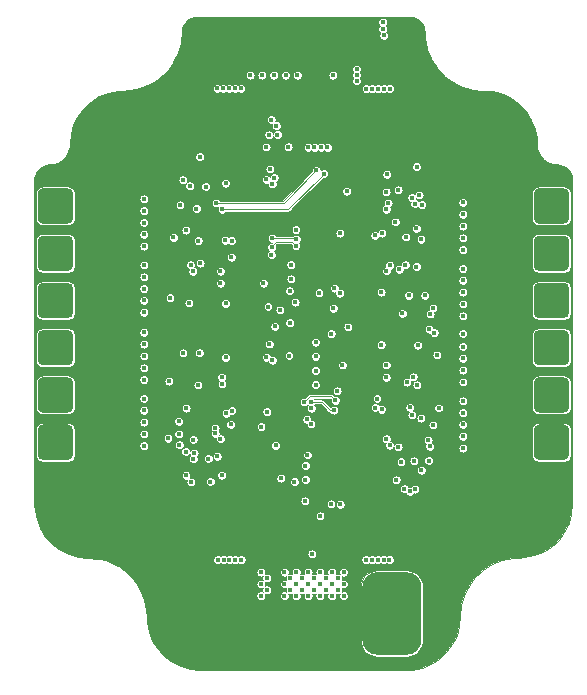
<source format=gbr>
%TF.GenerationSoftware,KiCad,Pcbnew,(5.1.6-0-10_14)*%
%TF.CreationDate,2021-04-11T14:49:42-04:00*%
%TF.ProjectId,F051_ESC-4in1-V2,46303531-5f45-4534-932d-34696e312d56,rev?*%
%TF.SameCoordinates,Original*%
%TF.FileFunction,Copper,L2,Inr*%
%TF.FilePolarity,Positive*%
%FSLAX46Y46*%
G04 Gerber Fmt 4.6, Leading zero omitted, Abs format (unit mm)*
G04 Created by KiCad (PCBNEW (5.1.6-0-10_14)) date 2021-04-11 14:49:42*
%MOMM*%
%LPD*%
G01*
G04 APERTURE LIST*
%TA.AperFunction,ViaPad*%
%ADD10C,4.000000*%
%TD*%
%TA.AperFunction,ViaPad*%
%ADD11C,0.457200*%
%TD*%
%TA.AperFunction,ViaPad*%
%ADD12C,0.450000*%
%TD*%
%TA.AperFunction,Conductor*%
%ADD13C,0.100000*%
%TD*%
G04 APERTURE END LIST*
%TO.N,/MCU_4/PhaseA*%
%TO.C,J10*%
%TA.AperFunction,ViaPad*%
G36*
G01*
X120050000Y-80000000D02*
X117950000Y-80000000D01*
G75*
G02*
X117500000Y-79550000I0J450000D01*
G01*
X117500000Y-77450000D01*
G75*
G02*
X117950000Y-77000000I450000J0D01*
G01*
X120050000Y-77000000D01*
G75*
G02*
X120500000Y-77450000I0J-450000D01*
G01*
X120500000Y-79550000D01*
G75*
G02*
X120050000Y-80000000I-450000J0D01*
G01*
G37*
%TD.AperFunction*%
%TO.N,/MCU_4/PhaseB*%
%TA.AperFunction,ViaPad*%
G36*
G01*
X120050000Y-84000000D02*
X117950000Y-84000000D01*
G75*
G02*
X117500000Y-83550000I0J450000D01*
G01*
X117500000Y-81450000D01*
G75*
G02*
X117950000Y-81000000I450000J0D01*
G01*
X120050000Y-81000000D01*
G75*
G02*
X120500000Y-81450000I0J-450000D01*
G01*
X120500000Y-83550000D01*
G75*
G02*
X120050000Y-84000000I-450000J0D01*
G01*
G37*
%TD.AperFunction*%
%TO.N,/MCU_4/PhaseC*%
%TA.AperFunction,ViaPad*%
G36*
G01*
X120050000Y-88000000D02*
X117950000Y-88000000D01*
G75*
G02*
X117500000Y-87550000I0J450000D01*
G01*
X117500000Y-85450000D01*
G75*
G02*
X117950000Y-85000000I450000J0D01*
G01*
X120050000Y-85000000D01*
G75*
G02*
X120500000Y-85450000I0J-450000D01*
G01*
X120500000Y-87550000D01*
G75*
G02*
X120050000Y-88000000I-450000J0D01*
G01*
G37*
%TD.AperFunction*%
%TD*%
%TO.N,/MCU_1/PhaseA*%
%TO.C,J6*%
%TA.AperFunction,ViaPad*%
G36*
G01*
X159950000Y-97000000D02*
X162050000Y-97000000D01*
G75*
G02*
X162500000Y-97450000I0J-450000D01*
G01*
X162500000Y-99550000D01*
G75*
G02*
X162050000Y-100000000I-450000J0D01*
G01*
X159950000Y-100000000D01*
G75*
G02*
X159500000Y-99550000I0J450000D01*
G01*
X159500000Y-97450000D01*
G75*
G02*
X159950000Y-97000000I450000J0D01*
G01*
G37*
%TD.AperFunction*%
%TO.N,/MCU_1/PhaseB*%
%TA.AperFunction,ViaPad*%
G36*
G01*
X159950000Y-93000000D02*
X162050000Y-93000000D01*
G75*
G02*
X162500000Y-93450000I0J-450000D01*
G01*
X162500000Y-95550000D01*
G75*
G02*
X162050000Y-96000000I-450000J0D01*
G01*
X159950000Y-96000000D01*
G75*
G02*
X159500000Y-95550000I0J450000D01*
G01*
X159500000Y-93450000D01*
G75*
G02*
X159950000Y-93000000I450000J0D01*
G01*
G37*
%TD.AperFunction*%
%TO.N,/MCU_1/PhaseC*%
%TA.AperFunction,ViaPad*%
G36*
G01*
X159950000Y-89000000D02*
X162050000Y-89000000D01*
G75*
G02*
X162500000Y-89450000I0J-450000D01*
G01*
X162500000Y-91550000D01*
G75*
G02*
X162050000Y-92000000I-450000J0D01*
G01*
X159950000Y-92000000D01*
G75*
G02*
X159500000Y-91550000I0J450000D01*
G01*
X159500000Y-89450000D01*
G75*
G02*
X159950000Y-89000000I450000J0D01*
G01*
G37*
%TD.AperFunction*%
%TD*%
%TO.N,/MCU_2/PhaseA*%
%TO.C,J8*%
%TA.AperFunction,ViaPad*%
G36*
G01*
X159950000Y-85000000D02*
X162050000Y-85000000D01*
G75*
G02*
X162500000Y-85450000I0J-450000D01*
G01*
X162500000Y-87550000D01*
G75*
G02*
X162050000Y-88000000I-450000J0D01*
G01*
X159950000Y-88000000D01*
G75*
G02*
X159500000Y-87550000I0J450000D01*
G01*
X159500000Y-85450000D01*
G75*
G02*
X159950000Y-85000000I450000J0D01*
G01*
G37*
%TD.AperFunction*%
%TO.N,/MCU_2/PhaseB*%
%TA.AperFunction,ViaPad*%
G36*
G01*
X159950000Y-81000000D02*
X162050000Y-81000000D01*
G75*
G02*
X162500000Y-81450000I0J-450000D01*
G01*
X162500000Y-83550000D01*
G75*
G02*
X162050000Y-84000000I-450000J0D01*
G01*
X159950000Y-84000000D01*
G75*
G02*
X159500000Y-83550000I0J450000D01*
G01*
X159500000Y-81450000D01*
G75*
G02*
X159950000Y-81000000I450000J0D01*
G01*
G37*
%TD.AperFunction*%
%TO.N,/MCU_2/PhaseC*%
%TA.AperFunction,ViaPad*%
G36*
G01*
X159950000Y-77000000D02*
X162050000Y-77000000D01*
G75*
G02*
X162500000Y-77450000I0J-450000D01*
G01*
X162500000Y-79550000D01*
G75*
G02*
X162050000Y-80000000I-450000J0D01*
G01*
X159950000Y-80000000D01*
G75*
G02*
X159500000Y-79550000I0J450000D01*
G01*
X159500000Y-77450000D01*
G75*
G02*
X159950000Y-77000000I450000J0D01*
G01*
G37*
%TD.AperFunction*%
%TD*%
D10*
%TO.N,GND*%
%TO.C,H4*%
X124750000Y-73250000D03*
%TD*%
%TO.N,VCC*%
%TO.C,J1*%
%TA.AperFunction,ViaPad*%
G36*
G01*
X150000000Y-110750000D02*
X150000000Y-115250000D01*
G75*
G02*
X148750000Y-116500000I-1250000J0D01*
G01*
X146250000Y-116500000D01*
G75*
G02*
X145000000Y-115250000I0J1250000D01*
G01*
X145000000Y-110750000D01*
G75*
G02*
X146250000Y-109500000I1250000J0D01*
G01*
X148750000Y-109500000D01*
G75*
G02*
X150000000Y-110750000I0J-1250000D01*
G01*
G37*
%TD.AperFunction*%
%TO.N,GND*%
%TA.AperFunction,ViaPad*%
G36*
G01*
X135000000Y-110750000D02*
X135000000Y-115250000D01*
G75*
G02*
X133750000Y-116500000I-1250000J0D01*
G01*
X131250000Y-116500000D01*
G75*
G02*
X130000000Y-115250000I0J1250000D01*
G01*
X130000000Y-110750000D01*
G75*
G02*
X131250000Y-109500000I1250000J0D01*
G01*
X133750000Y-109500000D01*
G75*
G02*
X135000000Y-110750000I0J-1250000D01*
G01*
G37*
%TD.AperFunction*%
%TD*%
%TO.N,GND*%
%TO.C,H3*%
X124750000Y-103750000D03*
%TD*%
%TO.N,GND*%
%TO.C,H2*%
X155250000Y-73250000D03*
%TD*%
%TO.N,GND*%
%TO.C,H1*%
X155250000Y-103750000D03*
%TD*%
%TO.N,/MCU 3/PhaseA*%
%TO.C,J11*%
%TA.AperFunction,ViaPad*%
G36*
G01*
X120050000Y-92000000D02*
X117950000Y-92000000D01*
G75*
G02*
X117500000Y-91550000I0J450000D01*
G01*
X117500000Y-89450000D01*
G75*
G02*
X117950000Y-89000000I450000J0D01*
G01*
X120050000Y-89000000D01*
G75*
G02*
X120500000Y-89450000I0J-450000D01*
G01*
X120500000Y-91550000D01*
G75*
G02*
X120050000Y-92000000I-450000J0D01*
G01*
G37*
%TD.AperFunction*%
%TO.N,/MCU 3/PhaseB*%
%TA.AperFunction,ViaPad*%
G36*
G01*
X120050000Y-96000000D02*
X117950000Y-96000000D01*
G75*
G02*
X117500000Y-95550000I0J450000D01*
G01*
X117500000Y-93450000D01*
G75*
G02*
X117950000Y-93000000I450000J0D01*
G01*
X120050000Y-93000000D01*
G75*
G02*
X120500000Y-93450000I0J-450000D01*
G01*
X120500000Y-95550000D01*
G75*
G02*
X120050000Y-96000000I-450000J0D01*
G01*
G37*
%TD.AperFunction*%
%TO.N,/MCU 3/PhaseC*%
%TA.AperFunction,ViaPad*%
G36*
G01*
X120050000Y-100000000D02*
X117950000Y-100000000D01*
G75*
G02*
X117500000Y-99550000I0J450000D01*
G01*
X117500000Y-97450000D01*
G75*
G02*
X117950000Y-97000000I450000J0D01*
G01*
X120050000Y-97000000D01*
G75*
G02*
X120500000Y-97450000I0J-450000D01*
G01*
X120500000Y-99550000D01*
G75*
G02*
X120050000Y-100000000I-450000J0D01*
G01*
G37*
%TD.AperFunction*%
%TD*%
D11*
%TO.N,VCC*%
X147490000Y-114500000D03*
X147490000Y-116000000D03*
X148240000Y-115250000D03*
X148990000Y-116000000D03*
X148990000Y-114500000D03*
X149740000Y-115250000D03*
X149740000Y-110750000D03*
X149740000Y-112250000D03*
X149740000Y-113750000D03*
X148240000Y-113750000D03*
X148990000Y-113000000D03*
X148240000Y-112250000D03*
X148990000Y-111500000D03*
X148240000Y-110750000D03*
X148990000Y-110000000D03*
X147490000Y-111500000D03*
X147490000Y-110000000D03*
X146740000Y-112250000D03*
X146740000Y-110750000D03*
X145990000Y-110000000D03*
X145990000Y-111500000D03*
X145990000Y-113000000D03*
X145240000Y-112250000D03*
X145240000Y-110750000D03*
X145240000Y-113750000D03*
X145240000Y-115250000D03*
X145990000Y-116000000D03*
X145990000Y-114500000D03*
X146740000Y-113750000D03*
X146740000Y-115250000D03*
X147500000Y-113000000D03*
D12*
%TO.N,GND*%
X135900000Y-71490000D03*
X142940000Y-107020000D03*
X138140000Y-105780000D03*
X137690000Y-104550000D03*
X138560000Y-104540000D03*
X134200000Y-84100000D03*
X133600000Y-84100000D03*
X130220000Y-81880000D03*
X128910000Y-81870000D03*
X151040000Y-95110000D03*
X149830000Y-95110000D03*
X135000000Y-94200000D03*
X134400000Y-94200000D03*
X134400000Y-93600000D03*
X135900000Y-92900000D03*
X135300000Y-92300000D03*
X135900000Y-92300000D03*
X136500000Y-92300000D03*
X134700000Y-79800000D03*
X134100000Y-80400000D03*
X134700000Y-80400000D03*
X135300000Y-80400000D03*
X135900000Y-80400000D03*
X136500000Y-80400000D03*
X136500000Y-79800000D03*
X135900000Y-79800000D03*
X135300000Y-79800000D03*
X135300000Y-79200000D03*
X135900000Y-79200000D03*
X136500000Y-79200000D03*
X135960000Y-75480000D03*
X133170000Y-74550000D03*
X129990000Y-75110000D03*
X132490000Y-82150000D03*
X132590000Y-82610000D03*
X132100000Y-81910000D03*
X129410000Y-91790000D03*
X137950000Y-96930000D03*
X137450000Y-96660000D03*
X142090000Y-94990000D03*
X143400000Y-84700000D03*
X144000000Y-84700000D03*
X144000000Y-84100000D03*
X145000000Y-83100000D03*
X145600000Y-83100000D03*
X145600000Y-82500000D03*
X146200000Y-82500000D03*
X146200000Y-81900000D03*
X143850000Y-73960000D03*
X143850000Y-71280000D03*
X151070000Y-82410000D03*
X144300000Y-92500000D03*
X145000000Y-92500000D03*
X145700000Y-92500000D03*
X146400000Y-92500000D03*
X146400000Y-93200000D03*
X145700000Y-93200000D03*
X145000000Y-93200000D03*
X144300000Y-93200000D03*
X145910000Y-96470000D03*
X146330000Y-96870000D03*
X145400000Y-97760000D03*
X144930000Y-97530000D03*
X145500000Y-98280000D03*
X144930000Y-98170000D03*
X145130000Y-98910000D03*
X144580000Y-98700000D03*
X144750000Y-99360000D03*
X146120000Y-102360000D03*
X145700000Y-102720000D03*
X144280000Y-102650000D03*
X141850000Y-100590000D03*
X142260000Y-100200000D03*
X150500000Y-84870000D03*
X150900000Y-85210000D03*
X139760000Y-79320000D03*
X142240000Y-91430000D03*
X150010000Y-101890000D03*
X146910000Y-102520000D03*
X147870000Y-102530000D03*
X140260000Y-102510000D03*
X139970000Y-94190000D03*
X133340000Y-89330000D03*
X134250000Y-89220000D03*
X134250000Y-90170000D03*
X139950000Y-89310000D03*
X140070000Y-87700000D03*
X143830000Y-86810000D03*
X145760000Y-86850000D03*
X145770000Y-87760000D03*
X146640000Y-87670000D03*
X147600000Y-86610000D03*
D11*
X134010000Y-110000000D03*
X133260000Y-110750000D03*
X134010000Y-111500000D03*
X133260000Y-112250000D03*
X134010000Y-113000000D03*
X133260000Y-113750000D03*
X134760000Y-113750000D03*
X134760000Y-112250000D03*
X134760000Y-110750000D03*
X134760000Y-115250000D03*
X134010000Y-114500000D03*
X134010000Y-116000000D03*
X133260000Y-115250000D03*
X132510000Y-116000000D03*
X132510000Y-114500000D03*
X131760000Y-115250000D03*
X131760000Y-113750000D03*
X131010000Y-114500000D03*
X131010000Y-116000000D03*
X130260000Y-115250000D03*
X130260000Y-113750000D03*
X130260000Y-110750000D03*
X130260000Y-112250000D03*
X131010000Y-113000000D03*
X131010000Y-111500000D03*
X131010000Y-110000000D03*
X131760000Y-110750000D03*
X131760000Y-112250000D03*
X132510000Y-110000000D03*
X132510000Y-111500000D03*
D12*
X148000000Y-85240000D03*
X148130000Y-85690000D03*
X149360000Y-81570000D03*
X149360000Y-82070000D03*
X141680000Y-78690000D03*
X137855906Y-81890906D03*
X141679998Y-80340000D03*
X148030000Y-91780000D03*
X151070000Y-81930000D03*
X145500000Y-78600000D03*
X144500000Y-78600000D03*
X146000000Y-78000000D03*
X145500000Y-77400000D03*
X144500000Y-77400000D03*
X144600000Y-84700000D03*
X137970000Y-96280000D03*
X129510000Y-92620000D03*
X129270000Y-92230000D03*
X130640000Y-94510000D03*
X130750000Y-94990000D03*
X132580000Y-74590000D03*
X136230000Y-75090000D03*
X128620000Y-80470000D03*
X128570000Y-78810000D03*
X128870000Y-94610000D03*
X151330000Y-91690000D03*
X151330000Y-92390000D03*
X139760000Y-82590000D03*
X150960000Y-95930000D03*
X151390000Y-96200000D03*
X150970000Y-96460000D03*
X130770000Y-84760000D03*
X130630000Y-85250000D03*
X131970000Y-85210000D03*
X128560000Y-85680000D03*
X128700000Y-85060000D03*
X128670000Y-84390000D03*
X128640000Y-96140000D03*
X128630000Y-95550000D03*
X128760000Y-95070000D03*
X151250000Y-84870000D03*
X151380000Y-81570000D03*
X134800000Y-84100000D03*
X134800000Y-84700000D03*
X134200000Y-84700000D03*
X133600000Y-84700000D03*
X134200000Y-85500000D03*
X133600000Y-85500000D03*
X145000000Y-78000000D03*
X135840000Y-72380000D03*
D11*
X132500000Y-113000000D03*
D12*
X136455315Y-90494339D03*
%TO.N,+3V3*%
X143090000Y-80802500D03*
X137294388Y-82620282D03*
X139371753Y-80505000D03*
X133410000Y-91325000D03*
X142342500Y-103712500D03*
X147860000Y-101680003D03*
X133410000Y-76562500D03*
X136910000Y-95920000D03*
X136851897Y-73510000D03*
X143770000Y-88740000D03*
X142860000Y-94150000D03*
X146590000Y-85790000D03*
X140720000Y-107950000D03*
X137010000Y-87010000D03*
%TO.N,Net-(Q1-Pad4)*%
X150694767Y-98854421D03*
%TO.N,Net-(Q3-Pad4)*%
X149610000Y-93640000D03*
%TO.N,Net-(Q5-Pad4)*%
X149674493Y-90283019D03*
%TO.N,VCC_Shunt*%
X130750000Y-99430000D03*
X151070000Y-89220000D03*
X150640000Y-88930000D03*
X126500000Y-89200000D03*
X126500000Y-92200000D03*
X126500000Y-91200000D03*
X126500000Y-90200000D03*
X126500000Y-86500000D03*
X131220000Y-74330000D03*
X137720000Y-71700000D03*
X137270000Y-71180000D03*
X148380000Y-87600000D03*
X150980000Y-87150000D03*
X150740000Y-87650000D03*
X129450000Y-97800000D03*
X132530000Y-97300000D03*
X150970000Y-97040000D03*
X146720000Y-63500000D03*
X146810000Y-64050000D03*
X146720000Y-62940000D03*
X141400000Y-110500000D03*
X140400000Y-110500000D03*
X138400000Y-110500000D03*
X139400000Y-110500000D03*
X138900000Y-110000000D03*
X138400000Y-109500000D03*
X139400000Y-109500000D03*
X140400000Y-109500000D03*
X141400000Y-109500000D03*
X140900000Y-110000000D03*
X139900000Y-110000000D03*
X140900000Y-111000000D03*
X139900000Y-111000000D03*
X138900000Y-111000000D03*
X139400000Y-111500000D03*
X138400000Y-111500000D03*
X141400000Y-111500000D03*
X140400000Y-111500000D03*
X143400000Y-110500000D03*
X142400000Y-110500000D03*
X142400000Y-109500000D03*
X143400000Y-109500000D03*
X142900000Y-110000000D03*
X141900000Y-110000000D03*
X143400000Y-111500000D03*
X142400000Y-111500000D03*
X141900000Y-111000000D03*
X142900000Y-111000000D03*
X136400000Y-110500000D03*
X136900000Y-110000000D03*
X136400000Y-109500000D03*
X136400000Y-111500000D03*
X136900000Y-111000000D03*
X144500000Y-67405000D03*
X144500000Y-66930000D03*
X144500000Y-67910000D03*
X148030000Y-77130000D03*
X149190000Y-77790000D03*
X147790000Y-79850000D03*
X150570000Y-98310000D03*
X140290000Y-96570000D03*
X140650000Y-96960000D03*
X134710000Y-68550000D03*
X148550000Y-102450000D03*
X132130000Y-101830000D03*
X132530000Y-97750000D03*
X129440000Y-96730000D03*
X130470000Y-101870000D03*
X149000000Y-102670000D03*
X149440000Y-102480000D03*
X149360000Y-100080000D03*
X148270000Y-100150000D03*
X134210000Y-68550000D03*
X133710000Y-68550000D03*
X133210000Y-68550000D03*
X132710000Y-68550000D03*
X137080000Y-72470000D03*
X137810000Y-72450000D03*
X131730000Y-76850000D03*
X126500000Y-85500000D03*
X126500000Y-84500000D03*
X126500000Y-83500000D03*
X126500000Y-79900000D03*
X126500000Y-80900000D03*
X126500000Y-78900000D03*
X126500000Y-77900000D03*
X126500000Y-95800000D03*
X126500000Y-96800000D03*
X126500000Y-97800000D03*
X126500000Y-94800000D03*
X153500000Y-97000000D03*
X153500000Y-98000000D03*
X153500000Y-99000000D03*
X153500000Y-96000000D03*
X153500000Y-90400000D03*
X153500000Y-92400000D03*
X153500000Y-93400000D03*
X153500000Y-91400000D03*
X153500000Y-84800000D03*
X153500000Y-87800000D03*
X153500000Y-86800000D03*
X153500000Y-85800000D03*
X153500000Y-80200000D03*
X153500000Y-82200000D03*
X153500000Y-81200000D03*
X153500000Y-79200000D03*
X153500000Y-78200000D03*
X153500000Y-83800000D03*
X153500000Y-89300000D03*
X153500000Y-95000000D03*
X126500000Y-98800000D03*
X126500000Y-93200000D03*
X126500000Y-87500000D03*
X126500000Y-81900000D03*
X146800000Y-68560000D03*
X145800000Y-68560000D03*
X146300000Y-68560000D03*
X145300000Y-68560000D03*
X147300000Y-68560000D03*
X130690000Y-99900000D03*
X131960000Y-99880000D03*
X149560000Y-80400000D03*
X134240000Y-108440000D03*
X133240000Y-108440000D03*
X133740000Y-108440000D03*
X132740000Y-108440000D03*
X134740000Y-108440000D03*
X145790000Y-108440000D03*
X147290000Y-108440000D03*
X146290000Y-108440000D03*
X146790000Y-108440000D03*
X145290000Y-108440000D03*
X148030000Y-98900000D03*
%TO.N,/Curent Sense/CURR*%
X141415000Y-104730000D03*
X139490000Y-67425000D03*
X142040000Y-73539984D03*
%TO.N,Net-(Q7-Pad4)*%
X149575811Y-83625817D03*
%TO.N,Net-(Q9-Pad4)*%
X150030000Y-78385014D03*
%TO.N,Net-(Q11-Pad4)*%
X149580000Y-75170000D03*
%TO.N,Net-(Q13-Pad4)*%
X128610012Y-93330000D03*
%TO.N,Net-(Q15-Pad4)*%
X129504900Y-98715586D03*
%TO.N,Net-(Q17-Pad4)*%
X130060000Y-101310000D03*
%TO.N,/PWM_2*%
X137490000Y-67425000D03*
X140939978Y-73539988D03*
X138010000Y-87300000D03*
%TO.N,/PWM_1*%
X138490000Y-67425000D03*
X140127324Y-103462676D03*
X141489989Y-73539984D03*
%TO.N,Net-(R42-Pad1)*%
X137580000Y-88700000D03*
X136875934Y-91308338D03*
%TO.N,/MCU 3/PhaseA*%
X119500000Y-91000000D03*
X119000000Y-90500000D03*
X119500000Y-90000000D03*
X120000000Y-89500000D03*
X120000000Y-90500000D03*
X118500000Y-90000000D03*
X118000000Y-89500000D03*
X118500000Y-91000000D03*
X119000000Y-89500000D03*
X118000000Y-91500000D03*
X120000000Y-91500000D03*
X118000000Y-90500000D03*
X119000000Y-91500000D03*
X132980000Y-98220000D03*
X137370000Y-91550000D03*
X131071930Y-93652698D03*
%TO.N,/MOSFET Driver 3/VB1*%
X131200000Y-90940000D03*
X133843582Y-96999150D03*
%TO.N,/MCU 3/PhaseB*%
X119500000Y-94000000D03*
X118000000Y-93500000D03*
X118500000Y-95000000D03*
X120000000Y-94500000D03*
X120000000Y-93500000D03*
X119500000Y-95000000D03*
X118500000Y-94000000D03*
X119000000Y-93500000D03*
X118000000Y-95500000D03*
X120000000Y-95500000D03*
X118000000Y-94500000D03*
X119000000Y-95500000D03*
X132697500Y-99700000D03*
X138780000Y-91160000D03*
X128536766Y-98164477D03*
X130675014Y-98274990D03*
X119000000Y-94500000D03*
%TO.N,/MCU 3/PhaseC*%
X119500000Y-98000000D03*
X118500000Y-99000000D03*
X118000000Y-97500000D03*
X120000000Y-98500000D03*
X120000000Y-97500000D03*
X119000000Y-98500000D03*
X119500000Y-99000000D03*
X118500000Y-98000000D03*
X119000000Y-97500000D03*
X118000000Y-99500000D03*
X120000000Y-99500000D03*
X118000000Y-98500000D03*
X119000000Y-99500000D03*
X133080000Y-101290000D03*
X137120000Y-90190012D03*
%TO.N,/PWM_4*%
X135490000Y-67425000D03*
%TO.N,/PWM_3*%
X138843406Y-88384980D03*
X136490000Y-67425000D03*
X140389965Y-73539988D03*
%TO.N,/MCU 3/SWDIO*%
X133960000Y-95820000D03*
X141030000Y-93630000D03*
%TO.N,/MCU 3/SWCLK*%
X133460000Y-96050000D03*
X141030000Y-92430000D03*
%TO.N,/MCU 3/USART1_TX*%
X133110000Y-93560000D03*
X141030000Y-91230000D03*
%TO.N,/MCU 3/USART1_RX*%
X133080000Y-93000000D03*
X141030000Y-90030000D03*
%TO.N,Net-(Q19-Pad4)*%
X129560010Y-78396799D03*
%TO.N,Net-(Q21-Pad4)*%
X130450000Y-83480000D03*
%TO.N,Net-(Q23-Pad4)*%
X130310000Y-86710000D03*
%TO.N,+5V*%
X142490000Y-67425020D03*
%TO.N,+12V_2*%
X150290000Y-86070000D03*
X149950000Y-96460000D03*
X149960000Y-81320000D03*
X149990000Y-100870000D03*
X143660000Y-77250000D03*
X149300000Y-92960000D03*
X149797889Y-77567889D03*
X143308398Y-91968398D03*
%TO.N,+12V_1*%
X129790000Y-76290000D03*
X129810000Y-90940000D03*
X130050000Y-80550000D03*
X130080000Y-95620000D03*
X136420000Y-97180000D03*
X136622500Y-85040000D03*
X130640000Y-84030000D03*
X130040000Y-99290000D03*
X137650000Y-98770000D03*
%TO.N,Net-(R25-Pad1)*%
X143080000Y-85880000D03*
X142350000Y-89315000D03*
%TO.N,/MCU_2/PhaseA*%
X161000000Y-86500000D03*
X160500000Y-87000000D03*
X161500000Y-86000000D03*
X160000000Y-85500000D03*
X162000000Y-86500000D03*
X162000000Y-85500000D03*
X161500000Y-87000000D03*
X160500000Y-86000000D03*
X161000000Y-85500000D03*
X160000000Y-87500000D03*
X162000000Y-87500000D03*
X160000000Y-86500000D03*
X161000000Y-87500000D03*
X147020000Y-78780000D03*
X148630000Y-83480000D03*
X142635021Y-85450002D03*
%TO.N,/MOSFET_Driver_2/VB1*%
X148110000Y-83860000D03*
X148910000Y-86060000D03*
%TO.N,/MCU_2/PhaseB*%
X160500000Y-83000000D03*
X162000000Y-82500000D03*
X162000000Y-81500000D03*
X161500000Y-82000000D03*
X161000000Y-82500000D03*
X161500000Y-83000000D03*
X160000000Y-81500000D03*
X160500000Y-82000000D03*
X161000000Y-81500000D03*
X160000000Y-83500000D03*
X162000000Y-83500000D03*
X160000000Y-82500000D03*
X161000000Y-83500000D03*
X147015026Y-77310000D03*
X141325010Y-85840000D03*
X149430000Y-78290000D03*
%TO.N,/MOSFET_Driver_2/VB2*%
X147174898Y-78250000D03*
X148670000Y-81130000D03*
%TO.N,/MCU_2/PhaseC*%
X162000000Y-79500000D03*
X160000000Y-79500000D03*
X160000000Y-78500000D03*
X161000000Y-79500000D03*
X162000000Y-77500000D03*
X160500000Y-79000000D03*
X160500000Y-78000000D03*
X161000000Y-78500000D03*
X160000000Y-77500000D03*
X161500000Y-78000000D03*
X161500000Y-79000000D03*
X162000000Y-78500000D03*
X161000000Y-77500000D03*
X147064999Y-75825001D03*
X142543404Y-87163393D03*
%TO.N,/MCU_2/USART1_TX*%
X138830000Y-85690000D03*
X147312014Y-83525010D03*
%TO.N,/MCU_2/USART1_RX*%
X147037672Y-84001717D03*
X139300000Y-86640000D03*
%TO.N,/MCU_2/SWDIO*%
X138940000Y-83470000D03*
X146051486Y-80998168D03*
%TO.N,/MCU_2/SWCLK*%
X146650000Y-80802500D03*
X138940000Y-84670000D03*
%TO.N,/MOSFET_Driver_1/VB1*%
X146240172Y-94800174D03*
X150610000Y-100050000D03*
%TO.N,/MOSFET_Driver_1/VB2*%
X147015040Y-93010000D03*
X149020000Y-95560000D03*
%TO.N,/MCU_1/PhaseA*%
X161000000Y-98500000D03*
X160500000Y-99000000D03*
X161500000Y-98000000D03*
X160000000Y-97500000D03*
X162000000Y-98500000D03*
X162000000Y-97500000D03*
X161500000Y-99000000D03*
X160500000Y-98000000D03*
X161000000Y-97500000D03*
X160000000Y-99500000D03*
X162000000Y-99500000D03*
X160000000Y-98500000D03*
X161000000Y-99500000D03*
X140350000Y-99580000D03*
X149184773Y-96197509D03*
%TO.N,/MCU_1/PhaseB*%
X160000000Y-94500000D03*
X160000000Y-93500000D03*
X162000000Y-95500000D03*
X160000000Y-95500000D03*
X162000000Y-94500000D03*
X161000000Y-93500000D03*
X160500000Y-94000000D03*
X162000000Y-93500000D03*
X161500000Y-95000000D03*
X161000000Y-94500000D03*
X161500000Y-94000000D03*
X160500000Y-95000000D03*
X161000000Y-95500000D03*
X147020000Y-91960000D03*
X148770000Y-93420000D03*
X140175021Y-100473493D03*
X151450000Y-95600000D03*
%TO.N,/MCU_1/PhaseC*%
X160500000Y-91000000D03*
X161500000Y-90000000D03*
X161000000Y-90500000D03*
X162000000Y-89500000D03*
X160500000Y-90000000D03*
X162000000Y-90500000D03*
X161000000Y-89500000D03*
X161500000Y-91000000D03*
X160000000Y-91500000D03*
X160000000Y-89500000D03*
X162000000Y-91500000D03*
X160000000Y-90500000D03*
X161000000Y-91500000D03*
X146590000Y-90247500D03*
X140672507Y-95619969D03*
X151300001Y-91110000D03*
%TO.N,/MCU_1/USART1_TX*%
X147020000Y-98210000D03*
X138100000Y-101550000D03*
%TO.N,/MCU_1/USART1_RX*%
X147300000Y-98750000D03*
X139250002Y-101835021D03*
%TO.N,/MCU_1/SWDIO*%
X146090000Y-95562500D03*
X142580000Y-95790000D03*
X140669750Y-95069964D03*
%TO.N,/MCU_1/SWCLK*%
X146619813Y-95710146D03*
X142714917Y-94950000D03*
X140080000Y-95100000D03*
%TO.N,/MCU_1/SenseCOM*%
X143110000Y-103760000D03*
X140180000Y-101660000D03*
%TO.N,/MOSFET_Driver_4/VB1*%
X133910000Y-82830000D03*
X130380000Y-76800000D03*
%TO.N,/MOSFET_Driver_4/VB2*%
X131100000Y-81430000D03*
X132984988Y-84020000D03*
%TO.N,/MCU_4/PhaseA*%
X119000000Y-78500000D03*
X119000000Y-77500000D03*
X118500000Y-79000000D03*
X118000000Y-79500000D03*
X120000000Y-79500000D03*
X118000000Y-78500000D03*
X119000000Y-79500000D03*
X118000000Y-77500000D03*
X120000000Y-78500000D03*
X118500000Y-78000000D03*
X120000000Y-77500000D03*
X119500000Y-78000000D03*
X119500000Y-79000000D03*
X130950000Y-78720000D03*
X137368846Y-76630724D03*
%TO.N,/MCU_4/PhaseB*%
X132980000Y-85040000D03*
X119000000Y-82500000D03*
X119000000Y-83500000D03*
X119500000Y-83000000D03*
X118000000Y-81500000D03*
X119000000Y-81500000D03*
X120000000Y-83500000D03*
X118000000Y-82500000D03*
X118000000Y-83500000D03*
X118500000Y-83000000D03*
X120000000Y-81500000D03*
X118500000Y-82000000D03*
X120000000Y-82500000D03*
X119500000Y-82000000D03*
X131260000Y-83337500D03*
X137526317Y-76103742D03*
X129000000Y-81160000D03*
%TO.N,/MCU_4/PhaseC*%
X119000000Y-86500000D03*
X119500000Y-86000000D03*
X120000000Y-85500000D03*
X120000000Y-86500000D03*
X118500000Y-86000000D03*
X119500000Y-87000000D03*
X118000000Y-85500000D03*
X118500000Y-87000000D03*
X119000000Y-85500000D03*
X118000000Y-87500000D03*
X120000000Y-87500000D03*
X118000000Y-86500000D03*
X119000000Y-87500000D03*
X133410000Y-86750000D03*
X137160009Y-75370010D03*
X128710000Y-86262989D03*
%TO.N,/MCU_4/USART1_TX*%
X133109998Y-78780000D03*
X141714990Y-75750000D03*
%TO.N,/MCU_4/USART1_RX*%
X132610000Y-78250000D03*
X141090000Y-75490000D03*
%TO.N,/MCU_4/SWDIO*%
X133922038Y-81438247D03*
X137365692Y-81236670D03*
X139400000Y-81310000D03*
%TO.N,/MCU_4/SWCLK*%
X133373083Y-81404178D03*
X139371763Y-81859285D03*
X137316948Y-82000621D03*
%TO.N,Net-(R65-Pad1)*%
X136870000Y-76252510D03*
X138720000Y-73490000D03*
%TD*%
D13*
%TO.N,/MCU 3/PhaseA*%
X119000000Y-90500000D02*
X118500000Y-90000000D01*
X118500000Y-90000000D02*
X118000000Y-89500000D01*
%TO.N,/MCU 3/PhaseB*%
X119000000Y-94500000D02*
X118500000Y-94000000D01*
X118500000Y-94000000D02*
X118000000Y-93500000D01*
%TO.N,/MCU 3/PhaseC*%
X119000000Y-98500000D02*
X118500000Y-98000000D01*
X118500000Y-98000000D02*
X118000000Y-97500000D01*
%TO.N,/MCU_2/PhaseA*%
X160500000Y-86000000D02*
X160000000Y-85500000D01*
%TO.N,/MCU_2/PhaseB*%
X160500000Y-82000000D02*
X160000000Y-81500000D01*
%TO.N,/MCU_2/PhaseC*%
X160500000Y-78000000D02*
X160000000Y-77500000D01*
%TO.N,/MCU_1/PhaseA*%
X160500000Y-98000000D02*
X160000000Y-97500000D01*
%TO.N,/MCU_1/PhaseB*%
X160500000Y-94000000D02*
X160000000Y-93500000D01*
%TO.N,/MCU_1/PhaseC*%
X160500000Y-90000000D02*
X160000000Y-89500000D01*
%TO.N,/MCU_1/SWDIO*%
X142260000Y-95790000D02*
X141539964Y-95069964D01*
X141539964Y-95069964D02*
X140669750Y-95069964D01*
X142580000Y-95790000D02*
X142260000Y-95790000D01*
%TO.N,/MCU_1/SWCLK*%
X142714917Y-94950000D02*
X142370968Y-94606051D01*
X140573949Y-94606051D02*
X140080000Y-95100000D01*
X142370968Y-94606051D02*
X140573949Y-94606051D01*
%TO.N,/MCU_4/PhaseA*%
X118500000Y-78000000D02*
X118000000Y-77500000D01*
X119000000Y-78500000D02*
X118500000Y-78000000D01*
%TO.N,/MCU_4/PhaseB*%
X118500000Y-82000000D02*
X118000000Y-81500000D01*
X119000000Y-82500000D02*
X118500000Y-82000000D01*
%TO.N,/MCU_4/PhaseC*%
X119000000Y-86500000D02*
X118500000Y-86000000D01*
X118500000Y-86000000D02*
X118000000Y-85500000D01*
%TO.N,/MCU_4/USART1_TX*%
X138684990Y-78780000D02*
X141714990Y-75750000D01*
X133109998Y-78780000D02*
X138684990Y-78780000D01*
%TO.N,/MCU_4/USART1_RX*%
X132610000Y-78250000D02*
X138330000Y-78250000D01*
X138330000Y-78250000D02*
X141090000Y-75490000D01*
%TO.N,/MCU_4/SWDIO*%
X137365692Y-81236670D02*
X139326670Y-81236670D01*
X139326670Y-81236670D02*
X139400000Y-81310000D01*
%TO.N,/MCU_4/SWCLK*%
X139028383Y-81515905D02*
X137685905Y-81515905D01*
X139371763Y-81859285D02*
X139028383Y-81515905D01*
X137685905Y-81515905D02*
X137316948Y-81884862D01*
X137316948Y-81884862D02*
X137316948Y-82000621D01*
%TD*%
%TO.N,GND*%
G36*
X149247438Y-62500340D02*
G01*
X149485455Y-62572202D01*
X149704976Y-62688923D01*
X149897649Y-62846065D01*
X150056126Y-63037629D01*
X150174381Y-63256337D01*
X150247902Y-63493846D01*
X150275218Y-63753741D01*
X150275077Y-63755890D01*
X150275308Y-63761776D01*
X150301329Y-64258285D01*
X150303232Y-64271408D01*
X150304271Y-64284613D01*
X150305344Y-64290405D01*
X150474929Y-65142969D01*
X150479947Y-65159910D01*
X150484513Y-65176949D01*
X150486624Y-65182448D01*
X150808737Y-65989830D01*
X150816746Y-66005548D01*
X150824352Y-66021496D01*
X150827430Y-66026518D01*
X151291283Y-66761681D01*
X151302035Y-66775692D01*
X151312408Y-66789970D01*
X151316349Y-66794347D01*
X151906407Y-67432668D01*
X151919532Y-67444486D01*
X151932334Y-67456634D01*
X151937007Y-67460220D01*
X152633509Y-67980323D01*
X152648567Y-67989550D01*
X152663369Y-67999163D01*
X152668617Y-68001837D01*
X153448237Y-68386303D01*
X153464700Y-68392622D01*
X153481030Y-68399387D01*
X153486678Y-68401059D01*
X154323306Y-68637013D01*
X154340675Y-68640232D01*
X154357935Y-68643901D01*
X154363793Y-68644517D01*
X155229405Y-68724055D01*
X155229412Y-68724056D01*
X156074445Y-68801703D01*
X156871276Y-69026434D01*
X157613810Y-69392610D01*
X158277180Y-69887973D01*
X158839172Y-70495932D01*
X159280962Y-71196128D01*
X159587750Y-71965097D01*
X159750136Y-72781471D01*
X159775020Y-73256287D01*
X159775038Y-73261267D01*
X159776032Y-73271044D01*
X159775963Y-73280864D01*
X159776270Y-73283990D01*
X159806870Y-73575136D01*
X159810975Y-73595138D01*
X159814792Y-73615144D01*
X159815699Y-73618151D01*
X159902267Y-73897807D01*
X159910192Y-73916661D01*
X159917810Y-73935515D01*
X159919284Y-73938289D01*
X160058523Y-74195805D01*
X160069935Y-74212724D01*
X160081093Y-74229775D01*
X160083078Y-74232209D01*
X160269684Y-74457776D01*
X160284154Y-74472146D01*
X160298422Y-74486716D01*
X160300836Y-74488713D01*
X160300842Y-74488719D01*
X160300849Y-74488723D01*
X160527706Y-74673745D01*
X160544720Y-74685048D01*
X160561519Y-74696551D01*
X160564282Y-74698045D01*
X160822763Y-74835482D01*
X160841605Y-74843248D01*
X160860361Y-74851287D01*
X160863362Y-74852216D01*
X161143616Y-74936830D01*
X161163611Y-74940789D01*
X161183568Y-74945031D01*
X161186692Y-74945359D01*
X161478044Y-74973926D01*
X161747438Y-75000340D01*
X161985455Y-75072202D01*
X162204976Y-75188923D01*
X162397649Y-75346065D01*
X162556126Y-75537629D01*
X162674381Y-75756337D01*
X162747902Y-75993846D01*
X162775000Y-76251668D01*
X162775001Y-103739675D01*
X162698297Y-104574440D01*
X162473567Y-105371275D01*
X162107390Y-106113810D01*
X161612025Y-106777183D01*
X161004068Y-107339172D01*
X160303877Y-107780960D01*
X159534903Y-108087750D01*
X158718531Y-108250136D01*
X158238224Y-108275308D01*
X157741714Y-108301329D01*
X157728595Y-108303231D01*
X157715387Y-108304271D01*
X157709595Y-108305344D01*
X156857032Y-108474929D01*
X156840106Y-108479943D01*
X156823050Y-108484513D01*
X156817551Y-108486624D01*
X156010170Y-108808737D01*
X155994465Y-108816739D01*
X155978504Y-108824352D01*
X155973482Y-108827430D01*
X155238320Y-109291283D01*
X155224318Y-109302027D01*
X155210030Y-109312408D01*
X155205653Y-109316350D01*
X154567332Y-109906407D01*
X154555514Y-109919532D01*
X154543366Y-109932334D01*
X154539780Y-109937007D01*
X154019677Y-110633509D01*
X154010456Y-110648557D01*
X154000837Y-110663368D01*
X153998163Y-110668617D01*
X153613697Y-111448237D01*
X153607378Y-111464700D01*
X153600613Y-111481030D01*
X153598940Y-111486678D01*
X153362987Y-112323307D01*
X153359769Y-112340671D01*
X153356099Y-112357935D01*
X153355483Y-112363793D01*
X153275944Y-113229412D01*
X153198297Y-114074440D01*
X152973567Y-114871275D01*
X152607390Y-115613810D01*
X152112025Y-116277183D01*
X151504068Y-116839172D01*
X150803877Y-117280960D01*
X150034903Y-117587750D01*
X149218531Y-117750136D01*
X148744101Y-117775000D01*
X131260314Y-117775000D01*
X130425560Y-117698297D01*
X129628725Y-117473567D01*
X128886190Y-117107390D01*
X128222817Y-116612025D01*
X127660828Y-116004068D01*
X127219040Y-115303877D01*
X126912250Y-114534903D01*
X126749864Y-113718531D01*
X126724692Y-113238224D01*
X126698671Y-112741714D01*
X126696769Y-112728595D01*
X126695729Y-112715387D01*
X126694656Y-112709595D01*
X126525071Y-111857032D01*
X126520057Y-111840106D01*
X126515487Y-111823050D01*
X126513376Y-111817551D01*
X126191263Y-111010170D01*
X126183261Y-110994465D01*
X126175648Y-110978504D01*
X126172570Y-110973482D01*
X125708717Y-110238320D01*
X125697973Y-110224318D01*
X125687592Y-110210030D01*
X125683650Y-110205653D01*
X125093593Y-109567332D01*
X125080468Y-109555514D01*
X125067666Y-109543366D01*
X125062993Y-109539780D01*
X124960261Y-109463066D01*
X136025000Y-109463066D01*
X136025000Y-109536934D01*
X136039411Y-109609383D01*
X136067680Y-109677629D01*
X136108719Y-109739048D01*
X136160952Y-109791281D01*
X136222371Y-109832320D01*
X136290617Y-109860589D01*
X136363066Y-109875000D01*
X136436934Y-109875000D01*
X136509383Y-109860589D01*
X136560645Y-109839355D01*
X136539411Y-109890617D01*
X136525000Y-109963066D01*
X136525000Y-110036934D01*
X136539411Y-110109383D01*
X136560645Y-110160645D01*
X136509383Y-110139411D01*
X136436934Y-110125000D01*
X136363066Y-110125000D01*
X136290617Y-110139411D01*
X136222371Y-110167680D01*
X136160952Y-110208719D01*
X136108719Y-110260952D01*
X136067680Y-110322371D01*
X136039411Y-110390617D01*
X136025000Y-110463066D01*
X136025000Y-110536934D01*
X136039411Y-110609383D01*
X136067680Y-110677629D01*
X136108719Y-110739048D01*
X136160952Y-110791281D01*
X136222371Y-110832320D01*
X136290617Y-110860589D01*
X136363066Y-110875000D01*
X136436934Y-110875000D01*
X136509383Y-110860589D01*
X136560645Y-110839355D01*
X136539411Y-110890617D01*
X136525000Y-110963066D01*
X136525000Y-111036934D01*
X136539411Y-111109383D01*
X136560645Y-111160645D01*
X136509383Y-111139411D01*
X136436934Y-111125000D01*
X136363066Y-111125000D01*
X136290617Y-111139411D01*
X136222371Y-111167680D01*
X136160952Y-111208719D01*
X136108719Y-111260952D01*
X136067680Y-111322371D01*
X136039411Y-111390617D01*
X136025000Y-111463066D01*
X136025000Y-111536934D01*
X136039411Y-111609383D01*
X136067680Y-111677629D01*
X136108719Y-111739048D01*
X136160952Y-111791281D01*
X136222371Y-111832320D01*
X136290617Y-111860589D01*
X136363066Y-111875000D01*
X136436934Y-111875000D01*
X136509383Y-111860589D01*
X136577629Y-111832320D01*
X136639048Y-111791281D01*
X136691281Y-111739048D01*
X136732320Y-111677629D01*
X136760589Y-111609383D01*
X136775000Y-111536934D01*
X136775000Y-111463066D01*
X136760589Y-111390617D01*
X136739355Y-111339355D01*
X136790617Y-111360589D01*
X136863066Y-111375000D01*
X136936934Y-111375000D01*
X137009383Y-111360589D01*
X137077629Y-111332320D01*
X137139048Y-111291281D01*
X137191281Y-111239048D01*
X137232320Y-111177629D01*
X137260589Y-111109383D01*
X137275000Y-111036934D01*
X137275000Y-110963066D01*
X137260589Y-110890617D01*
X137232320Y-110822371D01*
X137191281Y-110760952D01*
X137139048Y-110708719D01*
X137077629Y-110667680D01*
X137009383Y-110639411D01*
X136936934Y-110625000D01*
X136863066Y-110625000D01*
X136790617Y-110639411D01*
X136739355Y-110660645D01*
X136760589Y-110609383D01*
X136775000Y-110536934D01*
X136775000Y-110463066D01*
X136760589Y-110390617D01*
X136739355Y-110339355D01*
X136790617Y-110360589D01*
X136863066Y-110375000D01*
X136936934Y-110375000D01*
X137009383Y-110360589D01*
X137077629Y-110332320D01*
X137139048Y-110291281D01*
X137191281Y-110239048D01*
X137232320Y-110177629D01*
X137260589Y-110109383D01*
X137275000Y-110036934D01*
X137275000Y-109963066D01*
X137260589Y-109890617D01*
X137232320Y-109822371D01*
X137191281Y-109760952D01*
X137139048Y-109708719D01*
X137077629Y-109667680D01*
X137009383Y-109639411D01*
X136936934Y-109625000D01*
X136863066Y-109625000D01*
X136790617Y-109639411D01*
X136739355Y-109660645D01*
X136760589Y-109609383D01*
X136775000Y-109536934D01*
X136775000Y-109463066D01*
X138025000Y-109463066D01*
X138025000Y-109536934D01*
X138039411Y-109609383D01*
X138067680Y-109677629D01*
X138108719Y-109739048D01*
X138160952Y-109791281D01*
X138222371Y-109832320D01*
X138290617Y-109860589D01*
X138363066Y-109875000D01*
X138436934Y-109875000D01*
X138509383Y-109860589D01*
X138560645Y-109839355D01*
X138539411Y-109890617D01*
X138525000Y-109963066D01*
X138525000Y-110036934D01*
X138539411Y-110109383D01*
X138560645Y-110160645D01*
X138509383Y-110139411D01*
X138436934Y-110125000D01*
X138363066Y-110125000D01*
X138290617Y-110139411D01*
X138222371Y-110167680D01*
X138160952Y-110208719D01*
X138108719Y-110260952D01*
X138067680Y-110322371D01*
X138039411Y-110390617D01*
X138025000Y-110463066D01*
X138025000Y-110536934D01*
X138039411Y-110609383D01*
X138067680Y-110677629D01*
X138108719Y-110739048D01*
X138160952Y-110791281D01*
X138222371Y-110832320D01*
X138290617Y-110860589D01*
X138363066Y-110875000D01*
X138436934Y-110875000D01*
X138509383Y-110860589D01*
X138560645Y-110839355D01*
X138539411Y-110890617D01*
X138525000Y-110963066D01*
X138525000Y-111036934D01*
X138539411Y-111109383D01*
X138560645Y-111160645D01*
X138509383Y-111139411D01*
X138436934Y-111125000D01*
X138363066Y-111125000D01*
X138290617Y-111139411D01*
X138222371Y-111167680D01*
X138160952Y-111208719D01*
X138108719Y-111260952D01*
X138067680Y-111322371D01*
X138039411Y-111390617D01*
X138025000Y-111463066D01*
X138025000Y-111536934D01*
X138039411Y-111609383D01*
X138067680Y-111677629D01*
X138108719Y-111739048D01*
X138160952Y-111791281D01*
X138222371Y-111832320D01*
X138290617Y-111860589D01*
X138363066Y-111875000D01*
X138436934Y-111875000D01*
X138509383Y-111860589D01*
X138577629Y-111832320D01*
X138639048Y-111791281D01*
X138691281Y-111739048D01*
X138732320Y-111677629D01*
X138760589Y-111609383D01*
X138775000Y-111536934D01*
X138775000Y-111463066D01*
X138760589Y-111390617D01*
X138739355Y-111339355D01*
X138790617Y-111360589D01*
X138863066Y-111375000D01*
X138936934Y-111375000D01*
X139009383Y-111360589D01*
X139060645Y-111339355D01*
X139039411Y-111390617D01*
X139025000Y-111463066D01*
X139025000Y-111536934D01*
X139039411Y-111609383D01*
X139067680Y-111677629D01*
X139108719Y-111739048D01*
X139160952Y-111791281D01*
X139222371Y-111832320D01*
X139290617Y-111860589D01*
X139363066Y-111875000D01*
X139436934Y-111875000D01*
X139509383Y-111860589D01*
X139577629Y-111832320D01*
X139639048Y-111791281D01*
X139691281Y-111739048D01*
X139732320Y-111677629D01*
X139760589Y-111609383D01*
X139775000Y-111536934D01*
X139775000Y-111463066D01*
X139760589Y-111390617D01*
X139739355Y-111339355D01*
X139790617Y-111360589D01*
X139863066Y-111375000D01*
X139936934Y-111375000D01*
X140009383Y-111360589D01*
X140060645Y-111339355D01*
X140039411Y-111390617D01*
X140025000Y-111463066D01*
X140025000Y-111536934D01*
X140039411Y-111609383D01*
X140067680Y-111677629D01*
X140108719Y-111739048D01*
X140160952Y-111791281D01*
X140222371Y-111832320D01*
X140290617Y-111860589D01*
X140363066Y-111875000D01*
X140436934Y-111875000D01*
X140509383Y-111860589D01*
X140577629Y-111832320D01*
X140639048Y-111791281D01*
X140691281Y-111739048D01*
X140732320Y-111677629D01*
X140760589Y-111609383D01*
X140775000Y-111536934D01*
X140775000Y-111463066D01*
X140760589Y-111390617D01*
X140739355Y-111339355D01*
X140790617Y-111360589D01*
X140863066Y-111375000D01*
X140936934Y-111375000D01*
X141009383Y-111360589D01*
X141060645Y-111339355D01*
X141039411Y-111390617D01*
X141025000Y-111463066D01*
X141025000Y-111536934D01*
X141039411Y-111609383D01*
X141067680Y-111677629D01*
X141108719Y-111739048D01*
X141160952Y-111791281D01*
X141222371Y-111832320D01*
X141290617Y-111860589D01*
X141363066Y-111875000D01*
X141436934Y-111875000D01*
X141509383Y-111860589D01*
X141577629Y-111832320D01*
X141639048Y-111791281D01*
X141691281Y-111739048D01*
X141732320Y-111677629D01*
X141760589Y-111609383D01*
X141775000Y-111536934D01*
X141775000Y-111463066D01*
X141760589Y-111390617D01*
X141739355Y-111339355D01*
X141790617Y-111360589D01*
X141863066Y-111375000D01*
X141936934Y-111375000D01*
X142009383Y-111360589D01*
X142060645Y-111339355D01*
X142039411Y-111390617D01*
X142025000Y-111463066D01*
X142025000Y-111536934D01*
X142039411Y-111609383D01*
X142067680Y-111677629D01*
X142108719Y-111739048D01*
X142160952Y-111791281D01*
X142222371Y-111832320D01*
X142290617Y-111860589D01*
X142363066Y-111875000D01*
X142436934Y-111875000D01*
X142509383Y-111860589D01*
X142577629Y-111832320D01*
X142639048Y-111791281D01*
X142691281Y-111739048D01*
X142732320Y-111677629D01*
X142760589Y-111609383D01*
X142775000Y-111536934D01*
X142775000Y-111463066D01*
X142760589Y-111390617D01*
X142739355Y-111339355D01*
X142790617Y-111360589D01*
X142863066Y-111375000D01*
X142936934Y-111375000D01*
X143009383Y-111360589D01*
X143060645Y-111339355D01*
X143039411Y-111390617D01*
X143025000Y-111463066D01*
X143025000Y-111536934D01*
X143039411Y-111609383D01*
X143067680Y-111677629D01*
X143108719Y-111739048D01*
X143160952Y-111791281D01*
X143222371Y-111832320D01*
X143290617Y-111860589D01*
X143363066Y-111875000D01*
X143436934Y-111875000D01*
X143509383Y-111860589D01*
X143577629Y-111832320D01*
X143639048Y-111791281D01*
X143691281Y-111739048D01*
X143732320Y-111677629D01*
X143760589Y-111609383D01*
X143775000Y-111536934D01*
X143775000Y-111463066D01*
X143760589Y-111390617D01*
X143732320Y-111322371D01*
X143691281Y-111260952D01*
X143639048Y-111208719D01*
X143577629Y-111167680D01*
X143509383Y-111139411D01*
X143436934Y-111125000D01*
X143363066Y-111125000D01*
X143290617Y-111139411D01*
X143239355Y-111160645D01*
X143260589Y-111109383D01*
X143275000Y-111036934D01*
X143275000Y-110963066D01*
X143260589Y-110890617D01*
X143239355Y-110839355D01*
X143290617Y-110860589D01*
X143363066Y-110875000D01*
X143436934Y-110875000D01*
X143509383Y-110860589D01*
X143577629Y-110832320D01*
X143639048Y-110791281D01*
X143680329Y-110750000D01*
X144849275Y-110750000D01*
X144849275Y-115250000D01*
X144876190Y-115523268D01*
X144955899Y-115786034D01*
X145085340Y-116028201D01*
X145259538Y-116240462D01*
X145471799Y-116414660D01*
X145713966Y-116544101D01*
X145976732Y-116623810D01*
X146250000Y-116650725D01*
X148750000Y-116650725D01*
X149023268Y-116623810D01*
X149286034Y-116544101D01*
X149528201Y-116414660D01*
X149740462Y-116240462D01*
X149914660Y-116028201D01*
X150044101Y-115786034D01*
X150123810Y-115523268D01*
X150150725Y-115250000D01*
X150150725Y-110750000D01*
X150123810Y-110476732D01*
X150044101Y-110213966D01*
X149914660Y-109971799D01*
X149740462Y-109759538D01*
X149528201Y-109585340D01*
X149286034Y-109455899D01*
X149023268Y-109376190D01*
X148750000Y-109349275D01*
X146250000Y-109349275D01*
X145976732Y-109376190D01*
X145713966Y-109455899D01*
X145471799Y-109585340D01*
X145259538Y-109759538D01*
X145085340Y-109971799D01*
X144955899Y-110213966D01*
X144876190Y-110476732D01*
X144849275Y-110750000D01*
X143680329Y-110750000D01*
X143691281Y-110739048D01*
X143732320Y-110677629D01*
X143760589Y-110609383D01*
X143775000Y-110536934D01*
X143775000Y-110463066D01*
X143760589Y-110390617D01*
X143732320Y-110322371D01*
X143691281Y-110260952D01*
X143639048Y-110208719D01*
X143577629Y-110167680D01*
X143509383Y-110139411D01*
X143436934Y-110125000D01*
X143363066Y-110125000D01*
X143290617Y-110139411D01*
X143239355Y-110160645D01*
X143260589Y-110109383D01*
X143275000Y-110036934D01*
X143275000Y-109963066D01*
X143260589Y-109890617D01*
X143239355Y-109839355D01*
X143290617Y-109860589D01*
X143363066Y-109875000D01*
X143436934Y-109875000D01*
X143509383Y-109860589D01*
X143577629Y-109832320D01*
X143639048Y-109791281D01*
X143691281Y-109739048D01*
X143732320Y-109677629D01*
X143760589Y-109609383D01*
X143775000Y-109536934D01*
X143775000Y-109463066D01*
X143760589Y-109390617D01*
X143732320Y-109322371D01*
X143691281Y-109260952D01*
X143639048Y-109208719D01*
X143577629Y-109167680D01*
X143509383Y-109139411D01*
X143436934Y-109125000D01*
X143363066Y-109125000D01*
X143290617Y-109139411D01*
X143222371Y-109167680D01*
X143160952Y-109208719D01*
X143108719Y-109260952D01*
X143067680Y-109322371D01*
X143039411Y-109390617D01*
X143025000Y-109463066D01*
X143025000Y-109536934D01*
X143039411Y-109609383D01*
X143060645Y-109660645D01*
X143009383Y-109639411D01*
X142936934Y-109625000D01*
X142863066Y-109625000D01*
X142790617Y-109639411D01*
X142739355Y-109660645D01*
X142760589Y-109609383D01*
X142775000Y-109536934D01*
X142775000Y-109463066D01*
X142760589Y-109390617D01*
X142732320Y-109322371D01*
X142691281Y-109260952D01*
X142639048Y-109208719D01*
X142577629Y-109167680D01*
X142509383Y-109139411D01*
X142436934Y-109125000D01*
X142363066Y-109125000D01*
X142290617Y-109139411D01*
X142222371Y-109167680D01*
X142160952Y-109208719D01*
X142108719Y-109260952D01*
X142067680Y-109322371D01*
X142039411Y-109390617D01*
X142025000Y-109463066D01*
X142025000Y-109536934D01*
X142039411Y-109609383D01*
X142060645Y-109660645D01*
X142009383Y-109639411D01*
X141936934Y-109625000D01*
X141863066Y-109625000D01*
X141790617Y-109639411D01*
X141739355Y-109660645D01*
X141760589Y-109609383D01*
X141775000Y-109536934D01*
X141775000Y-109463066D01*
X141760589Y-109390617D01*
X141732320Y-109322371D01*
X141691281Y-109260952D01*
X141639048Y-109208719D01*
X141577629Y-109167680D01*
X141509383Y-109139411D01*
X141436934Y-109125000D01*
X141363066Y-109125000D01*
X141290617Y-109139411D01*
X141222371Y-109167680D01*
X141160952Y-109208719D01*
X141108719Y-109260952D01*
X141067680Y-109322371D01*
X141039411Y-109390617D01*
X141025000Y-109463066D01*
X141025000Y-109536934D01*
X141039411Y-109609383D01*
X141060645Y-109660645D01*
X141009383Y-109639411D01*
X140936934Y-109625000D01*
X140863066Y-109625000D01*
X140790617Y-109639411D01*
X140739355Y-109660645D01*
X140760589Y-109609383D01*
X140775000Y-109536934D01*
X140775000Y-109463066D01*
X140760589Y-109390617D01*
X140732320Y-109322371D01*
X140691281Y-109260952D01*
X140639048Y-109208719D01*
X140577629Y-109167680D01*
X140509383Y-109139411D01*
X140436934Y-109125000D01*
X140363066Y-109125000D01*
X140290617Y-109139411D01*
X140222371Y-109167680D01*
X140160952Y-109208719D01*
X140108719Y-109260952D01*
X140067680Y-109322371D01*
X140039411Y-109390617D01*
X140025000Y-109463066D01*
X140025000Y-109536934D01*
X140039411Y-109609383D01*
X140060645Y-109660645D01*
X140009383Y-109639411D01*
X139936934Y-109625000D01*
X139863066Y-109625000D01*
X139790617Y-109639411D01*
X139739355Y-109660645D01*
X139760589Y-109609383D01*
X139775000Y-109536934D01*
X139775000Y-109463066D01*
X139760589Y-109390617D01*
X139732320Y-109322371D01*
X139691281Y-109260952D01*
X139639048Y-109208719D01*
X139577629Y-109167680D01*
X139509383Y-109139411D01*
X139436934Y-109125000D01*
X139363066Y-109125000D01*
X139290617Y-109139411D01*
X139222371Y-109167680D01*
X139160952Y-109208719D01*
X139108719Y-109260952D01*
X139067680Y-109322371D01*
X139039411Y-109390617D01*
X139025000Y-109463066D01*
X139025000Y-109536934D01*
X139039411Y-109609383D01*
X139060645Y-109660645D01*
X139009383Y-109639411D01*
X138936934Y-109625000D01*
X138863066Y-109625000D01*
X138790617Y-109639411D01*
X138739355Y-109660645D01*
X138760589Y-109609383D01*
X138775000Y-109536934D01*
X138775000Y-109463066D01*
X138760589Y-109390617D01*
X138732320Y-109322371D01*
X138691281Y-109260952D01*
X138639048Y-109208719D01*
X138577629Y-109167680D01*
X138509383Y-109139411D01*
X138436934Y-109125000D01*
X138363066Y-109125000D01*
X138290617Y-109139411D01*
X138222371Y-109167680D01*
X138160952Y-109208719D01*
X138108719Y-109260952D01*
X138067680Y-109322371D01*
X138039411Y-109390617D01*
X138025000Y-109463066D01*
X136775000Y-109463066D01*
X136760589Y-109390617D01*
X136732320Y-109322371D01*
X136691281Y-109260952D01*
X136639048Y-109208719D01*
X136577629Y-109167680D01*
X136509383Y-109139411D01*
X136436934Y-109125000D01*
X136363066Y-109125000D01*
X136290617Y-109139411D01*
X136222371Y-109167680D01*
X136160952Y-109208719D01*
X136108719Y-109260952D01*
X136067680Y-109322371D01*
X136039411Y-109390617D01*
X136025000Y-109463066D01*
X124960261Y-109463066D01*
X124366491Y-109019677D01*
X124351443Y-109010456D01*
X124336632Y-109000837D01*
X124331383Y-108998163D01*
X123551763Y-108613697D01*
X123535300Y-108607378D01*
X123518970Y-108600613D01*
X123513322Y-108598940D01*
X122818803Y-108403066D01*
X132365000Y-108403066D01*
X132365000Y-108476934D01*
X132379411Y-108549383D01*
X132407680Y-108617629D01*
X132448719Y-108679048D01*
X132500952Y-108731281D01*
X132562371Y-108772320D01*
X132630617Y-108800589D01*
X132703066Y-108815000D01*
X132776934Y-108815000D01*
X132849383Y-108800589D01*
X132917629Y-108772320D01*
X132979048Y-108731281D01*
X132990000Y-108720329D01*
X133000952Y-108731281D01*
X133062371Y-108772320D01*
X133130617Y-108800589D01*
X133203066Y-108815000D01*
X133276934Y-108815000D01*
X133349383Y-108800589D01*
X133417629Y-108772320D01*
X133479048Y-108731281D01*
X133490000Y-108720329D01*
X133500952Y-108731281D01*
X133562371Y-108772320D01*
X133630617Y-108800589D01*
X133703066Y-108815000D01*
X133776934Y-108815000D01*
X133849383Y-108800589D01*
X133917629Y-108772320D01*
X133979048Y-108731281D01*
X133990000Y-108720329D01*
X134000952Y-108731281D01*
X134062371Y-108772320D01*
X134130617Y-108800589D01*
X134203066Y-108815000D01*
X134276934Y-108815000D01*
X134349383Y-108800589D01*
X134417629Y-108772320D01*
X134479048Y-108731281D01*
X134490000Y-108720329D01*
X134500952Y-108731281D01*
X134562371Y-108772320D01*
X134630617Y-108800589D01*
X134703066Y-108815000D01*
X134776934Y-108815000D01*
X134849383Y-108800589D01*
X134917629Y-108772320D01*
X134979048Y-108731281D01*
X135031281Y-108679048D01*
X135072320Y-108617629D01*
X135100589Y-108549383D01*
X135115000Y-108476934D01*
X135115000Y-108403066D01*
X144915000Y-108403066D01*
X144915000Y-108476934D01*
X144929411Y-108549383D01*
X144957680Y-108617629D01*
X144998719Y-108679048D01*
X145050952Y-108731281D01*
X145112371Y-108772320D01*
X145180617Y-108800589D01*
X145253066Y-108815000D01*
X145326934Y-108815000D01*
X145399383Y-108800589D01*
X145467629Y-108772320D01*
X145529048Y-108731281D01*
X145540000Y-108720329D01*
X145550952Y-108731281D01*
X145612371Y-108772320D01*
X145680617Y-108800589D01*
X145753066Y-108815000D01*
X145826934Y-108815000D01*
X145899383Y-108800589D01*
X145967629Y-108772320D01*
X146029048Y-108731281D01*
X146040000Y-108720329D01*
X146050952Y-108731281D01*
X146112371Y-108772320D01*
X146180617Y-108800589D01*
X146253066Y-108815000D01*
X146326934Y-108815000D01*
X146399383Y-108800589D01*
X146467629Y-108772320D01*
X146529048Y-108731281D01*
X146540000Y-108720329D01*
X146550952Y-108731281D01*
X146612371Y-108772320D01*
X146680617Y-108800589D01*
X146753066Y-108815000D01*
X146826934Y-108815000D01*
X146899383Y-108800589D01*
X146967629Y-108772320D01*
X147029048Y-108731281D01*
X147040000Y-108720329D01*
X147050952Y-108731281D01*
X147112371Y-108772320D01*
X147180617Y-108800589D01*
X147253066Y-108815000D01*
X147326934Y-108815000D01*
X147399383Y-108800589D01*
X147467629Y-108772320D01*
X147529048Y-108731281D01*
X147581281Y-108679048D01*
X147622320Y-108617629D01*
X147650589Y-108549383D01*
X147665000Y-108476934D01*
X147665000Y-108403066D01*
X147650589Y-108330617D01*
X147622320Y-108262371D01*
X147581281Y-108200952D01*
X147529048Y-108148719D01*
X147467629Y-108107680D01*
X147399383Y-108079411D01*
X147326934Y-108065000D01*
X147253066Y-108065000D01*
X147180617Y-108079411D01*
X147112371Y-108107680D01*
X147050952Y-108148719D01*
X147040000Y-108159671D01*
X147029048Y-108148719D01*
X146967629Y-108107680D01*
X146899383Y-108079411D01*
X146826934Y-108065000D01*
X146753066Y-108065000D01*
X146680617Y-108079411D01*
X146612371Y-108107680D01*
X146550952Y-108148719D01*
X146540000Y-108159671D01*
X146529048Y-108148719D01*
X146467629Y-108107680D01*
X146399383Y-108079411D01*
X146326934Y-108065000D01*
X146253066Y-108065000D01*
X146180617Y-108079411D01*
X146112371Y-108107680D01*
X146050952Y-108148719D01*
X146040000Y-108159671D01*
X146029048Y-108148719D01*
X145967629Y-108107680D01*
X145899383Y-108079411D01*
X145826934Y-108065000D01*
X145753066Y-108065000D01*
X145680617Y-108079411D01*
X145612371Y-108107680D01*
X145550952Y-108148719D01*
X145540000Y-108159671D01*
X145529048Y-108148719D01*
X145467629Y-108107680D01*
X145399383Y-108079411D01*
X145326934Y-108065000D01*
X145253066Y-108065000D01*
X145180617Y-108079411D01*
X145112371Y-108107680D01*
X145050952Y-108148719D01*
X144998719Y-108200952D01*
X144957680Y-108262371D01*
X144929411Y-108330617D01*
X144915000Y-108403066D01*
X135115000Y-108403066D01*
X135100589Y-108330617D01*
X135072320Y-108262371D01*
X135031281Y-108200952D01*
X134979048Y-108148719D01*
X134917629Y-108107680D01*
X134849383Y-108079411D01*
X134776934Y-108065000D01*
X134703066Y-108065000D01*
X134630617Y-108079411D01*
X134562371Y-108107680D01*
X134500952Y-108148719D01*
X134490000Y-108159671D01*
X134479048Y-108148719D01*
X134417629Y-108107680D01*
X134349383Y-108079411D01*
X134276934Y-108065000D01*
X134203066Y-108065000D01*
X134130617Y-108079411D01*
X134062371Y-108107680D01*
X134000952Y-108148719D01*
X133990000Y-108159671D01*
X133979048Y-108148719D01*
X133917629Y-108107680D01*
X133849383Y-108079411D01*
X133776934Y-108065000D01*
X133703066Y-108065000D01*
X133630617Y-108079411D01*
X133562371Y-108107680D01*
X133500952Y-108148719D01*
X133490000Y-108159671D01*
X133479048Y-108148719D01*
X133417629Y-108107680D01*
X133349383Y-108079411D01*
X133276934Y-108065000D01*
X133203066Y-108065000D01*
X133130617Y-108079411D01*
X133062371Y-108107680D01*
X133000952Y-108148719D01*
X132990000Y-108159671D01*
X132979048Y-108148719D01*
X132917629Y-108107680D01*
X132849383Y-108079411D01*
X132776934Y-108065000D01*
X132703066Y-108065000D01*
X132630617Y-108079411D01*
X132562371Y-108107680D01*
X132500952Y-108148719D01*
X132448719Y-108200952D01*
X132407680Y-108262371D01*
X132379411Y-108330617D01*
X132365000Y-108403066D01*
X122818803Y-108403066D01*
X122676693Y-108362987D01*
X122659329Y-108359769D01*
X122642065Y-108356099D01*
X122636207Y-108355483D01*
X121770588Y-108275944D01*
X120925560Y-108198297D01*
X120128725Y-107973567D01*
X120006041Y-107913066D01*
X140345000Y-107913066D01*
X140345000Y-107986934D01*
X140359411Y-108059383D01*
X140387680Y-108127629D01*
X140428719Y-108189048D01*
X140480952Y-108241281D01*
X140542371Y-108282320D01*
X140610617Y-108310589D01*
X140683066Y-108325000D01*
X140756934Y-108325000D01*
X140829383Y-108310589D01*
X140897629Y-108282320D01*
X140959048Y-108241281D01*
X141011281Y-108189048D01*
X141052320Y-108127629D01*
X141080589Y-108059383D01*
X141095000Y-107986934D01*
X141095000Y-107913066D01*
X141080589Y-107840617D01*
X141052320Y-107772371D01*
X141011281Y-107710952D01*
X140959048Y-107658719D01*
X140897629Y-107617680D01*
X140829383Y-107589411D01*
X140756934Y-107575000D01*
X140683066Y-107575000D01*
X140610617Y-107589411D01*
X140542371Y-107617680D01*
X140480952Y-107658719D01*
X140428719Y-107710952D01*
X140387680Y-107772371D01*
X140359411Y-107840617D01*
X140345000Y-107913066D01*
X120006041Y-107913066D01*
X119386190Y-107607390D01*
X118722817Y-107112025D01*
X118160828Y-106504068D01*
X117719040Y-105803877D01*
X117412250Y-105034903D01*
X117344255Y-104693066D01*
X141040000Y-104693066D01*
X141040000Y-104766934D01*
X141054411Y-104839383D01*
X141082680Y-104907629D01*
X141123719Y-104969048D01*
X141175952Y-105021281D01*
X141237371Y-105062320D01*
X141305617Y-105090589D01*
X141378066Y-105105000D01*
X141451934Y-105105000D01*
X141524383Y-105090589D01*
X141592629Y-105062320D01*
X141654048Y-105021281D01*
X141706281Y-104969048D01*
X141747320Y-104907629D01*
X141775589Y-104839383D01*
X141790000Y-104766934D01*
X141790000Y-104693066D01*
X141775589Y-104620617D01*
X141747320Y-104552371D01*
X141706281Y-104490952D01*
X141654048Y-104438719D01*
X141592629Y-104397680D01*
X141524383Y-104369411D01*
X141451934Y-104355000D01*
X141378066Y-104355000D01*
X141305617Y-104369411D01*
X141237371Y-104397680D01*
X141175952Y-104438719D01*
X141123719Y-104490952D01*
X141082680Y-104552371D01*
X141054411Y-104620617D01*
X141040000Y-104693066D01*
X117344255Y-104693066D01*
X117249864Y-104218531D01*
X117225000Y-103744101D01*
X117225000Y-103425742D01*
X139752324Y-103425742D01*
X139752324Y-103499610D01*
X139766735Y-103572059D01*
X139795004Y-103640305D01*
X139836043Y-103701724D01*
X139888276Y-103753957D01*
X139949695Y-103794996D01*
X140017941Y-103823265D01*
X140090390Y-103837676D01*
X140164258Y-103837676D01*
X140236707Y-103823265D01*
X140304953Y-103794996D01*
X140366372Y-103753957D01*
X140418605Y-103701724D01*
X140436083Y-103675566D01*
X141967500Y-103675566D01*
X141967500Y-103749434D01*
X141981911Y-103821883D01*
X142010180Y-103890129D01*
X142051219Y-103951548D01*
X142103452Y-104003781D01*
X142164871Y-104044820D01*
X142233117Y-104073089D01*
X142305566Y-104087500D01*
X142379434Y-104087500D01*
X142451883Y-104073089D01*
X142520129Y-104044820D01*
X142581548Y-104003781D01*
X142633781Y-103951548D01*
X142674820Y-103890129D01*
X142703089Y-103821883D01*
X142717500Y-103749434D01*
X142717500Y-103723066D01*
X142735000Y-103723066D01*
X142735000Y-103796934D01*
X142749411Y-103869383D01*
X142777680Y-103937629D01*
X142818719Y-103999048D01*
X142870952Y-104051281D01*
X142932371Y-104092320D01*
X143000617Y-104120589D01*
X143073066Y-104135000D01*
X143146934Y-104135000D01*
X143219383Y-104120589D01*
X143287629Y-104092320D01*
X143349048Y-104051281D01*
X143401281Y-103999048D01*
X143442320Y-103937629D01*
X143470589Y-103869383D01*
X143485000Y-103796934D01*
X143485000Y-103723066D01*
X143470589Y-103650617D01*
X143442320Y-103582371D01*
X143401281Y-103520952D01*
X143349048Y-103468719D01*
X143287629Y-103427680D01*
X143219383Y-103399411D01*
X143146934Y-103385000D01*
X143073066Y-103385000D01*
X143000617Y-103399411D01*
X142932371Y-103427680D01*
X142870952Y-103468719D01*
X142818719Y-103520952D01*
X142777680Y-103582371D01*
X142749411Y-103650617D01*
X142735000Y-103723066D01*
X142717500Y-103723066D01*
X142717500Y-103675566D01*
X142703089Y-103603117D01*
X142674820Y-103534871D01*
X142633781Y-103473452D01*
X142581548Y-103421219D01*
X142520129Y-103380180D01*
X142451883Y-103351911D01*
X142379434Y-103337500D01*
X142305566Y-103337500D01*
X142233117Y-103351911D01*
X142164871Y-103380180D01*
X142103452Y-103421219D01*
X142051219Y-103473452D01*
X142010180Y-103534871D01*
X141981911Y-103603117D01*
X141967500Y-103675566D01*
X140436083Y-103675566D01*
X140459644Y-103640305D01*
X140487913Y-103572059D01*
X140502324Y-103499610D01*
X140502324Y-103425742D01*
X140487913Y-103353293D01*
X140459644Y-103285047D01*
X140418605Y-103223628D01*
X140366372Y-103171395D01*
X140304953Y-103130356D01*
X140236707Y-103102087D01*
X140164258Y-103087676D01*
X140090390Y-103087676D01*
X140017941Y-103102087D01*
X139949695Y-103130356D01*
X139888276Y-103171395D01*
X139836043Y-103223628D01*
X139795004Y-103285047D01*
X139766735Y-103353293D01*
X139752324Y-103425742D01*
X117225000Y-103425742D01*
X117225000Y-102413066D01*
X148175000Y-102413066D01*
X148175000Y-102486934D01*
X148189411Y-102559383D01*
X148217680Y-102627629D01*
X148258719Y-102689048D01*
X148310952Y-102741281D01*
X148372371Y-102782320D01*
X148440617Y-102810589D01*
X148513066Y-102825000D01*
X148586934Y-102825000D01*
X148652874Y-102811884D01*
X148667680Y-102847629D01*
X148708719Y-102909048D01*
X148760952Y-102961281D01*
X148822371Y-103002320D01*
X148890617Y-103030589D01*
X148963066Y-103045000D01*
X149036934Y-103045000D01*
X149109383Y-103030589D01*
X149177629Y-103002320D01*
X149239048Y-102961281D01*
X149291281Y-102909048D01*
X149332320Y-102847629D01*
X149334885Y-102841438D01*
X149403066Y-102855000D01*
X149476934Y-102855000D01*
X149549383Y-102840589D01*
X149617629Y-102812320D01*
X149679048Y-102771281D01*
X149731281Y-102719048D01*
X149772320Y-102657629D01*
X149800589Y-102589383D01*
X149815000Y-102516934D01*
X149815000Y-102443066D01*
X149800589Y-102370617D01*
X149772320Y-102302371D01*
X149731281Y-102240952D01*
X149679048Y-102188719D01*
X149617629Y-102147680D01*
X149549383Y-102119411D01*
X149476934Y-102105000D01*
X149403066Y-102105000D01*
X149330617Y-102119411D01*
X149262371Y-102147680D01*
X149200952Y-102188719D01*
X149148719Y-102240952D01*
X149107680Y-102302371D01*
X149105115Y-102308562D01*
X149036934Y-102295000D01*
X148963066Y-102295000D01*
X148897126Y-102308116D01*
X148882320Y-102272371D01*
X148841281Y-102210952D01*
X148789048Y-102158719D01*
X148727629Y-102117680D01*
X148659383Y-102089411D01*
X148586934Y-102075000D01*
X148513066Y-102075000D01*
X148440617Y-102089411D01*
X148372371Y-102117680D01*
X148310952Y-102158719D01*
X148258719Y-102210952D01*
X148217680Y-102272371D01*
X148189411Y-102340617D01*
X148175000Y-102413066D01*
X117225000Y-102413066D01*
X117225000Y-101273066D01*
X129685000Y-101273066D01*
X129685000Y-101346934D01*
X129699411Y-101419383D01*
X129727680Y-101487629D01*
X129768719Y-101549048D01*
X129820952Y-101601281D01*
X129882371Y-101642320D01*
X129950617Y-101670589D01*
X130023066Y-101685000D01*
X130096934Y-101685000D01*
X130149606Y-101674523D01*
X130137680Y-101692371D01*
X130109411Y-101760617D01*
X130095000Y-101833066D01*
X130095000Y-101906934D01*
X130109411Y-101979383D01*
X130137680Y-102047629D01*
X130178719Y-102109048D01*
X130230952Y-102161281D01*
X130292371Y-102202320D01*
X130360617Y-102230589D01*
X130433066Y-102245000D01*
X130506934Y-102245000D01*
X130579383Y-102230589D01*
X130647629Y-102202320D01*
X130709048Y-102161281D01*
X130761281Y-102109048D01*
X130802320Y-102047629D01*
X130830589Y-101979383D01*
X130845000Y-101906934D01*
X130845000Y-101833066D01*
X130837044Y-101793066D01*
X131755000Y-101793066D01*
X131755000Y-101866934D01*
X131769411Y-101939383D01*
X131797680Y-102007629D01*
X131838719Y-102069048D01*
X131890952Y-102121281D01*
X131952371Y-102162320D01*
X132020617Y-102190589D01*
X132093066Y-102205000D01*
X132166934Y-102205000D01*
X132239383Y-102190589D01*
X132307629Y-102162320D01*
X132369048Y-102121281D01*
X132421281Y-102069048D01*
X132462320Y-102007629D01*
X132490589Y-101939383D01*
X132505000Y-101866934D01*
X132505000Y-101793066D01*
X132490589Y-101720617D01*
X132462320Y-101652371D01*
X132421281Y-101590952D01*
X132369048Y-101538719D01*
X132307629Y-101497680D01*
X132239383Y-101469411D01*
X132166934Y-101455000D01*
X132093066Y-101455000D01*
X132020617Y-101469411D01*
X131952371Y-101497680D01*
X131890952Y-101538719D01*
X131838719Y-101590952D01*
X131797680Y-101652371D01*
X131769411Y-101720617D01*
X131755000Y-101793066D01*
X130837044Y-101793066D01*
X130830589Y-101760617D01*
X130802320Y-101692371D01*
X130761281Y-101630952D01*
X130709048Y-101578719D01*
X130647629Y-101537680D01*
X130579383Y-101509411D01*
X130506934Y-101495000D01*
X130433066Y-101495000D01*
X130380394Y-101505477D01*
X130392320Y-101487629D01*
X130420589Y-101419383D01*
X130435000Y-101346934D01*
X130435000Y-101273066D01*
X130431022Y-101253066D01*
X132705000Y-101253066D01*
X132705000Y-101326934D01*
X132719411Y-101399383D01*
X132747680Y-101467629D01*
X132788719Y-101529048D01*
X132840952Y-101581281D01*
X132902371Y-101622320D01*
X132970617Y-101650589D01*
X133043066Y-101665000D01*
X133116934Y-101665000D01*
X133189383Y-101650589D01*
X133257629Y-101622320D01*
X133319048Y-101581281D01*
X133371281Y-101529048D01*
X133381959Y-101513066D01*
X137725000Y-101513066D01*
X137725000Y-101586934D01*
X137739411Y-101659383D01*
X137767680Y-101727629D01*
X137808719Y-101789048D01*
X137860952Y-101841281D01*
X137922371Y-101882320D01*
X137990617Y-101910589D01*
X138063066Y-101925000D01*
X138136934Y-101925000D01*
X138209383Y-101910589D01*
X138277629Y-101882320D01*
X138339048Y-101841281D01*
X138382242Y-101798087D01*
X138875002Y-101798087D01*
X138875002Y-101871955D01*
X138889413Y-101944404D01*
X138917682Y-102012650D01*
X138958721Y-102074069D01*
X139010954Y-102126302D01*
X139072373Y-102167341D01*
X139140619Y-102195610D01*
X139213068Y-102210021D01*
X139286936Y-102210021D01*
X139359385Y-102195610D01*
X139427631Y-102167341D01*
X139489050Y-102126302D01*
X139541283Y-102074069D01*
X139582322Y-102012650D01*
X139610591Y-101944404D01*
X139625002Y-101871955D01*
X139625002Y-101798087D01*
X139610591Y-101725638D01*
X139582322Y-101657392D01*
X139559387Y-101623066D01*
X139805000Y-101623066D01*
X139805000Y-101696934D01*
X139819411Y-101769383D01*
X139847680Y-101837629D01*
X139888719Y-101899048D01*
X139940952Y-101951281D01*
X140002371Y-101992320D01*
X140070617Y-102020589D01*
X140143066Y-102035000D01*
X140216934Y-102035000D01*
X140289383Y-102020589D01*
X140357629Y-101992320D01*
X140419048Y-101951281D01*
X140471281Y-101899048D01*
X140512320Y-101837629D01*
X140540589Y-101769383D01*
X140555000Y-101696934D01*
X140555000Y-101643069D01*
X147485000Y-101643069D01*
X147485000Y-101716937D01*
X147499411Y-101789386D01*
X147527680Y-101857632D01*
X147568719Y-101919051D01*
X147620952Y-101971284D01*
X147682371Y-102012323D01*
X147750617Y-102040592D01*
X147823066Y-102055003D01*
X147896934Y-102055003D01*
X147969383Y-102040592D01*
X148037629Y-102012323D01*
X148099048Y-101971284D01*
X148151281Y-101919051D01*
X148192320Y-101857632D01*
X148220589Y-101789386D01*
X148235000Y-101716937D01*
X148235000Y-101643069D01*
X148220589Y-101570620D01*
X148192320Y-101502374D01*
X148151281Y-101440955D01*
X148099048Y-101388722D01*
X148037629Y-101347683D01*
X147969383Y-101319414D01*
X147896934Y-101305003D01*
X147823066Y-101305003D01*
X147750617Y-101319414D01*
X147682371Y-101347683D01*
X147620952Y-101388722D01*
X147568719Y-101440955D01*
X147527680Y-101502374D01*
X147499411Y-101570620D01*
X147485000Y-101643069D01*
X140555000Y-101643069D01*
X140555000Y-101623066D01*
X140540589Y-101550617D01*
X140512320Y-101482371D01*
X140471281Y-101420952D01*
X140419048Y-101368719D01*
X140357629Y-101327680D01*
X140289383Y-101299411D01*
X140216934Y-101285000D01*
X140143066Y-101285000D01*
X140070617Y-101299411D01*
X140002371Y-101327680D01*
X139940952Y-101368719D01*
X139888719Y-101420952D01*
X139847680Y-101482371D01*
X139819411Y-101550617D01*
X139805000Y-101623066D01*
X139559387Y-101623066D01*
X139541283Y-101595973D01*
X139489050Y-101543740D01*
X139427631Y-101502701D01*
X139359385Y-101474432D01*
X139286936Y-101460021D01*
X139213068Y-101460021D01*
X139140619Y-101474432D01*
X139072373Y-101502701D01*
X139010954Y-101543740D01*
X138958721Y-101595973D01*
X138917682Y-101657392D01*
X138889413Y-101725638D01*
X138875002Y-101798087D01*
X138382242Y-101798087D01*
X138391281Y-101789048D01*
X138432320Y-101727629D01*
X138460589Y-101659383D01*
X138475000Y-101586934D01*
X138475000Y-101513066D01*
X138460589Y-101440617D01*
X138432320Y-101372371D01*
X138391281Y-101310952D01*
X138339048Y-101258719D01*
X138277629Y-101217680D01*
X138209383Y-101189411D01*
X138136934Y-101175000D01*
X138063066Y-101175000D01*
X137990617Y-101189411D01*
X137922371Y-101217680D01*
X137860952Y-101258719D01*
X137808719Y-101310952D01*
X137767680Y-101372371D01*
X137739411Y-101440617D01*
X137725000Y-101513066D01*
X133381959Y-101513066D01*
X133412320Y-101467629D01*
X133440589Y-101399383D01*
X133455000Y-101326934D01*
X133455000Y-101253066D01*
X133440589Y-101180617D01*
X133412320Y-101112371D01*
X133371281Y-101050952D01*
X133319048Y-100998719D01*
X133257629Y-100957680D01*
X133189383Y-100929411D01*
X133116934Y-100915000D01*
X133043066Y-100915000D01*
X132970617Y-100929411D01*
X132902371Y-100957680D01*
X132840952Y-100998719D01*
X132788719Y-101050952D01*
X132747680Y-101112371D01*
X132719411Y-101180617D01*
X132705000Y-101253066D01*
X130431022Y-101253066D01*
X130420589Y-101200617D01*
X130392320Y-101132371D01*
X130351281Y-101070952D01*
X130299048Y-101018719D01*
X130237629Y-100977680D01*
X130169383Y-100949411D01*
X130096934Y-100935000D01*
X130023066Y-100935000D01*
X129950617Y-100949411D01*
X129882371Y-100977680D01*
X129820952Y-101018719D01*
X129768719Y-101070952D01*
X129727680Y-101132371D01*
X129699411Y-101200617D01*
X129685000Y-101273066D01*
X117225000Y-101273066D01*
X117225000Y-100436559D01*
X139800021Y-100436559D01*
X139800021Y-100510427D01*
X139814432Y-100582876D01*
X139842701Y-100651122D01*
X139883740Y-100712541D01*
X139935973Y-100764774D01*
X139997392Y-100805813D01*
X140065638Y-100834082D01*
X140138087Y-100848493D01*
X140211955Y-100848493D01*
X140284404Y-100834082D01*
X140286856Y-100833066D01*
X149615000Y-100833066D01*
X149615000Y-100906934D01*
X149629411Y-100979383D01*
X149657680Y-101047629D01*
X149698719Y-101109048D01*
X149750952Y-101161281D01*
X149812371Y-101202320D01*
X149880617Y-101230589D01*
X149953066Y-101245000D01*
X150026934Y-101245000D01*
X150099383Y-101230589D01*
X150167629Y-101202320D01*
X150229048Y-101161281D01*
X150281281Y-101109048D01*
X150322320Y-101047629D01*
X150350589Y-100979383D01*
X150365000Y-100906934D01*
X150365000Y-100833066D01*
X150350589Y-100760617D01*
X150322320Y-100692371D01*
X150281281Y-100630952D01*
X150229048Y-100578719D01*
X150167629Y-100537680D01*
X150099383Y-100509411D01*
X150026934Y-100495000D01*
X149953066Y-100495000D01*
X149880617Y-100509411D01*
X149812371Y-100537680D01*
X149750952Y-100578719D01*
X149698719Y-100630952D01*
X149657680Y-100692371D01*
X149629411Y-100760617D01*
X149615000Y-100833066D01*
X140286856Y-100833066D01*
X140352650Y-100805813D01*
X140414069Y-100764774D01*
X140466302Y-100712541D01*
X140507341Y-100651122D01*
X140535610Y-100582876D01*
X140550021Y-100510427D01*
X140550021Y-100436559D01*
X140535610Y-100364110D01*
X140507341Y-100295864D01*
X140466302Y-100234445D01*
X140414069Y-100182212D01*
X140352650Y-100141173D01*
X140284796Y-100113066D01*
X147895000Y-100113066D01*
X147895000Y-100186934D01*
X147909411Y-100259383D01*
X147937680Y-100327629D01*
X147978719Y-100389048D01*
X148030952Y-100441281D01*
X148092371Y-100482320D01*
X148160617Y-100510589D01*
X148233066Y-100525000D01*
X148306934Y-100525000D01*
X148379383Y-100510589D01*
X148447629Y-100482320D01*
X148509048Y-100441281D01*
X148561281Y-100389048D01*
X148602320Y-100327629D01*
X148630589Y-100259383D01*
X148645000Y-100186934D01*
X148645000Y-100113066D01*
X148631077Y-100043066D01*
X148985000Y-100043066D01*
X148985000Y-100116934D01*
X148999411Y-100189383D01*
X149027680Y-100257629D01*
X149068719Y-100319048D01*
X149120952Y-100371281D01*
X149182371Y-100412320D01*
X149250617Y-100440589D01*
X149323066Y-100455000D01*
X149396934Y-100455000D01*
X149469383Y-100440589D01*
X149537629Y-100412320D01*
X149599048Y-100371281D01*
X149651281Y-100319048D01*
X149692320Y-100257629D01*
X149720589Y-100189383D01*
X149735000Y-100116934D01*
X149735000Y-100043066D01*
X149729033Y-100013066D01*
X150235000Y-100013066D01*
X150235000Y-100086934D01*
X150249411Y-100159383D01*
X150277680Y-100227629D01*
X150318719Y-100289048D01*
X150370952Y-100341281D01*
X150432371Y-100382320D01*
X150500617Y-100410589D01*
X150573066Y-100425000D01*
X150646934Y-100425000D01*
X150719383Y-100410589D01*
X150787629Y-100382320D01*
X150849048Y-100341281D01*
X150901281Y-100289048D01*
X150942320Y-100227629D01*
X150970589Y-100159383D01*
X150985000Y-100086934D01*
X150985000Y-100013066D01*
X150970589Y-99940617D01*
X150942320Y-99872371D01*
X150901281Y-99810952D01*
X150849048Y-99758719D01*
X150787629Y-99717680D01*
X150719383Y-99689411D01*
X150646934Y-99675000D01*
X150573066Y-99675000D01*
X150500617Y-99689411D01*
X150432371Y-99717680D01*
X150370952Y-99758719D01*
X150318719Y-99810952D01*
X150277680Y-99872371D01*
X150249411Y-99940617D01*
X150235000Y-100013066D01*
X149729033Y-100013066D01*
X149720589Y-99970617D01*
X149692320Y-99902371D01*
X149651281Y-99840952D01*
X149599048Y-99788719D01*
X149537629Y-99747680D01*
X149469383Y-99719411D01*
X149396934Y-99705000D01*
X149323066Y-99705000D01*
X149250617Y-99719411D01*
X149182371Y-99747680D01*
X149120952Y-99788719D01*
X149068719Y-99840952D01*
X149027680Y-99902371D01*
X148999411Y-99970617D01*
X148985000Y-100043066D01*
X148631077Y-100043066D01*
X148630589Y-100040617D01*
X148602320Y-99972371D01*
X148561281Y-99910952D01*
X148509048Y-99858719D01*
X148447629Y-99817680D01*
X148379383Y-99789411D01*
X148306934Y-99775000D01*
X148233066Y-99775000D01*
X148160617Y-99789411D01*
X148092371Y-99817680D01*
X148030952Y-99858719D01*
X147978719Y-99910952D01*
X147937680Y-99972371D01*
X147909411Y-100040617D01*
X147895000Y-100113066D01*
X140284796Y-100113066D01*
X140284404Y-100112904D01*
X140211955Y-100098493D01*
X140138087Y-100098493D01*
X140065638Y-100112904D01*
X139997392Y-100141173D01*
X139935973Y-100182212D01*
X139883740Y-100234445D01*
X139842701Y-100295864D01*
X139814432Y-100364110D01*
X139800021Y-100436559D01*
X117225000Y-100436559D01*
X117225000Y-97450000D01*
X117349275Y-97450000D01*
X117349275Y-99550000D01*
X117360818Y-99667196D01*
X117395002Y-99779888D01*
X117450515Y-99883745D01*
X117525223Y-99974777D01*
X117616255Y-100049485D01*
X117720112Y-100104998D01*
X117832804Y-100139182D01*
X117950000Y-100150725D01*
X120050000Y-100150725D01*
X120167196Y-100139182D01*
X120279888Y-100104998D01*
X120383745Y-100049485D01*
X120474777Y-99974777D01*
X120549485Y-99883745D01*
X120604998Y-99779888D01*
X120639182Y-99667196D01*
X120650725Y-99550000D01*
X120650725Y-99253066D01*
X129665000Y-99253066D01*
X129665000Y-99326934D01*
X129679411Y-99399383D01*
X129707680Y-99467629D01*
X129748719Y-99529048D01*
X129800952Y-99581281D01*
X129862371Y-99622320D01*
X129930617Y-99650589D01*
X130003066Y-99665000D01*
X130076934Y-99665000D01*
X130149383Y-99650589D01*
X130217629Y-99622320D01*
X130279048Y-99581281D01*
X130331281Y-99529048D01*
X130372320Y-99467629D01*
X130375000Y-99461159D01*
X130375000Y-99466934D01*
X130389411Y-99539383D01*
X130417680Y-99607629D01*
X130431444Y-99628227D01*
X130398719Y-99660952D01*
X130357680Y-99722371D01*
X130329411Y-99790617D01*
X130315000Y-99863066D01*
X130315000Y-99936934D01*
X130329411Y-100009383D01*
X130357680Y-100077629D01*
X130398719Y-100139048D01*
X130450952Y-100191281D01*
X130512371Y-100232320D01*
X130580617Y-100260589D01*
X130653066Y-100275000D01*
X130726934Y-100275000D01*
X130799383Y-100260589D01*
X130867629Y-100232320D01*
X130929048Y-100191281D01*
X130981281Y-100139048D01*
X131022320Y-100077629D01*
X131050589Y-100009383D01*
X131065000Y-99936934D01*
X131065000Y-99863066D01*
X131061022Y-99843066D01*
X131585000Y-99843066D01*
X131585000Y-99916934D01*
X131599411Y-99989383D01*
X131627680Y-100057629D01*
X131668719Y-100119048D01*
X131720952Y-100171281D01*
X131782371Y-100212320D01*
X131850617Y-100240589D01*
X131923066Y-100255000D01*
X131996934Y-100255000D01*
X132069383Y-100240589D01*
X132137629Y-100212320D01*
X132199048Y-100171281D01*
X132251281Y-100119048D01*
X132292320Y-100057629D01*
X132320589Y-99989383D01*
X132335000Y-99916934D01*
X132335000Y-99843066D01*
X132320589Y-99770617D01*
X132292320Y-99702371D01*
X132266058Y-99663066D01*
X132322500Y-99663066D01*
X132322500Y-99736934D01*
X132336911Y-99809383D01*
X132365180Y-99877629D01*
X132406219Y-99939048D01*
X132458452Y-99991281D01*
X132519871Y-100032320D01*
X132588117Y-100060589D01*
X132660566Y-100075000D01*
X132734434Y-100075000D01*
X132806883Y-100060589D01*
X132875129Y-100032320D01*
X132936548Y-99991281D01*
X132988781Y-99939048D01*
X133029820Y-99877629D01*
X133058089Y-99809383D01*
X133072500Y-99736934D01*
X133072500Y-99663066D01*
X133058089Y-99590617D01*
X133038393Y-99543066D01*
X139975000Y-99543066D01*
X139975000Y-99616934D01*
X139989411Y-99689383D01*
X140017680Y-99757629D01*
X140058719Y-99819048D01*
X140110952Y-99871281D01*
X140172371Y-99912320D01*
X140240617Y-99940589D01*
X140313066Y-99955000D01*
X140386934Y-99955000D01*
X140459383Y-99940589D01*
X140527629Y-99912320D01*
X140589048Y-99871281D01*
X140641281Y-99819048D01*
X140682320Y-99757629D01*
X140710589Y-99689383D01*
X140725000Y-99616934D01*
X140725000Y-99543066D01*
X140710589Y-99470617D01*
X140682320Y-99402371D01*
X140641281Y-99340952D01*
X140589048Y-99288719D01*
X140527629Y-99247680D01*
X140459383Y-99219411D01*
X140386934Y-99205000D01*
X140313066Y-99205000D01*
X140240617Y-99219411D01*
X140172371Y-99247680D01*
X140110952Y-99288719D01*
X140058719Y-99340952D01*
X140017680Y-99402371D01*
X139989411Y-99470617D01*
X139975000Y-99543066D01*
X133038393Y-99543066D01*
X133029820Y-99522371D01*
X132988781Y-99460952D01*
X132936548Y-99408719D01*
X132875129Y-99367680D01*
X132806883Y-99339411D01*
X132734434Y-99325000D01*
X132660566Y-99325000D01*
X132588117Y-99339411D01*
X132519871Y-99367680D01*
X132458452Y-99408719D01*
X132406219Y-99460952D01*
X132365180Y-99522371D01*
X132336911Y-99590617D01*
X132322500Y-99663066D01*
X132266058Y-99663066D01*
X132251281Y-99640952D01*
X132199048Y-99588719D01*
X132137629Y-99547680D01*
X132069383Y-99519411D01*
X131996934Y-99505000D01*
X131923066Y-99505000D01*
X131850617Y-99519411D01*
X131782371Y-99547680D01*
X131720952Y-99588719D01*
X131668719Y-99640952D01*
X131627680Y-99702371D01*
X131599411Y-99770617D01*
X131585000Y-99843066D01*
X131061022Y-99843066D01*
X131050589Y-99790617D01*
X131022320Y-99722371D01*
X131008556Y-99701773D01*
X131041281Y-99669048D01*
X131082320Y-99607629D01*
X131110589Y-99539383D01*
X131125000Y-99466934D01*
X131125000Y-99393066D01*
X131110589Y-99320617D01*
X131082320Y-99252371D01*
X131041281Y-99190952D01*
X130989048Y-99138719D01*
X130927629Y-99097680D01*
X130859383Y-99069411D01*
X130786934Y-99055000D01*
X130713066Y-99055000D01*
X130640617Y-99069411D01*
X130572371Y-99097680D01*
X130510952Y-99138719D01*
X130458719Y-99190952D01*
X130417680Y-99252371D01*
X130415000Y-99258841D01*
X130415000Y-99253066D01*
X130400589Y-99180617D01*
X130372320Y-99112371D01*
X130331281Y-99050952D01*
X130279048Y-98998719D01*
X130217629Y-98957680D01*
X130149383Y-98929411D01*
X130076934Y-98915000D01*
X130003066Y-98915000D01*
X129930617Y-98929411D01*
X129862371Y-98957680D01*
X129800952Y-98998719D01*
X129748719Y-99050952D01*
X129707680Y-99112371D01*
X129679411Y-99180617D01*
X129665000Y-99253066D01*
X120650725Y-99253066D01*
X120650725Y-98763066D01*
X126125000Y-98763066D01*
X126125000Y-98836934D01*
X126139411Y-98909383D01*
X126167680Y-98977629D01*
X126208719Y-99039048D01*
X126260952Y-99091281D01*
X126322371Y-99132320D01*
X126390617Y-99160589D01*
X126463066Y-99175000D01*
X126536934Y-99175000D01*
X126609383Y-99160589D01*
X126677629Y-99132320D01*
X126739048Y-99091281D01*
X126791281Y-99039048D01*
X126832320Y-98977629D01*
X126860589Y-98909383D01*
X126875000Y-98836934D01*
X126875000Y-98763066D01*
X126860589Y-98690617D01*
X126855633Y-98678652D01*
X129129900Y-98678652D01*
X129129900Y-98752520D01*
X129144311Y-98824969D01*
X129172580Y-98893215D01*
X129213619Y-98954634D01*
X129265852Y-99006867D01*
X129327271Y-99047906D01*
X129395517Y-99076175D01*
X129467966Y-99090586D01*
X129541834Y-99090586D01*
X129614283Y-99076175D01*
X129682529Y-99047906D01*
X129743948Y-99006867D01*
X129796181Y-98954634D01*
X129837220Y-98893215D01*
X129865489Y-98824969D01*
X129879900Y-98752520D01*
X129879900Y-98733066D01*
X137275000Y-98733066D01*
X137275000Y-98806934D01*
X137289411Y-98879383D01*
X137317680Y-98947629D01*
X137358719Y-99009048D01*
X137410952Y-99061281D01*
X137472371Y-99102320D01*
X137540617Y-99130589D01*
X137613066Y-99145000D01*
X137686934Y-99145000D01*
X137759383Y-99130589D01*
X137827629Y-99102320D01*
X137889048Y-99061281D01*
X137941281Y-99009048D01*
X137982320Y-98947629D01*
X138010589Y-98879383D01*
X138025000Y-98806934D01*
X138025000Y-98733066D01*
X138010589Y-98660617D01*
X137982320Y-98592371D01*
X137941281Y-98530952D01*
X137889048Y-98478719D01*
X137827629Y-98437680D01*
X137759383Y-98409411D01*
X137686934Y-98395000D01*
X137613066Y-98395000D01*
X137540617Y-98409411D01*
X137472371Y-98437680D01*
X137410952Y-98478719D01*
X137358719Y-98530952D01*
X137317680Y-98592371D01*
X137289411Y-98660617D01*
X137275000Y-98733066D01*
X129879900Y-98733066D01*
X129879900Y-98678652D01*
X129865489Y-98606203D01*
X129837220Y-98537957D01*
X129796181Y-98476538D01*
X129743948Y-98424305D01*
X129682529Y-98383266D01*
X129614283Y-98354997D01*
X129541834Y-98340586D01*
X129467966Y-98340586D01*
X129395517Y-98354997D01*
X129327271Y-98383266D01*
X129265852Y-98424305D01*
X129213619Y-98476538D01*
X129172580Y-98537957D01*
X129144311Y-98606203D01*
X129129900Y-98678652D01*
X126855633Y-98678652D01*
X126832320Y-98622371D01*
X126791281Y-98560952D01*
X126739048Y-98508719D01*
X126677629Y-98467680D01*
X126609383Y-98439411D01*
X126536934Y-98425000D01*
X126463066Y-98425000D01*
X126390617Y-98439411D01*
X126322371Y-98467680D01*
X126260952Y-98508719D01*
X126208719Y-98560952D01*
X126167680Y-98622371D01*
X126139411Y-98690617D01*
X126125000Y-98763066D01*
X120650725Y-98763066D01*
X120650725Y-97763066D01*
X126125000Y-97763066D01*
X126125000Y-97836934D01*
X126139411Y-97909383D01*
X126167680Y-97977629D01*
X126208719Y-98039048D01*
X126260952Y-98091281D01*
X126322371Y-98132320D01*
X126390617Y-98160589D01*
X126463066Y-98175000D01*
X126536934Y-98175000D01*
X126609383Y-98160589D01*
X126677629Y-98132320D01*
X126684778Y-98127543D01*
X128161766Y-98127543D01*
X128161766Y-98201411D01*
X128176177Y-98273860D01*
X128204446Y-98342106D01*
X128245485Y-98403525D01*
X128297718Y-98455758D01*
X128359137Y-98496797D01*
X128427383Y-98525066D01*
X128499832Y-98539477D01*
X128573700Y-98539477D01*
X128646149Y-98525066D01*
X128714395Y-98496797D01*
X128775814Y-98455758D01*
X128828047Y-98403525D01*
X128869086Y-98342106D01*
X128897355Y-98273860D01*
X128904476Y-98238056D01*
X130300014Y-98238056D01*
X130300014Y-98311924D01*
X130314425Y-98384373D01*
X130342694Y-98452619D01*
X130383733Y-98514038D01*
X130435966Y-98566271D01*
X130497385Y-98607310D01*
X130565631Y-98635579D01*
X130638080Y-98649990D01*
X130711948Y-98649990D01*
X130784397Y-98635579D01*
X130852643Y-98607310D01*
X130914062Y-98566271D01*
X130966295Y-98514038D01*
X131007334Y-98452619D01*
X131035603Y-98384373D01*
X131050014Y-98311924D01*
X131050014Y-98238056D01*
X131035603Y-98165607D01*
X131007334Y-98097361D01*
X130966295Y-98035942D01*
X130914062Y-97983709D01*
X130852643Y-97942670D01*
X130784397Y-97914401D01*
X130711948Y-97899990D01*
X130638080Y-97899990D01*
X130565631Y-97914401D01*
X130497385Y-97942670D01*
X130435966Y-97983709D01*
X130383733Y-98035942D01*
X130342694Y-98097361D01*
X130314425Y-98165607D01*
X130300014Y-98238056D01*
X128904476Y-98238056D01*
X128911766Y-98201411D01*
X128911766Y-98127543D01*
X128897355Y-98055094D01*
X128869086Y-97986848D01*
X128828047Y-97925429D01*
X128775814Y-97873196D01*
X128714395Y-97832157D01*
X128646149Y-97803888D01*
X128573700Y-97789477D01*
X128499832Y-97789477D01*
X128427383Y-97803888D01*
X128359137Y-97832157D01*
X128297718Y-97873196D01*
X128245485Y-97925429D01*
X128204446Y-97986848D01*
X128176177Y-98055094D01*
X128161766Y-98127543D01*
X126684778Y-98127543D01*
X126739048Y-98091281D01*
X126791281Y-98039048D01*
X126832320Y-97977629D01*
X126860589Y-97909383D01*
X126875000Y-97836934D01*
X126875000Y-97763066D01*
X129075000Y-97763066D01*
X129075000Y-97836934D01*
X129089411Y-97909383D01*
X129117680Y-97977629D01*
X129158719Y-98039048D01*
X129210952Y-98091281D01*
X129272371Y-98132320D01*
X129340617Y-98160589D01*
X129413066Y-98175000D01*
X129486934Y-98175000D01*
X129559383Y-98160589D01*
X129627629Y-98132320D01*
X129689048Y-98091281D01*
X129741281Y-98039048D01*
X129782320Y-97977629D01*
X129810589Y-97909383D01*
X129825000Y-97836934D01*
X129825000Y-97763066D01*
X129810589Y-97690617D01*
X129782320Y-97622371D01*
X129741281Y-97560952D01*
X129689048Y-97508719D01*
X129627629Y-97467680D01*
X129559383Y-97439411D01*
X129486934Y-97425000D01*
X129413066Y-97425000D01*
X129340617Y-97439411D01*
X129272371Y-97467680D01*
X129210952Y-97508719D01*
X129158719Y-97560952D01*
X129117680Y-97622371D01*
X129089411Y-97690617D01*
X129075000Y-97763066D01*
X126875000Y-97763066D01*
X126860589Y-97690617D01*
X126832320Y-97622371D01*
X126791281Y-97560952D01*
X126739048Y-97508719D01*
X126677629Y-97467680D01*
X126609383Y-97439411D01*
X126536934Y-97425000D01*
X126463066Y-97425000D01*
X126390617Y-97439411D01*
X126322371Y-97467680D01*
X126260952Y-97508719D01*
X126208719Y-97560952D01*
X126167680Y-97622371D01*
X126139411Y-97690617D01*
X126125000Y-97763066D01*
X120650725Y-97763066D01*
X120650725Y-97450000D01*
X120639182Y-97332804D01*
X120618028Y-97263066D01*
X132155000Y-97263066D01*
X132155000Y-97336934D01*
X132169411Y-97409383D01*
X132197680Y-97477629D01*
X132229332Y-97525000D01*
X132197680Y-97572371D01*
X132169411Y-97640617D01*
X132155000Y-97713066D01*
X132155000Y-97786934D01*
X132169411Y-97859383D01*
X132197680Y-97927629D01*
X132238719Y-97989048D01*
X132290952Y-98041281D01*
X132352371Y-98082320D01*
X132420617Y-98110589D01*
X132493066Y-98125000D01*
X132566934Y-98125000D01*
X132618594Y-98114724D01*
X132605000Y-98183066D01*
X132605000Y-98256934D01*
X132619411Y-98329383D01*
X132647680Y-98397629D01*
X132688719Y-98459048D01*
X132740952Y-98511281D01*
X132802371Y-98552320D01*
X132870617Y-98580589D01*
X132943066Y-98595000D01*
X133016934Y-98595000D01*
X133089383Y-98580589D01*
X133157629Y-98552320D01*
X133219048Y-98511281D01*
X133271281Y-98459048D01*
X133312320Y-98397629D01*
X133340589Y-98329383D01*
X133355000Y-98256934D01*
X133355000Y-98183066D01*
X133353011Y-98173066D01*
X146645000Y-98173066D01*
X146645000Y-98246934D01*
X146659411Y-98319383D01*
X146687680Y-98387629D01*
X146728719Y-98449048D01*
X146780952Y-98501281D01*
X146842371Y-98542320D01*
X146910617Y-98570589D01*
X146964018Y-98581211D01*
X146939411Y-98640617D01*
X146925000Y-98713066D01*
X146925000Y-98786934D01*
X146939411Y-98859383D01*
X146967680Y-98927629D01*
X147008719Y-98989048D01*
X147060952Y-99041281D01*
X147122371Y-99082320D01*
X147190617Y-99110589D01*
X147263066Y-99125000D01*
X147336934Y-99125000D01*
X147409383Y-99110589D01*
X147477629Y-99082320D01*
X147539048Y-99041281D01*
X147591281Y-98989048D01*
X147632320Y-98927629D01*
X147655000Y-98872876D01*
X147655000Y-98936934D01*
X147669411Y-99009383D01*
X147697680Y-99077629D01*
X147738719Y-99139048D01*
X147790952Y-99191281D01*
X147852371Y-99232320D01*
X147920617Y-99260589D01*
X147993066Y-99275000D01*
X148066934Y-99275000D01*
X148139383Y-99260589D01*
X148207629Y-99232320D01*
X148269048Y-99191281D01*
X148321281Y-99139048D01*
X148362320Y-99077629D01*
X148390589Y-99009383D01*
X148405000Y-98936934D01*
X148405000Y-98863066D01*
X148390589Y-98790617D01*
X148362320Y-98722371D01*
X148321281Y-98660952D01*
X148269048Y-98608719D01*
X148207629Y-98567680D01*
X148139383Y-98539411D01*
X148066934Y-98525000D01*
X147993066Y-98525000D01*
X147920617Y-98539411D01*
X147852371Y-98567680D01*
X147790952Y-98608719D01*
X147738719Y-98660952D01*
X147697680Y-98722371D01*
X147675000Y-98777124D01*
X147675000Y-98713066D01*
X147660589Y-98640617D01*
X147632320Y-98572371D01*
X147591281Y-98510952D01*
X147539048Y-98458719D01*
X147477629Y-98417680D01*
X147409383Y-98389411D01*
X147355982Y-98378789D01*
X147380589Y-98319383D01*
X147389802Y-98273066D01*
X150195000Y-98273066D01*
X150195000Y-98346934D01*
X150209411Y-98419383D01*
X150237680Y-98487629D01*
X150278719Y-98549048D01*
X150330952Y-98601281D01*
X150387607Y-98639137D01*
X150362447Y-98676792D01*
X150334178Y-98745038D01*
X150319767Y-98817487D01*
X150319767Y-98891355D01*
X150334178Y-98963804D01*
X150362447Y-99032050D01*
X150403486Y-99093469D01*
X150455719Y-99145702D01*
X150517138Y-99186741D01*
X150585384Y-99215010D01*
X150657833Y-99229421D01*
X150731701Y-99229421D01*
X150804150Y-99215010D01*
X150872396Y-99186741D01*
X150933815Y-99145702D01*
X150986048Y-99093469D01*
X151027087Y-99032050D01*
X151055356Y-98963804D01*
X151055502Y-98963066D01*
X153125000Y-98963066D01*
X153125000Y-99036934D01*
X153139411Y-99109383D01*
X153167680Y-99177629D01*
X153208719Y-99239048D01*
X153260952Y-99291281D01*
X153322371Y-99332320D01*
X153390617Y-99360589D01*
X153463066Y-99375000D01*
X153536934Y-99375000D01*
X153609383Y-99360589D01*
X153677629Y-99332320D01*
X153739048Y-99291281D01*
X153791281Y-99239048D01*
X153832320Y-99177629D01*
X153860589Y-99109383D01*
X153875000Y-99036934D01*
X153875000Y-98963066D01*
X153860589Y-98890617D01*
X153832320Y-98822371D01*
X153791281Y-98760952D01*
X153739048Y-98708719D01*
X153677629Y-98667680D01*
X153609383Y-98639411D01*
X153536934Y-98625000D01*
X153463066Y-98625000D01*
X153390617Y-98639411D01*
X153322371Y-98667680D01*
X153260952Y-98708719D01*
X153208719Y-98760952D01*
X153167680Y-98822371D01*
X153139411Y-98890617D01*
X153125000Y-98963066D01*
X151055502Y-98963066D01*
X151069767Y-98891355D01*
X151069767Y-98817487D01*
X151055356Y-98745038D01*
X151027087Y-98676792D01*
X150986048Y-98615373D01*
X150933815Y-98563140D01*
X150877160Y-98525284D01*
X150902320Y-98487629D01*
X150930589Y-98419383D01*
X150945000Y-98346934D01*
X150945000Y-98273066D01*
X150930589Y-98200617D01*
X150902320Y-98132371D01*
X150861281Y-98070952D01*
X150809048Y-98018719D01*
X150747629Y-97977680D01*
X150712349Y-97963066D01*
X153125000Y-97963066D01*
X153125000Y-98036934D01*
X153139411Y-98109383D01*
X153167680Y-98177629D01*
X153208719Y-98239048D01*
X153260952Y-98291281D01*
X153322371Y-98332320D01*
X153390617Y-98360589D01*
X153463066Y-98375000D01*
X153536934Y-98375000D01*
X153609383Y-98360589D01*
X153677629Y-98332320D01*
X153739048Y-98291281D01*
X153791281Y-98239048D01*
X153832320Y-98177629D01*
X153860589Y-98109383D01*
X153875000Y-98036934D01*
X153875000Y-97963066D01*
X153860589Y-97890617D01*
X153832320Y-97822371D01*
X153791281Y-97760952D01*
X153739048Y-97708719D01*
X153677629Y-97667680D01*
X153609383Y-97639411D01*
X153536934Y-97625000D01*
X153463066Y-97625000D01*
X153390617Y-97639411D01*
X153322371Y-97667680D01*
X153260952Y-97708719D01*
X153208719Y-97760952D01*
X153167680Y-97822371D01*
X153139411Y-97890617D01*
X153125000Y-97963066D01*
X150712349Y-97963066D01*
X150679383Y-97949411D01*
X150606934Y-97935000D01*
X150533066Y-97935000D01*
X150460617Y-97949411D01*
X150392371Y-97977680D01*
X150330952Y-98018719D01*
X150278719Y-98070952D01*
X150237680Y-98132371D01*
X150209411Y-98200617D01*
X150195000Y-98273066D01*
X147389802Y-98273066D01*
X147395000Y-98246934D01*
X147395000Y-98173066D01*
X147380589Y-98100617D01*
X147352320Y-98032371D01*
X147311281Y-97970952D01*
X147259048Y-97918719D01*
X147197629Y-97877680D01*
X147129383Y-97849411D01*
X147056934Y-97835000D01*
X146983066Y-97835000D01*
X146910617Y-97849411D01*
X146842371Y-97877680D01*
X146780952Y-97918719D01*
X146728719Y-97970952D01*
X146687680Y-98032371D01*
X146659411Y-98100617D01*
X146645000Y-98173066D01*
X133353011Y-98173066D01*
X133340589Y-98110617D01*
X133312320Y-98042371D01*
X133271281Y-97980952D01*
X133219048Y-97928719D01*
X133157629Y-97887680D01*
X133089383Y-97859411D01*
X133016934Y-97845000D01*
X132943066Y-97845000D01*
X132891406Y-97855276D01*
X132905000Y-97786934D01*
X132905000Y-97713066D01*
X132890589Y-97640617D01*
X132862320Y-97572371D01*
X132830668Y-97525000D01*
X132862320Y-97477629D01*
X132890589Y-97409383D01*
X132905000Y-97336934D01*
X132905000Y-97263066D01*
X132890589Y-97190617D01*
X132862320Y-97122371D01*
X132821281Y-97060952D01*
X132769048Y-97008719D01*
X132707629Y-96967680D01*
X132694439Y-96962216D01*
X133468582Y-96962216D01*
X133468582Y-97036084D01*
X133482993Y-97108533D01*
X133511262Y-97176779D01*
X133552301Y-97238198D01*
X133604534Y-97290431D01*
X133665953Y-97331470D01*
X133734199Y-97359739D01*
X133806648Y-97374150D01*
X133880516Y-97374150D01*
X133952965Y-97359739D01*
X134021211Y-97331470D01*
X134082630Y-97290431D01*
X134134863Y-97238198D01*
X134175902Y-97176779D01*
X134189866Y-97143066D01*
X136045000Y-97143066D01*
X136045000Y-97216934D01*
X136059411Y-97289383D01*
X136087680Y-97357629D01*
X136128719Y-97419048D01*
X136180952Y-97471281D01*
X136242371Y-97512320D01*
X136310617Y-97540589D01*
X136383066Y-97555000D01*
X136456934Y-97555000D01*
X136529383Y-97540589D01*
X136597629Y-97512320D01*
X136659048Y-97471281D01*
X136680329Y-97450000D01*
X159349275Y-97450000D01*
X159349275Y-99550000D01*
X159360818Y-99667196D01*
X159395002Y-99779888D01*
X159450515Y-99883745D01*
X159525223Y-99974777D01*
X159616255Y-100049485D01*
X159720112Y-100104998D01*
X159832804Y-100139182D01*
X159950000Y-100150725D01*
X162050000Y-100150725D01*
X162167196Y-100139182D01*
X162279888Y-100104998D01*
X162383745Y-100049485D01*
X162474777Y-99974777D01*
X162549485Y-99883745D01*
X162604998Y-99779888D01*
X162639182Y-99667196D01*
X162650725Y-99550000D01*
X162650725Y-97450000D01*
X162639182Y-97332804D01*
X162604998Y-97220112D01*
X162549485Y-97116255D01*
X162474777Y-97025223D01*
X162383745Y-96950515D01*
X162279888Y-96895002D01*
X162167196Y-96860818D01*
X162050000Y-96849275D01*
X159950000Y-96849275D01*
X159832804Y-96860818D01*
X159720112Y-96895002D01*
X159616255Y-96950515D01*
X159525223Y-97025223D01*
X159450515Y-97116255D01*
X159395002Y-97220112D01*
X159360818Y-97332804D01*
X159349275Y-97450000D01*
X136680329Y-97450000D01*
X136711281Y-97419048D01*
X136752320Y-97357629D01*
X136780589Y-97289383D01*
X136795000Y-97216934D01*
X136795000Y-97143066D01*
X136780589Y-97070617D01*
X136752320Y-97002371D01*
X136711281Y-96940952D01*
X136659048Y-96888719D01*
X136597629Y-96847680D01*
X136529383Y-96819411D01*
X136456934Y-96805000D01*
X136383066Y-96805000D01*
X136310617Y-96819411D01*
X136242371Y-96847680D01*
X136180952Y-96888719D01*
X136128719Y-96940952D01*
X136087680Y-97002371D01*
X136059411Y-97070617D01*
X136045000Y-97143066D01*
X134189866Y-97143066D01*
X134204171Y-97108533D01*
X134218582Y-97036084D01*
X134218582Y-96962216D01*
X134204171Y-96889767D01*
X134175902Y-96821521D01*
X134134863Y-96760102D01*
X134082630Y-96707869D01*
X134021211Y-96666830D01*
X133952965Y-96638561D01*
X133880516Y-96624150D01*
X133806648Y-96624150D01*
X133734199Y-96638561D01*
X133665953Y-96666830D01*
X133604534Y-96707869D01*
X133552301Y-96760102D01*
X133511262Y-96821521D01*
X133482993Y-96889767D01*
X133468582Y-96962216D01*
X132694439Y-96962216D01*
X132639383Y-96939411D01*
X132566934Y-96925000D01*
X132493066Y-96925000D01*
X132420617Y-96939411D01*
X132352371Y-96967680D01*
X132290952Y-97008719D01*
X132238719Y-97060952D01*
X132197680Y-97122371D01*
X132169411Y-97190617D01*
X132155000Y-97263066D01*
X120618028Y-97263066D01*
X120604998Y-97220112D01*
X120549485Y-97116255D01*
X120474777Y-97025223D01*
X120383745Y-96950515D01*
X120279888Y-96895002D01*
X120167196Y-96860818D01*
X120050000Y-96849275D01*
X117950000Y-96849275D01*
X117832804Y-96860818D01*
X117720112Y-96895002D01*
X117616255Y-96950515D01*
X117525223Y-97025223D01*
X117450515Y-97116255D01*
X117395002Y-97220112D01*
X117360818Y-97332804D01*
X117349275Y-97450000D01*
X117225000Y-97450000D01*
X117225000Y-96763066D01*
X126125000Y-96763066D01*
X126125000Y-96836934D01*
X126139411Y-96909383D01*
X126167680Y-96977629D01*
X126208719Y-97039048D01*
X126260952Y-97091281D01*
X126322371Y-97132320D01*
X126390617Y-97160589D01*
X126463066Y-97175000D01*
X126536934Y-97175000D01*
X126609383Y-97160589D01*
X126677629Y-97132320D01*
X126739048Y-97091281D01*
X126791281Y-97039048D01*
X126832320Y-96977629D01*
X126860589Y-96909383D01*
X126875000Y-96836934D01*
X126875000Y-96763066D01*
X126861077Y-96693066D01*
X129065000Y-96693066D01*
X129065000Y-96766934D01*
X129079411Y-96839383D01*
X129107680Y-96907629D01*
X129148719Y-96969048D01*
X129200952Y-97021281D01*
X129262371Y-97062320D01*
X129330617Y-97090589D01*
X129403066Y-97105000D01*
X129476934Y-97105000D01*
X129549383Y-97090589D01*
X129617629Y-97062320D01*
X129679048Y-97021281D01*
X129731281Y-96969048D01*
X129772320Y-96907629D01*
X129800589Y-96839383D01*
X129815000Y-96766934D01*
X129815000Y-96693066D01*
X129800589Y-96620617D01*
X129772320Y-96552371D01*
X129759421Y-96533066D01*
X139915000Y-96533066D01*
X139915000Y-96606934D01*
X139929411Y-96679383D01*
X139957680Y-96747629D01*
X139998719Y-96809048D01*
X140050952Y-96861281D01*
X140112371Y-96902320D01*
X140180617Y-96930589D01*
X140253066Y-96945000D01*
X140275000Y-96945000D01*
X140275000Y-96996934D01*
X140289411Y-97069383D01*
X140317680Y-97137629D01*
X140358719Y-97199048D01*
X140410952Y-97251281D01*
X140472371Y-97292320D01*
X140540617Y-97320589D01*
X140613066Y-97335000D01*
X140686934Y-97335000D01*
X140759383Y-97320589D01*
X140827629Y-97292320D01*
X140889048Y-97251281D01*
X140941281Y-97199048D01*
X140982320Y-97137629D01*
X141010589Y-97069383D01*
X141023780Y-97003066D01*
X150595000Y-97003066D01*
X150595000Y-97076934D01*
X150609411Y-97149383D01*
X150637680Y-97217629D01*
X150678719Y-97279048D01*
X150730952Y-97331281D01*
X150792371Y-97372320D01*
X150860617Y-97400589D01*
X150933066Y-97415000D01*
X151006934Y-97415000D01*
X151079383Y-97400589D01*
X151147629Y-97372320D01*
X151209048Y-97331281D01*
X151261281Y-97279048D01*
X151302320Y-97217629D01*
X151330589Y-97149383D01*
X151345000Y-97076934D01*
X151345000Y-97003066D01*
X151337044Y-96963066D01*
X153125000Y-96963066D01*
X153125000Y-97036934D01*
X153139411Y-97109383D01*
X153167680Y-97177629D01*
X153208719Y-97239048D01*
X153260952Y-97291281D01*
X153322371Y-97332320D01*
X153390617Y-97360589D01*
X153463066Y-97375000D01*
X153536934Y-97375000D01*
X153609383Y-97360589D01*
X153677629Y-97332320D01*
X153739048Y-97291281D01*
X153791281Y-97239048D01*
X153832320Y-97177629D01*
X153860589Y-97109383D01*
X153875000Y-97036934D01*
X153875000Y-96963066D01*
X153860589Y-96890617D01*
X153832320Y-96822371D01*
X153791281Y-96760952D01*
X153739048Y-96708719D01*
X153677629Y-96667680D01*
X153609383Y-96639411D01*
X153536934Y-96625000D01*
X153463066Y-96625000D01*
X153390617Y-96639411D01*
X153322371Y-96667680D01*
X153260952Y-96708719D01*
X153208719Y-96760952D01*
X153167680Y-96822371D01*
X153139411Y-96890617D01*
X153125000Y-96963066D01*
X151337044Y-96963066D01*
X151330589Y-96930617D01*
X151302320Y-96862371D01*
X151261281Y-96800952D01*
X151209048Y-96748719D01*
X151147629Y-96707680D01*
X151079383Y-96679411D01*
X151006934Y-96665000D01*
X150933066Y-96665000D01*
X150860617Y-96679411D01*
X150792371Y-96707680D01*
X150730952Y-96748719D01*
X150678719Y-96800952D01*
X150637680Y-96862371D01*
X150609411Y-96930617D01*
X150595000Y-97003066D01*
X141023780Y-97003066D01*
X141025000Y-96996934D01*
X141025000Y-96923066D01*
X141010589Y-96850617D01*
X140982320Y-96782371D01*
X140941281Y-96720952D01*
X140889048Y-96668719D01*
X140827629Y-96627680D01*
X140759383Y-96599411D01*
X140686934Y-96585000D01*
X140665000Y-96585000D01*
X140665000Y-96533066D01*
X140650589Y-96460617D01*
X140622320Y-96392371D01*
X140581281Y-96330952D01*
X140529048Y-96278719D01*
X140467629Y-96237680D01*
X140399383Y-96209411D01*
X140326934Y-96195000D01*
X140253066Y-96195000D01*
X140180617Y-96209411D01*
X140112371Y-96237680D01*
X140050952Y-96278719D01*
X139998719Y-96330952D01*
X139957680Y-96392371D01*
X139929411Y-96460617D01*
X139915000Y-96533066D01*
X129759421Y-96533066D01*
X129731281Y-96490952D01*
X129679048Y-96438719D01*
X129617629Y-96397680D01*
X129549383Y-96369411D01*
X129476934Y-96355000D01*
X129403066Y-96355000D01*
X129330617Y-96369411D01*
X129262371Y-96397680D01*
X129200952Y-96438719D01*
X129148719Y-96490952D01*
X129107680Y-96552371D01*
X129079411Y-96620617D01*
X129065000Y-96693066D01*
X126861077Y-96693066D01*
X126860589Y-96690617D01*
X126832320Y-96622371D01*
X126791281Y-96560952D01*
X126739048Y-96508719D01*
X126677629Y-96467680D01*
X126609383Y-96439411D01*
X126536934Y-96425000D01*
X126463066Y-96425000D01*
X126390617Y-96439411D01*
X126322371Y-96467680D01*
X126260952Y-96508719D01*
X126208719Y-96560952D01*
X126167680Y-96622371D01*
X126139411Y-96690617D01*
X126125000Y-96763066D01*
X117225000Y-96763066D01*
X117225000Y-93450000D01*
X117349275Y-93450000D01*
X117349275Y-95550000D01*
X117360818Y-95667196D01*
X117395002Y-95779888D01*
X117450515Y-95883745D01*
X117525223Y-95974777D01*
X117616255Y-96049485D01*
X117720112Y-96104998D01*
X117832804Y-96139182D01*
X117950000Y-96150725D01*
X120050000Y-96150725D01*
X120167196Y-96139182D01*
X120279888Y-96104998D01*
X120383745Y-96049485D01*
X120474777Y-95974777D01*
X120549485Y-95883745D01*
X120604998Y-95779888D01*
X120610100Y-95763066D01*
X126125000Y-95763066D01*
X126125000Y-95836934D01*
X126139411Y-95909383D01*
X126167680Y-95977629D01*
X126208719Y-96039048D01*
X126260952Y-96091281D01*
X126322371Y-96132320D01*
X126390617Y-96160589D01*
X126463066Y-96175000D01*
X126536934Y-96175000D01*
X126609383Y-96160589D01*
X126677629Y-96132320D01*
X126739048Y-96091281D01*
X126791281Y-96039048D01*
X126808641Y-96013066D01*
X133085000Y-96013066D01*
X133085000Y-96086934D01*
X133099411Y-96159383D01*
X133127680Y-96227629D01*
X133168719Y-96289048D01*
X133220952Y-96341281D01*
X133282371Y-96382320D01*
X133350617Y-96410589D01*
X133423066Y-96425000D01*
X133496934Y-96425000D01*
X133569383Y-96410589D01*
X133637629Y-96382320D01*
X133699048Y-96341281D01*
X133751281Y-96289048D01*
X133792320Y-96227629D01*
X133817489Y-96166867D01*
X133850617Y-96180589D01*
X133923066Y-96195000D01*
X133996934Y-96195000D01*
X134069383Y-96180589D01*
X134137629Y-96152320D01*
X134199048Y-96111281D01*
X134251281Y-96059048D01*
X134292320Y-95997629D01*
X134320589Y-95929383D01*
X134329802Y-95883066D01*
X136535000Y-95883066D01*
X136535000Y-95956934D01*
X136549411Y-96029383D01*
X136577680Y-96097629D01*
X136618719Y-96159048D01*
X136670952Y-96211281D01*
X136732371Y-96252320D01*
X136800617Y-96280589D01*
X136873066Y-96295000D01*
X136946934Y-96295000D01*
X137019383Y-96280589D01*
X137087629Y-96252320D01*
X137149048Y-96211281D01*
X137201281Y-96159048D01*
X137242320Y-96097629D01*
X137270589Y-96029383D01*
X137285000Y-95956934D01*
X137285000Y-95883066D01*
X137270589Y-95810617D01*
X137242320Y-95742371D01*
X137201281Y-95680952D01*
X137149048Y-95628719D01*
X137087629Y-95587680D01*
X137019383Y-95559411D01*
X136946934Y-95545000D01*
X136873066Y-95545000D01*
X136800617Y-95559411D01*
X136732371Y-95587680D01*
X136670952Y-95628719D01*
X136618719Y-95680952D01*
X136577680Y-95742371D01*
X136549411Y-95810617D01*
X136535000Y-95883066D01*
X134329802Y-95883066D01*
X134335000Y-95856934D01*
X134335000Y-95783066D01*
X134320589Y-95710617D01*
X134292320Y-95642371D01*
X134251281Y-95580952D01*
X134199048Y-95528719D01*
X134137629Y-95487680D01*
X134069383Y-95459411D01*
X133996934Y-95445000D01*
X133923066Y-95445000D01*
X133850617Y-95459411D01*
X133782371Y-95487680D01*
X133720952Y-95528719D01*
X133668719Y-95580952D01*
X133627680Y-95642371D01*
X133602511Y-95703133D01*
X133569383Y-95689411D01*
X133496934Y-95675000D01*
X133423066Y-95675000D01*
X133350617Y-95689411D01*
X133282371Y-95717680D01*
X133220952Y-95758719D01*
X133168719Y-95810952D01*
X133127680Y-95872371D01*
X133099411Y-95940617D01*
X133085000Y-96013066D01*
X126808641Y-96013066D01*
X126832320Y-95977629D01*
X126860589Y-95909383D01*
X126875000Y-95836934D01*
X126875000Y-95763066D01*
X126860589Y-95690617D01*
X126832320Y-95622371D01*
X126806058Y-95583066D01*
X129705000Y-95583066D01*
X129705000Y-95656934D01*
X129719411Y-95729383D01*
X129747680Y-95797629D01*
X129788719Y-95859048D01*
X129840952Y-95911281D01*
X129902371Y-95952320D01*
X129970617Y-95980589D01*
X130043066Y-95995000D01*
X130116934Y-95995000D01*
X130189383Y-95980589D01*
X130257629Y-95952320D01*
X130319048Y-95911281D01*
X130371281Y-95859048D01*
X130412320Y-95797629D01*
X130440589Y-95729383D01*
X130455000Y-95656934D01*
X130455000Y-95583066D01*
X130440589Y-95510617D01*
X130412320Y-95442371D01*
X130371281Y-95380952D01*
X130319048Y-95328719D01*
X130257629Y-95287680D01*
X130189383Y-95259411D01*
X130116934Y-95245000D01*
X130043066Y-95245000D01*
X129970617Y-95259411D01*
X129902371Y-95287680D01*
X129840952Y-95328719D01*
X129788719Y-95380952D01*
X129747680Y-95442371D01*
X129719411Y-95510617D01*
X129705000Y-95583066D01*
X126806058Y-95583066D01*
X126791281Y-95560952D01*
X126739048Y-95508719D01*
X126677629Y-95467680D01*
X126609383Y-95439411D01*
X126536934Y-95425000D01*
X126463066Y-95425000D01*
X126390617Y-95439411D01*
X126322371Y-95467680D01*
X126260952Y-95508719D01*
X126208719Y-95560952D01*
X126167680Y-95622371D01*
X126139411Y-95690617D01*
X126125000Y-95763066D01*
X120610100Y-95763066D01*
X120639182Y-95667196D01*
X120650725Y-95550000D01*
X120650725Y-94763066D01*
X126125000Y-94763066D01*
X126125000Y-94836934D01*
X126139411Y-94909383D01*
X126167680Y-94977629D01*
X126208719Y-95039048D01*
X126260952Y-95091281D01*
X126322371Y-95132320D01*
X126390617Y-95160589D01*
X126463066Y-95175000D01*
X126536934Y-95175000D01*
X126609383Y-95160589D01*
X126677629Y-95132320D01*
X126739048Y-95091281D01*
X126767263Y-95063066D01*
X139705000Y-95063066D01*
X139705000Y-95136934D01*
X139719411Y-95209383D01*
X139747680Y-95277629D01*
X139788719Y-95339048D01*
X139840952Y-95391281D01*
X139902371Y-95432320D01*
X139970617Y-95460589D01*
X140043066Y-95475000D01*
X140116934Y-95475000D01*
X140189383Y-95460589D01*
X140257629Y-95432320D01*
X140319048Y-95391281D01*
X140371281Y-95339048D01*
X140386191Y-95316734D01*
X140415802Y-95346345D01*
X140381226Y-95380921D01*
X140340187Y-95442340D01*
X140311918Y-95510586D01*
X140297507Y-95583035D01*
X140297507Y-95656903D01*
X140311918Y-95729352D01*
X140340187Y-95797598D01*
X140381226Y-95859017D01*
X140433459Y-95911250D01*
X140494878Y-95952289D01*
X140563124Y-95980558D01*
X140635573Y-95994969D01*
X140709441Y-95994969D01*
X140781890Y-95980558D01*
X140850136Y-95952289D01*
X140911555Y-95911250D01*
X140963788Y-95859017D01*
X141004827Y-95797598D01*
X141033096Y-95729352D01*
X141047507Y-95656903D01*
X141047507Y-95583035D01*
X141033096Y-95510586D01*
X141004827Y-95442340D01*
X140963788Y-95380921D01*
X140926455Y-95343588D01*
X140961031Y-95309012D01*
X140987122Y-95269964D01*
X141457122Y-95269964D01*
X142111639Y-95924482D01*
X142117895Y-95932105D01*
X142125518Y-95938361D01*
X142125520Y-95938363D01*
X142148349Y-95957098D01*
X142183093Y-95975669D01*
X142220793Y-95987105D01*
X142260000Y-95990967D01*
X142263072Y-95990664D01*
X142288719Y-96029048D01*
X142340952Y-96081281D01*
X142402371Y-96122320D01*
X142470617Y-96150589D01*
X142543066Y-96165000D01*
X142616934Y-96165000D01*
X142689383Y-96150589D01*
X142757629Y-96122320D01*
X142819048Y-96081281D01*
X142871281Y-96029048D01*
X142912320Y-95967629D01*
X142940589Y-95899383D01*
X142955000Y-95826934D01*
X142955000Y-95753066D01*
X142940589Y-95680617D01*
X142912320Y-95612371D01*
X142871281Y-95550952D01*
X142845895Y-95525566D01*
X145715000Y-95525566D01*
X145715000Y-95599434D01*
X145729411Y-95671883D01*
X145757680Y-95740129D01*
X145798719Y-95801548D01*
X145850952Y-95853781D01*
X145912371Y-95894820D01*
X145980617Y-95923089D01*
X146053066Y-95937500D01*
X146126934Y-95937500D01*
X146199383Y-95923089D01*
X146267629Y-95894820D01*
X146285473Y-95882897D01*
X146287493Y-95887775D01*
X146328532Y-95949194D01*
X146380765Y-96001427D01*
X146442184Y-96042466D01*
X146510430Y-96070735D01*
X146582879Y-96085146D01*
X146656747Y-96085146D01*
X146729196Y-96070735D01*
X146797442Y-96042466D01*
X146858861Y-96001427D01*
X146911094Y-95949194D01*
X146952133Y-95887775D01*
X146980402Y-95819529D01*
X146994813Y-95747080D01*
X146994813Y-95673212D01*
X146980402Y-95600763D01*
X146952133Y-95532517D01*
X146945819Y-95523066D01*
X148645000Y-95523066D01*
X148645000Y-95596934D01*
X148659411Y-95669383D01*
X148687680Y-95737629D01*
X148728719Y-95799048D01*
X148780952Y-95851281D01*
X148842371Y-95892320D01*
X148910617Y-95920589D01*
X148927922Y-95924031D01*
X148893492Y-95958461D01*
X148852453Y-96019880D01*
X148824184Y-96088126D01*
X148809773Y-96160575D01*
X148809773Y-96234443D01*
X148824184Y-96306892D01*
X148852453Y-96375138D01*
X148893492Y-96436557D01*
X148945725Y-96488790D01*
X149007144Y-96529829D01*
X149075390Y-96558098D01*
X149147839Y-96572509D01*
X149221707Y-96572509D01*
X149294156Y-96558098D01*
X149362402Y-96529829D01*
X149423821Y-96488790D01*
X149476054Y-96436557D01*
X149485068Y-96423066D01*
X149575000Y-96423066D01*
X149575000Y-96496934D01*
X149589411Y-96569383D01*
X149617680Y-96637629D01*
X149658719Y-96699048D01*
X149710952Y-96751281D01*
X149772371Y-96792320D01*
X149840617Y-96820589D01*
X149913066Y-96835000D01*
X149986934Y-96835000D01*
X150059383Y-96820589D01*
X150127629Y-96792320D01*
X150189048Y-96751281D01*
X150241281Y-96699048D01*
X150282320Y-96637629D01*
X150310589Y-96569383D01*
X150325000Y-96496934D01*
X150325000Y-96423066D01*
X150310589Y-96350617D01*
X150282320Y-96282371D01*
X150241281Y-96220952D01*
X150189048Y-96168719D01*
X150127629Y-96127680D01*
X150059383Y-96099411D01*
X149986934Y-96085000D01*
X149913066Y-96085000D01*
X149840617Y-96099411D01*
X149772371Y-96127680D01*
X149710952Y-96168719D01*
X149658719Y-96220952D01*
X149617680Y-96282371D01*
X149589411Y-96350617D01*
X149575000Y-96423066D01*
X149485068Y-96423066D01*
X149517093Y-96375138D01*
X149545362Y-96306892D01*
X149559773Y-96234443D01*
X149559773Y-96160575D01*
X149545362Y-96088126D01*
X149517093Y-96019880D01*
X149476054Y-95958461D01*
X149423821Y-95906228D01*
X149362402Y-95865189D01*
X149294156Y-95836920D01*
X149276851Y-95833478D01*
X149311281Y-95799048D01*
X149352320Y-95737629D01*
X149380589Y-95669383D01*
X149395000Y-95596934D01*
X149395000Y-95563066D01*
X151075000Y-95563066D01*
X151075000Y-95636934D01*
X151089411Y-95709383D01*
X151117680Y-95777629D01*
X151158719Y-95839048D01*
X151210952Y-95891281D01*
X151272371Y-95932320D01*
X151340617Y-95960589D01*
X151413066Y-95975000D01*
X151486934Y-95975000D01*
X151546930Y-95963066D01*
X153125000Y-95963066D01*
X153125000Y-96036934D01*
X153139411Y-96109383D01*
X153167680Y-96177629D01*
X153208719Y-96239048D01*
X153260952Y-96291281D01*
X153322371Y-96332320D01*
X153390617Y-96360589D01*
X153463066Y-96375000D01*
X153536934Y-96375000D01*
X153609383Y-96360589D01*
X153677629Y-96332320D01*
X153739048Y-96291281D01*
X153791281Y-96239048D01*
X153832320Y-96177629D01*
X153860589Y-96109383D01*
X153875000Y-96036934D01*
X153875000Y-95963066D01*
X153860589Y-95890617D01*
X153832320Y-95822371D01*
X153791281Y-95760952D01*
X153739048Y-95708719D01*
X153677629Y-95667680D01*
X153609383Y-95639411D01*
X153536934Y-95625000D01*
X153463066Y-95625000D01*
X153390617Y-95639411D01*
X153322371Y-95667680D01*
X153260952Y-95708719D01*
X153208719Y-95760952D01*
X153167680Y-95822371D01*
X153139411Y-95890617D01*
X153125000Y-95963066D01*
X151546930Y-95963066D01*
X151559383Y-95960589D01*
X151627629Y-95932320D01*
X151689048Y-95891281D01*
X151741281Y-95839048D01*
X151782320Y-95777629D01*
X151810589Y-95709383D01*
X151825000Y-95636934D01*
X151825000Y-95563066D01*
X151810589Y-95490617D01*
X151782320Y-95422371D01*
X151741281Y-95360952D01*
X151689048Y-95308719D01*
X151627629Y-95267680D01*
X151559383Y-95239411D01*
X151486934Y-95225000D01*
X151413066Y-95225000D01*
X151340617Y-95239411D01*
X151272371Y-95267680D01*
X151210952Y-95308719D01*
X151158719Y-95360952D01*
X151117680Y-95422371D01*
X151089411Y-95490617D01*
X151075000Y-95563066D01*
X149395000Y-95563066D01*
X149395000Y-95523066D01*
X149380589Y-95450617D01*
X149352320Y-95382371D01*
X149311281Y-95320952D01*
X149259048Y-95268719D01*
X149197629Y-95227680D01*
X149129383Y-95199411D01*
X149056934Y-95185000D01*
X148983066Y-95185000D01*
X148910617Y-95199411D01*
X148842371Y-95227680D01*
X148780952Y-95268719D01*
X148728719Y-95320952D01*
X148687680Y-95382371D01*
X148659411Y-95450617D01*
X148645000Y-95523066D01*
X146945819Y-95523066D01*
X146911094Y-95471098D01*
X146858861Y-95418865D01*
X146797442Y-95377826D01*
X146729196Y-95349557D01*
X146656747Y-95335146D01*
X146582879Y-95335146D01*
X146510430Y-95349557D01*
X146442184Y-95377826D01*
X146424340Y-95389749D01*
X146422320Y-95384871D01*
X146381281Y-95323452D01*
X146329048Y-95271219D01*
X146267629Y-95230180D01*
X146199383Y-95201911D01*
X146126934Y-95187500D01*
X146053066Y-95187500D01*
X145980617Y-95201911D01*
X145912371Y-95230180D01*
X145850952Y-95271219D01*
X145798719Y-95323452D01*
X145757680Y-95384871D01*
X145729411Y-95453117D01*
X145715000Y-95525566D01*
X142845895Y-95525566D01*
X142819048Y-95498719D01*
X142757629Y-95457680D01*
X142689383Y-95429411D01*
X142616934Y-95415000D01*
X142543066Y-95415000D01*
X142470617Y-95429411D01*
X142402371Y-95457680D01*
X142340952Y-95498719D01*
X142296257Y-95543414D01*
X141688330Y-94935488D01*
X141682069Y-94927859D01*
X141651615Y-94902866D01*
X141616871Y-94884295D01*
X141579171Y-94872859D01*
X141549781Y-94869964D01*
X141549773Y-94869964D01*
X141539964Y-94868998D01*
X141530155Y-94869964D01*
X140987122Y-94869964D01*
X140961031Y-94830916D01*
X140936166Y-94806051D01*
X142288126Y-94806051D01*
X142349079Y-94867004D01*
X142339917Y-94913066D01*
X142339917Y-94986934D01*
X142354328Y-95059383D01*
X142382597Y-95127629D01*
X142423636Y-95189048D01*
X142475869Y-95241281D01*
X142537288Y-95282320D01*
X142605534Y-95310589D01*
X142677983Y-95325000D01*
X142751851Y-95325000D01*
X142824300Y-95310589D01*
X142892546Y-95282320D01*
X142953965Y-95241281D01*
X143006198Y-95189048D01*
X143047237Y-95127629D01*
X143075506Y-95059383D01*
X143089917Y-94986934D01*
X143089917Y-94913066D01*
X143075506Y-94840617D01*
X143047237Y-94772371D01*
X143041136Y-94763240D01*
X145865172Y-94763240D01*
X145865172Y-94837108D01*
X145879583Y-94909557D01*
X145907852Y-94977803D01*
X145948891Y-95039222D01*
X146001124Y-95091455D01*
X146062543Y-95132494D01*
X146130789Y-95160763D01*
X146203238Y-95175174D01*
X146277106Y-95175174D01*
X146349555Y-95160763D01*
X146417801Y-95132494D01*
X146479220Y-95091455D01*
X146531453Y-95039222D01*
X146572492Y-94977803D01*
X146578596Y-94963066D01*
X153125000Y-94963066D01*
X153125000Y-95036934D01*
X153139411Y-95109383D01*
X153167680Y-95177629D01*
X153208719Y-95239048D01*
X153260952Y-95291281D01*
X153322371Y-95332320D01*
X153390617Y-95360589D01*
X153463066Y-95375000D01*
X153536934Y-95375000D01*
X153609383Y-95360589D01*
X153677629Y-95332320D01*
X153739048Y-95291281D01*
X153791281Y-95239048D01*
X153832320Y-95177629D01*
X153860589Y-95109383D01*
X153875000Y-95036934D01*
X153875000Y-94963066D01*
X153860589Y-94890617D01*
X153832320Y-94822371D01*
X153791281Y-94760952D01*
X153739048Y-94708719D01*
X153677629Y-94667680D01*
X153609383Y-94639411D01*
X153536934Y-94625000D01*
X153463066Y-94625000D01*
X153390617Y-94639411D01*
X153322371Y-94667680D01*
X153260952Y-94708719D01*
X153208719Y-94760952D01*
X153167680Y-94822371D01*
X153139411Y-94890617D01*
X153125000Y-94963066D01*
X146578596Y-94963066D01*
X146600761Y-94909557D01*
X146615172Y-94837108D01*
X146615172Y-94763240D01*
X146600761Y-94690791D01*
X146572492Y-94622545D01*
X146531453Y-94561126D01*
X146479220Y-94508893D01*
X146417801Y-94467854D01*
X146349555Y-94439585D01*
X146277106Y-94425174D01*
X146203238Y-94425174D01*
X146130789Y-94439585D01*
X146062543Y-94467854D01*
X146001124Y-94508893D01*
X145948891Y-94561126D01*
X145907852Y-94622545D01*
X145879583Y-94690791D01*
X145865172Y-94763240D01*
X143041136Y-94763240D01*
X143006198Y-94710952D01*
X142953965Y-94658719D01*
X142892546Y-94617680D01*
X142824300Y-94589411D01*
X142751851Y-94575000D01*
X142677983Y-94575000D01*
X142631921Y-94584162D01*
X142519334Y-94471575D01*
X142513073Y-94463946D01*
X142482619Y-94438953D01*
X142447875Y-94420382D01*
X142410175Y-94408946D01*
X142380785Y-94406051D01*
X142380777Y-94406051D01*
X142370968Y-94405085D01*
X142361159Y-94406051D01*
X140583757Y-94406051D01*
X140573948Y-94405085D01*
X140564139Y-94406051D01*
X140564132Y-94406051D01*
X140538592Y-94408567D01*
X140534741Y-94408946D01*
X140497042Y-94420382D01*
X140462298Y-94438953D01*
X140431844Y-94463946D01*
X140425583Y-94471575D01*
X140162996Y-94734162D01*
X140116934Y-94725000D01*
X140043066Y-94725000D01*
X139970617Y-94739411D01*
X139902371Y-94767680D01*
X139840952Y-94808719D01*
X139788719Y-94860952D01*
X139747680Y-94922371D01*
X139719411Y-94990617D01*
X139705000Y-95063066D01*
X126767263Y-95063066D01*
X126791281Y-95039048D01*
X126832320Y-94977629D01*
X126860589Y-94909383D01*
X126875000Y-94836934D01*
X126875000Y-94763066D01*
X126860589Y-94690617D01*
X126832320Y-94622371D01*
X126791281Y-94560952D01*
X126739048Y-94508719D01*
X126677629Y-94467680D01*
X126609383Y-94439411D01*
X126536934Y-94425000D01*
X126463066Y-94425000D01*
X126390617Y-94439411D01*
X126322371Y-94467680D01*
X126260952Y-94508719D01*
X126208719Y-94560952D01*
X126167680Y-94622371D01*
X126139411Y-94690617D01*
X126125000Y-94763066D01*
X120650725Y-94763066D01*
X120650725Y-94113066D01*
X142485000Y-94113066D01*
X142485000Y-94186934D01*
X142499411Y-94259383D01*
X142527680Y-94327629D01*
X142568719Y-94389048D01*
X142620952Y-94441281D01*
X142682371Y-94482320D01*
X142750617Y-94510589D01*
X142823066Y-94525000D01*
X142896934Y-94525000D01*
X142969383Y-94510589D01*
X143037629Y-94482320D01*
X143099048Y-94441281D01*
X143151281Y-94389048D01*
X143192320Y-94327629D01*
X143220589Y-94259383D01*
X143235000Y-94186934D01*
X143235000Y-94113066D01*
X143220589Y-94040617D01*
X143192320Y-93972371D01*
X143151281Y-93910952D01*
X143099048Y-93858719D01*
X143037629Y-93817680D01*
X142969383Y-93789411D01*
X142896934Y-93775000D01*
X142823066Y-93775000D01*
X142750617Y-93789411D01*
X142682371Y-93817680D01*
X142620952Y-93858719D01*
X142568719Y-93910952D01*
X142527680Y-93972371D01*
X142499411Y-94040617D01*
X142485000Y-94113066D01*
X120650725Y-94113066D01*
X120650725Y-93450000D01*
X120639182Y-93332804D01*
X120604998Y-93220112D01*
X120574507Y-93163066D01*
X126125000Y-93163066D01*
X126125000Y-93236934D01*
X126139411Y-93309383D01*
X126167680Y-93377629D01*
X126208719Y-93439048D01*
X126260952Y-93491281D01*
X126322371Y-93532320D01*
X126390617Y-93560589D01*
X126463066Y-93575000D01*
X126536934Y-93575000D01*
X126609383Y-93560589D01*
X126677629Y-93532320D01*
X126739048Y-93491281D01*
X126791281Y-93439048D01*
X126832320Y-93377629D01*
X126860589Y-93309383D01*
X126863834Y-93293066D01*
X128235012Y-93293066D01*
X128235012Y-93366934D01*
X128249423Y-93439383D01*
X128277692Y-93507629D01*
X128318731Y-93569048D01*
X128370964Y-93621281D01*
X128432383Y-93662320D01*
X128500629Y-93690589D01*
X128573078Y-93705000D01*
X128646946Y-93705000D01*
X128719395Y-93690589D01*
X128787641Y-93662320D01*
X128849060Y-93621281D01*
X128854577Y-93615764D01*
X130696930Y-93615764D01*
X130696930Y-93689632D01*
X130711341Y-93762081D01*
X130739610Y-93830327D01*
X130780649Y-93891746D01*
X130832882Y-93943979D01*
X130894301Y-93985018D01*
X130962547Y-94013287D01*
X131034996Y-94027698D01*
X131108864Y-94027698D01*
X131181313Y-94013287D01*
X131249559Y-93985018D01*
X131310978Y-93943979D01*
X131363211Y-93891746D01*
X131404250Y-93830327D01*
X131432519Y-93762081D01*
X131446930Y-93689632D01*
X131446930Y-93615764D01*
X131432519Y-93543315D01*
X131404250Y-93475069D01*
X131363211Y-93413650D01*
X131310978Y-93361417D01*
X131249559Y-93320378D01*
X131181313Y-93292109D01*
X131108864Y-93277698D01*
X131034996Y-93277698D01*
X130962547Y-93292109D01*
X130894301Y-93320378D01*
X130832882Y-93361417D01*
X130780649Y-93413650D01*
X130739610Y-93475069D01*
X130711341Y-93543315D01*
X130696930Y-93615764D01*
X128854577Y-93615764D01*
X128901293Y-93569048D01*
X128942332Y-93507629D01*
X128970601Y-93439383D01*
X128985012Y-93366934D01*
X128985012Y-93293066D01*
X128970601Y-93220617D01*
X128942332Y-93152371D01*
X128901293Y-93090952D01*
X128849060Y-93038719D01*
X128787641Y-92997680D01*
X128719395Y-92969411D01*
X128687497Y-92963066D01*
X132705000Y-92963066D01*
X132705000Y-93036934D01*
X132719411Y-93109383D01*
X132747680Y-93177629D01*
X132788719Y-93239048D01*
X132840952Y-93291281D01*
X132845411Y-93294260D01*
X132818719Y-93320952D01*
X132777680Y-93382371D01*
X132749411Y-93450617D01*
X132735000Y-93523066D01*
X132735000Y-93596934D01*
X132749411Y-93669383D01*
X132777680Y-93737629D01*
X132818719Y-93799048D01*
X132870952Y-93851281D01*
X132932371Y-93892320D01*
X133000617Y-93920589D01*
X133073066Y-93935000D01*
X133146934Y-93935000D01*
X133219383Y-93920589D01*
X133287629Y-93892320D01*
X133349048Y-93851281D01*
X133401281Y-93799048D01*
X133442320Y-93737629D01*
X133470589Y-93669383D01*
X133485000Y-93596934D01*
X133485000Y-93593066D01*
X140655000Y-93593066D01*
X140655000Y-93666934D01*
X140669411Y-93739383D01*
X140697680Y-93807629D01*
X140738719Y-93869048D01*
X140790952Y-93921281D01*
X140852371Y-93962320D01*
X140920617Y-93990589D01*
X140993066Y-94005000D01*
X141066934Y-94005000D01*
X141139383Y-93990589D01*
X141207629Y-93962320D01*
X141269048Y-93921281D01*
X141321281Y-93869048D01*
X141362320Y-93807629D01*
X141390589Y-93739383D01*
X141405000Y-93666934D01*
X141405000Y-93593066D01*
X141390589Y-93520617D01*
X141362320Y-93452371D01*
X141321281Y-93390952D01*
X141269048Y-93338719D01*
X141207629Y-93297680D01*
X141139383Y-93269411D01*
X141066934Y-93255000D01*
X140993066Y-93255000D01*
X140920617Y-93269411D01*
X140852371Y-93297680D01*
X140790952Y-93338719D01*
X140738719Y-93390952D01*
X140697680Y-93452371D01*
X140669411Y-93520617D01*
X140655000Y-93593066D01*
X133485000Y-93593066D01*
X133485000Y-93523066D01*
X133470589Y-93450617D01*
X133442320Y-93382371D01*
X133401281Y-93320952D01*
X133349048Y-93268719D01*
X133344589Y-93265740D01*
X133371281Y-93239048D01*
X133412320Y-93177629D01*
X133440589Y-93109383D01*
X133455000Y-93036934D01*
X133455000Y-92973066D01*
X146640040Y-92973066D01*
X146640040Y-93046934D01*
X146654451Y-93119383D01*
X146682720Y-93187629D01*
X146723759Y-93249048D01*
X146775992Y-93301281D01*
X146837411Y-93342320D01*
X146905657Y-93370589D01*
X146978106Y-93385000D01*
X147051974Y-93385000D01*
X147061696Y-93383066D01*
X148395000Y-93383066D01*
X148395000Y-93456934D01*
X148409411Y-93529383D01*
X148437680Y-93597629D01*
X148478719Y-93659048D01*
X148530952Y-93711281D01*
X148592371Y-93752320D01*
X148660617Y-93780589D01*
X148733066Y-93795000D01*
X148806934Y-93795000D01*
X148879383Y-93780589D01*
X148947629Y-93752320D01*
X149009048Y-93711281D01*
X149061281Y-93659048D01*
X149102320Y-93597629D01*
X149130589Y-93529383D01*
X149145000Y-93456934D01*
X149145000Y-93383066D01*
X149130589Y-93310617D01*
X149123142Y-93292639D01*
X149190617Y-93320589D01*
X149263066Y-93335000D01*
X149336934Y-93335000D01*
X149409383Y-93320589D01*
X149419035Y-93316591D01*
X149370952Y-93348719D01*
X149318719Y-93400952D01*
X149277680Y-93462371D01*
X149249411Y-93530617D01*
X149235000Y-93603066D01*
X149235000Y-93676934D01*
X149249411Y-93749383D01*
X149277680Y-93817629D01*
X149318719Y-93879048D01*
X149370952Y-93931281D01*
X149432371Y-93972320D01*
X149500617Y-94000589D01*
X149573066Y-94015000D01*
X149646934Y-94015000D01*
X149719383Y-94000589D01*
X149787629Y-93972320D01*
X149849048Y-93931281D01*
X149901281Y-93879048D01*
X149942320Y-93817629D01*
X149970589Y-93749383D01*
X149985000Y-93676934D01*
X149985000Y-93603066D01*
X149970589Y-93530617D01*
X149942320Y-93462371D01*
X149901281Y-93400952D01*
X149863395Y-93363066D01*
X153125000Y-93363066D01*
X153125000Y-93436934D01*
X153139411Y-93509383D01*
X153167680Y-93577629D01*
X153208719Y-93639048D01*
X153260952Y-93691281D01*
X153322371Y-93732320D01*
X153390617Y-93760589D01*
X153463066Y-93775000D01*
X153536934Y-93775000D01*
X153609383Y-93760589D01*
X153677629Y-93732320D01*
X153739048Y-93691281D01*
X153791281Y-93639048D01*
X153832320Y-93577629D01*
X153860589Y-93509383D01*
X153872401Y-93450000D01*
X159349275Y-93450000D01*
X159349275Y-95550000D01*
X159360818Y-95667196D01*
X159395002Y-95779888D01*
X159450515Y-95883745D01*
X159525223Y-95974777D01*
X159616255Y-96049485D01*
X159720112Y-96104998D01*
X159832804Y-96139182D01*
X159950000Y-96150725D01*
X162050000Y-96150725D01*
X162167196Y-96139182D01*
X162279888Y-96104998D01*
X162383745Y-96049485D01*
X162474777Y-95974777D01*
X162549485Y-95883745D01*
X162604998Y-95779888D01*
X162639182Y-95667196D01*
X162650725Y-95550000D01*
X162650725Y-93450000D01*
X162639182Y-93332804D01*
X162604998Y-93220112D01*
X162549485Y-93116255D01*
X162474777Y-93025223D01*
X162383745Y-92950515D01*
X162279888Y-92895002D01*
X162167196Y-92860818D01*
X162050000Y-92849275D01*
X159950000Y-92849275D01*
X159832804Y-92860818D01*
X159720112Y-92895002D01*
X159616255Y-92950515D01*
X159525223Y-93025223D01*
X159450515Y-93116255D01*
X159395002Y-93220112D01*
X159360818Y-93332804D01*
X159349275Y-93450000D01*
X153872401Y-93450000D01*
X153875000Y-93436934D01*
X153875000Y-93363066D01*
X153860589Y-93290617D01*
X153832320Y-93222371D01*
X153791281Y-93160952D01*
X153739048Y-93108719D01*
X153677629Y-93067680D01*
X153609383Y-93039411D01*
X153536934Y-93025000D01*
X153463066Y-93025000D01*
X153390617Y-93039411D01*
X153322371Y-93067680D01*
X153260952Y-93108719D01*
X153208719Y-93160952D01*
X153167680Y-93222371D01*
X153139411Y-93290617D01*
X153125000Y-93363066D01*
X149863395Y-93363066D01*
X149849048Y-93348719D01*
X149787629Y-93307680D01*
X149719383Y-93279411D01*
X149646934Y-93265000D01*
X149573066Y-93265000D01*
X149500617Y-93279411D01*
X149490965Y-93283409D01*
X149539048Y-93251281D01*
X149591281Y-93199048D01*
X149632320Y-93137629D01*
X149660589Y-93069383D01*
X149675000Y-92996934D01*
X149675000Y-92923066D01*
X149660589Y-92850617D01*
X149632320Y-92782371D01*
X149591281Y-92720952D01*
X149539048Y-92668719D01*
X149477629Y-92627680D01*
X149409383Y-92599411D01*
X149336934Y-92585000D01*
X149263066Y-92585000D01*
X149190617Y-92599411D01*
X149122371Y-92627680D01*
X149060952Y-92668719D01*
X149008719Y-92720952D01*
X148967680Y-92782371D01*
X148939411Y-92850617D01*
X148925000Y-92923066D01*
X148925000Y-92996934D01*
X148939411Y-93069383D01*
X148946858Y-93087361D01*
X148879383Y-93059411D01*
X148806934Y-93045000D01*
X148733066Y-93045000D01*
X148660617Y-93059411D01*
X148592371Y-93087680D01*
X148530952Y-93128719D01*
X148478719Y-93180952D01*
X148437680Y-93242371D01*
X148409411Y-93310617D01*
X148395000Y-93383066D01*
X147061696Y-93383066D01*
X147124423Y-93370589D01*
X147192669Y-93342320D01*
X147254088Y-93301281D01*
X147306321Y-93249048D01*
X147347360Y-93187629D01*
X147375629Y-93119383D01*
X147390040Y-93046934D01*
X147390040Y-92973066D01*
X147375629Y-92900617D01*
X147347360Y-92832371D01*
X147306321Y-92770952D01*
X147254088Y-92718719D01*
X147192669Y-92677680D01*
X147124423Y-92649411D01*
X147051974Y-92635000D01*
X146978106Y-92635000D01*
X146905657Y-92649411D01*
X146837411Y-92677680D01*
X146775992Y-92718719D01*
X146723759Y-92770952D01*
X146682720Y-92832371D01*
X146654451Y-92900617D01*
X146640040Y-92973066D01*
X133455000Y-92973066D01*
X133455000Y-92963066D01*
X133440589Y-92890617D01*
X133412320Y-92822371D01*
X133371281Y-92760952D01*
X133319048Y-92708719D01*
X133257629Y-92667680D01*
X133189383Y-92639411D01*
X133116934Y-92625000D01*
X133043066Y-92625000D01*
X132970617Y-92639411D01*
X132902371Y-92667680D01*
X132840952Y-92708719D01*
X132788719Y-92760952D01*
X132747680Y-92822371D01*
X132719411Y-92890617D01*
X132705000Y-92963066D01*
X128687497Y-92963066D01*
X128646946Y-92955000D01*
X128573078Y-92955000D01*
X128500629Y-92969411D01*
X128432383Y-92997680D01*
X128370964Y-93038719D01*
X128318731Y-93090952D01*
X128277692Y-93152371D01*
X128249423Y-93220617D01*
X128235012Y-93293066D01*
X126863834Y-93293066D01*
X126875000Y-93236934D01*
X126875000Y-93163066D01*
X126860589Y-93090617D01*
X126832320Y-93022371D01*
X126791281Y-92960952D01*
X126739048Y-92908719D01*
X126677629Y-92867680D01*
X126609383Y-92839411D01*
X126536934Y-92825000D01*
X126463066Y-92825000D01*
X126390617Y-92839411D01*
X126322371Y-92867680D01*
X126260952Y-92908719D01*
X126208719Y-92960952D01*
X126167680Y-93022371D01*
X126139411Y-93090617D01*
X126125000Y-93163066D01*
X120574507Y-93163066D01*
X120549485Y-93116255D01*
X120474777Y-93025223D01*
X120383745Y-92950515D01*
X120279888Y-92895002D01*
X120167196Y-92860818D01*
X120050000Y-92849275D01*
X117950000Y-92849275D01*
X117832804Y-92860818D01*
X117720112Y-92895002D01*
X117616255Y-92950515D01*
X117525223Y-93025223D01*
X117450515Y-93116255D01*
X117395002Y-93220112D01*
X117360818Y-93332804D01*
X117349275Y-93450000D01*
X117225000Y-93450000D01*
X117225000Y-92163066D01*
X126125000Y-92163066D01*
X126125000Y-92236934D01*
X126139411Y-92309383D01*
X126167680Y-92377629D01*
X126208719Y-92439048D01*
X126260952Y-92491281D01*
X126322371Y-92532320D01*
X126390617Y-92560589D01*
X126463066Y-92575000D01*
X126536934Y-92575000D01*
X126609383Y-92560589D01*
X126677629Y-92532320D01*
X126739048Y-92491281D01*
X126791281Y-92439048D01*
X126822005Y-92393066D01*
X140655000Y-92393066D01*
X140655000Y-92466934D01*
X140669411Y-92539383D01*
X140697680Y-92607629D01*
X140738719Y-92669048D01*
X140790952Y-92721281D01*
X140852371Y-92762320D01*
X140920617Y-92790589D01*
X140993066Y-92805000D01*
X141066934Y-92805000D01*
X141139383Y-92790589D01*
X141207629Y-92762320D01*
X141269048Y-92721281D01*
X141321281Y-92669048D01*
X141362320Y-92607629D01*
X141390589Y-92539383D01*
X141405000Y-92466934D01*
X141405000Y-92393066D01*
X141399033Y-92363066D01*
X153125000Y-92363066D01*
X153125000Y-92436934D01*
X153139411Y-92509383D01*
X153167680Y-92577629D01*
X153208719Y-92639048D01*
X153260952Y-92691281D01*
X153322371Y-92732320D01*
X153390617Y-92760589D01*
X153463066Y-92775000D01*
X153536934Y-92775000D01*
X153609383Y-92760589D01*
X153677629Y-92732320D01*
X153739048Y-92691281D01*
X153791281Y-92639048D01*
X153832320Y-92577629D01*
X153860589Y-92509383D01*
X153875000Y-92436934D01*
X153875000Y-92363066D01*
X153860589Y-92290617D01*
X153832320Y-92222371D01*
X153791281Y-92160952D01*
X153739048Y-92108719D01*
X153677629Y-92067680D01*
X153609383Y-92039411D01*
X153536934Y-92025000D01*
X153463066Y-92025000D01*
X153390617Y-92039411D01*
X153322371Y-92067680D01*
X153260952Y-92108719D01*
X153208719Y-92160952D01*
X153167680Y-92222371D01*
X153139411Y-92290617D01*
X153125000Y-92363066D01*
X141399033Y-92363066D01*
X141390589Y-92320617D01*
X141362320Y-92252371D01*
X141321281Y-92190952D01*
X141269048Y-92138719D01*
X141207629Y-92097680D01*
X141139383Y-92069411D01*
X141066934Y-92055000D01*
X140993066Y-92055000D01*
X140920617Y-92069411D01*
X140852371Y-92097680D01*
X140790952Y-92138719D01*
X140738719Y-92190952D01*
X140697680Y-92252371D01*
X140669411Y-92320617D01*
X140655000Y-92393066D01*
X126822005Y-92393066D01*
X126832320Y-92377629D01*
X126860589Y-92309383D01*
X126875000Y-92236934D01*
X126875000Y-92163066D01*
X126860589Y-92090617D01*
X126832320Y-92022371D01*
X126791281Y-91960952D01*
X126761793Y-91931464D01*
X142933398Y-91931464D01*
X142933398Y-92005332D01*
X142947809Y-92077781D01*
X142976078Y-92146027D01*
X143017117Y-92207446D01*
X143069350Y-92259679D01*
X143130769Y-92300718D01*
X143199015Y-92328987D01*
X143271464Y-92343398D01*
X143345332Y-92343398D01*
X143417781Y-92328987D01*
X143486027Y-92300718D01*
X143547446Y-92259679D01*
X143599679Y-92207446D01*
X143640718Y-92146027D01*
X143668987Y-92077781D01*
X143683398Y-92005332D01*
X143683398Y-91931464D01*
X143681728Y-91923066D01*
X146645000Y-91923066D01*
X146645000Y-91996934D01*
X146659411Y-92069383D01*
X146687680Y-92137629D01*
X146728719Y-92199048D01*
X146780952Y-92251281D01*
X146842371Y-92292320D01*
X146910617Y-92320589D01*
X146983066Y-92335000D01*
X147056934Y-92335000D01*
X147129383Y-92320589D01*
X147197629Y-92292320D01*
X147259048Y-92251281D01*
X147311281Y-92199048D01*
X147352320Y-92137629D01*
X147380589Y-92069383D01*
X147395000Y-91996934D01*
X147395000Y-91923066D01*
X147380589Y-91850617D01*
X147352320Y-91782371D01*
X147311281Y-91720952D01*
X147259048Y-91668719D01*
X147197629Y-91627680D01*
X147129383Y-91599411D01*
X147056934Y-91585000D01*
X146983066Y-91585000D01*
X146910617Y-91599411D01*
X146842371Y-91627680D01*
X146780952Y-91668719D01*
X146728719Y-91720952D01*
X146687680Y-91782371D01*
X146659411Y-91850617D01*
X146645000Y-91923066D01*
X143681728Y-91923066D01*
X143668987Y-91859015D01*
X143640718Y-91790769D01*
X143599679Y-91729350D01*
X143547446Y-91677117D01*
X143486027Y-91636078D01*
X143417781Y-91607809D01*
X143345332Y-91593398D01*
X143271464Y-91593398D01*
X143199015Y-91607809D01*
X143130769Y-91636078D01*
X143069350Y-91677117D01*
X143017117Y-91729350D01*
X142976078Y-91790769D01*
X142947809Y-91859015D01*
X142933398Y-91931464D01*
X126761793Y-91931464D01*
X126739048Y-91908719D01*
X126677629Y-91867680D01*
X126609383Y-91839411D01*
X126536934Y-91825000D01*
X126463066Y-91825000D01*
X126390617Y-91839411D01*
X126322371Y-91867680D01*
X126260952Y-91908719D01*
X126208719Y-91960952D01*
X126167680Y-92022371D01*
X126139411Y-92090617D01*
X126125000Y-92163066D01*
X117225000Y-92163066D01*
X117225000Y-89450000D01*
X117349275Y-89450000D01*
X117349275Y-91550000D01*
X117360818Y-91667196D01*
X117395002Y-91779888D01*
X117450515Y-91883745D01*
X117525223Y-91974777D01*
X117616255Y-92049485D01*
X117720112Y-92104998D01*
X117832804Y-92139182D01*
X117950000Y-92150725D01*
X120050000Y-92150725D01*
X120167196Y-92139182D01*
X120279888Y-92104998D01*
X120383745Y-92049485D01*
X120474777Y-91974777D01*
X120549485Y-91883745D01*
X120604998Y-91779888D01*
X120639182Y-91667196D01*
X120650725Y-91550000D01*
X120650725Y-91163066D01*
X126125000Y-91163066D01*
X126125000Y-91236934D01*
X126139411Y-91309383D01*
X126167680Y-91377629D01*
X126208719Y-91439048D01*
X126260952Y-91491281D01*
X126322371Y-91532320D01*
X126390617Y-91560589D01*
X126463066Y-91575000D01*
X126536934Y-91575000D01*
X126609383Y-91560589D01*
X126677629Y-91532320D01*
X126739048Y-91491281D01*
X126791281Y-91439048D01*
X126832320Y-91377629D01*
X126860589Y-91309383D01*
X126875000Y-91236934D01*
X126875000Y-91163066D01*
X126860589Y-91090617D01*
X126832320Y-91022371D01*
X126791281Y-90960952D01*
X126739048Y-90908719D01*
X126730588Y-90903066D01*
X129435000Y-90903066D01*
X129435000Y-90976934D01*
X129449411Y-91049383D01*
X129477680Y-91117629D01*
X129518719Y-91179048D01*
X129570952Y-91231281D01*
X129632371Y-91272320D01*
X129700617Y-91300589D01*
X129773066Y-91315000D01*
X129846934Y-91315000D01*
X129919383Y-91300589D01*
X129987629Y-91272320D01*
X130049048Y-91231281D01*
X130101281Y-91179048D01*
X130142320Y-91117629D01*
X130170589Y-91049383D01*
X130185000Y-90976934D01*
X130185000Y-90903066D01*
X130825000Y-90903066D01*
X130825000Y-90976934D01*
X130839411Y-91049383D01*
X130867680Y-91117629D01*
X130908719Y-91179048D01*
X130960952Y-91231281D01*
X131022371Y-91272320D01*
X131090617Y-91300589D01*
X131163066Y-91315000D01*
X131236934Y-91315000D01*
X131309383Y-91300589D01*
X131339615Y-91288066D01*
X133035000Y-91288066D01*
X133035000Y-91361934D01*
X133049411Y-91434383D01*
X133077680Y-91502629D01*
X133118719Y-91564048D01*
X133170952Y-91616281D01*
X133232371Y-91657320D01*
X133300617Y-91685589D01*
X133373066Y-91700000D01*
X133446934Y-91700000D01*
X133519383Y-91685589D01*
X133587629Y-91657320D01*
X133649048Y-91616281D01*
X133701281Y-91564048D01*
X133742320Y-91502629D01*
X133770589Y-91434383D01*
X133785000Y-91361934D01*
X133785000Y-91288066D01*
X133781686Y-91271404D01*
X136500934Y-91271404D01*
X136500934Y-91345272D01*
X136515345Y-91417721D01*
X136543614Y-91485967D01*
X136584653Y-91547386D01*
X136636886Y-91599619D01*
X136698305Y-91640658D01*
X136766551Y-91668927D01*
X136839000Y-91683338D01*
X136912868Y-91683338D01*
X136985317Y-91668927D01*
X137009331Y-91658980D01*
X137009411Y-91659383D01*
X137037680Y-91727629D01*
X137078719Y-91789048D01*
X137130952Y-91841281D01*
X137192371Y-91882320D01*
X137260617Y-91910589D01*
X137333066Y-91925000D01*
X137406934Y-91925000D01*
X137479383Y-91910589D01*
X137547629Y-91882320D01*
X137609048Y-91841281D01*
X137661281Y-91789048D01*
X137702320Y-91727629D01*
X137730589Y-91659383D01*
X137745000Y-91586934D01*
X137745000Y-91513066D01*
X137730589Y-91440617D01*
X137702320Y-91372371D01*
X137661281Y-91310952D01*
X137609048Y-91258719D01*
X137547629Y-91217680D01*
X137479383Y-91189411D01*
X137406934Y-91175000D01*
X137333066Y-91175000D01*
X137260617Y-91189411D01*
X137236603Y-91199358D01*
X137236523Y-91198955D01*
X137208254Y-91130709D01*
X137203148Y-91123066D01*
X138405000Y-91123066D01*
X138405000Y-91196934D01*
X138419411Y-91269383D01*
X138447680Y-91337629D01*
X138488719Y-91399048D01*
X138540952Y-91451281D01*
X138602371Y-91492320D01*
X138670617Y-91520589D01*
X138743066Y-91535000D01*
X138816934Y-91535000D01*
X138889383Y-91520589D01*
X138957629Y-91492320D01*
X139019048Y-91451281D01*
X139071281Y-91399048D01*
X139112320Y-91337629D01*
X139140589Y-91269383D01*
X139155000Y-91196934D01*
X139155000Y-91193066D01*
X140655000Y-91193066D01*
X140655000Y-91266934D01*
X140669411Y-91339383D01*
X140697680Y-91407629D01*
X140738719Y-91469048D01*
X140790952Y-91521281D01*
X140852371Y-91562320D01*
X140920617Y-91590589D01*
X140993066Y-91605000D01*
X141066934Y-91605000D01*
X141139383Y-91590589D01*
X141207629Y-91562320D01*
X141269048Y-91521281D01*
X141321281Y-91469048D01*
X141362320Y-91407629D01*
X141390589Y-91339383D01*
X141405000Y-91266934D01*
X141405000Y-91193066D01*
X141390589Y-91120617D01*
X141370893Y-91073066D01*
X150925001Y-91073066D01*
X150925001Y-91146934D01*
X150939412Y-91219383D01*
X150967681Y-91287629D01*
X151008720Y-91349048D01*
X151060953Y-91401281D01*
X151122372Y-91442320D01*
X151190618Y-91470589D01*
X151263067Y-91485000D01*
X151336935Y-91485000D01*
X151409384Y-91470589D01*
X151477630Y-91442320D01*
X151539049Y-91401281D01*
X151577264Y-91363066D01*
X153125000Y-91363066D01*
X153125000Y-91436934D01*
X153139411Y-91509383D01*
X153167680Y-91577629D01*
X153208719Y-91639048D01*
X153260952Y-91691281D01*
X153322371Y-91732320D01*
X153390617Y-91760589D01*
X153463066Y-91775000D01*
X153536934Y-91775000D01*
X153609383Y-91760589D01*
X153677629Y-91732320D01*
X153739048Y-91691281D01*
X153791281Y-91639048D01*
X153832320Y-91577629D01*
X153860589Y-91509383D01*
X153875000Y-91436934D01*
X153875000Y-91363066D01*
X153860589Y-91290617D01*
X153832320Y-91222371D01*
X153791281Y-91160952D01*
X153739048Y-91108719D01*
X153677629Y-91067680D01*
X153609383Y-91039411D01*
X153536934Y-91025000D01*
X153463066Y-91025000D01*
X153390617Y-91039411D01*
X153322371Y-91067680D01*
X153260952Y-91108719D01*
X153208719Y-91160952D01*
X153167680Y-91222371D01*
X153139411Y-91290617D01*
X153125000Y-91363066D01*
X151577264Y-91363066D01*
X151591282Y-91349048D01*
X151632321Y-91287629D01*
X151660590Y-91219383D01*
X151675001Y-91146934D01*
X151675001Y-91073066D01*
X151660590Y-91000617D01*
X151632321Y-90932371D01*
X151591282Y-90870952D01*
X151539049Y-90818719D01*
X151477630Y-90777680D01*
X151409384Y-90749411D01*
X151336935Y-90735000D01*
X151263067Y-90735000D01*
X151190618Y-90749411D01*
X151122372Y-90777680D01*
X151060953Y-90818719D01*
X151008720Y-90870952D01*
X150967681Y-90932371D01*
X150939412Y-91000617D01*
X150925001Y-91073066D01*
X141370893Y-91073066D01*
X141362320Y-91052371D01*
X141321281Y-90990952D01*
X141269048Y-90938719D01*
X141207629Y-90897680D01*
X141139383Y-90869411D01*
X141066934Y-90855000D01*
X140993066Y-90855000D01*
X140920617Y-90869411D01*
X140852371Y-90897680D01*
X140790952Y-90938719D01*
X140738719Y-90990952D01*
X140697680Y-91052371D01*
X140669411Y-91120617D01*
X140655000Y-91193066D01*
X139155000Y-91193066D01*
X139155000Y-91123066D01*
X139140589Y-91050617D01*
X139112320Y-90982371D01*
X139071281Y-90920952D01*
X139019048Y-90868719D01*
X138957629Y-90827680D01*
X138889383Y-90799411D01*
X138816934Y-90785000D01*
X138743066Y-90785000D01*
X138670617Y-90799411D01*
X138602371Y-90827680D01*
X138540952Y-90868719D01*
X138488719Y-90920952D01*
X138447680Y-90982371D01*
X138419411Y-91050617D01*
X138405000Y-91123066D01*
X137203148Y-91123066D01*
X137167215Y-91069290D01*
X137114982Y-91017057D01*
X137053563Y-90976018D01*
X136985317Y-90947749D01*
X136912868Y-90933338D01*
X136839000Y-90933338D01*
X136766551Y-90947749D01*
X136698305Y-90976018D01*
X136636886Y-91017057D01*
X136584653Y-91069290D01*
X136543614Y-91130709D01*
X136515345Y-91198955D01*
X136500934Y-91271404D01*
X133781686Y-91271404D01*
X133770589Y-91215617D01*
X133742320Y-91147371D01*
X133701281Y-91085952D01*
X133649048Y-91033719D01*
X133587629Y-90992680D01*
X133519383Y-90964411D01*
X133446934Y-90950000D01*
X133373066Y-90950000D01*
X133300617Y-90964411D01*
X133232371Y-90992680D01*
X133170952Y-91033719D01*
X133118719Y-91085952D01*
X133077680Y-91147371D01*
X133049411Y-91215617D01*
X133035000Y-91288066D01*
X131339615Y-91288066D01*
X131377629Y-91272320D01*
X131439048Y-91231281D01*
X131491281Y-91179048D01*
X131532320Y-91117629D01*
X131560589Y-91049383D01*
X131575000Y-90976934D01*
X131575000Y-90903066D01*
X131560589Y-90830617D01*
X131532320Y-90762371D01*
X131491281Y-90700952D01*
X131439048Y-90648719D01*
X131377629Y-90607680D01*
X131309383Y-90579411D01*
X131236934Y-90565000D01*
X131163066Y-90565000D01*
X131090617Y-90579411D01*
X131022371Y-90607680D01*
X130960952Y-90648719D01*
X130908719Y-90700952D01*
X130867680Y-90762371D01*
X130839411Y-90830617D01*
X130825000Y-90903066D01*
X130185000Y-90903066D01*
X130170589Y-90830617D01*
X130142320Y-90762371D01*
X130101281Y-90700952D01*
X130049048Y-90648719D01*
X129987629Y-90607680D01*
X129919383Y-90579411D01*
X129846934Y-90565000D01*
X129773066Y-90565000D01*
X129700617Y-90579411D01*
X129632371Y-90607680D01*
X129570952Y-90648719D01*
X129518719Y-90700952D01*
X129477680Y-90762371D01*
X129449411Y-90830617D01*
X129435000Y-90903066D01*
X126730588Y-90903066D01*
X126677629Y-90867680D01*
X126609383Y-90839411D01*
X126536934Y-90825000D01*
X126463066Y-90825000D01*
X126390617Y-90839411D01*
X126322371Y-90867680D01*
X126260952Y-90908719D01*
X126208719Y-90960952D01*
X126167680Y-91022371D01*
X126139411Y-91090617D01*
X126125000Y-91163066D01*
X120650725Y-91163066D01*
X120650725Y-90163066D01*
X126125000Y-90163066D01*
X126125000Y-90236934D01*
X126139411Y-90309383D01*
X126167680Y-90377629D01*
X126208719Y-90439048D01*
X126260952Y-90491281D01*
X126322371Y-90532320D01*
X126390617Y-90560589D01*
X126463066Y-90575000D01*
X126536934Y-90575000D01*
X126609383Y-90560589D01*
X126677629Y-90532320D01*
X126739048Y-90491281D01*
X126791281Y-90439048D01*
X126832320Y-90377629D01*
X126860589Y-90309383D01*
X126875000Y-90236934D01*
X126875000Y-90163066D01*
X126873014Y-90153078D01*
X136745000Y-90153078D01*
X136745000Y-90226946D01*
X136759411Y-90299395D01*
X136787680Y-90367641D01*
X136828719Y-90429060D01*
X136880952Y-90481293D01*
X136942371Y-90522332D01*
X137010617Y-90550601D01*
X137083066Y-90565012D01*
X137156934Y-90565012D01*
X137229383Y-90550601D01*
X137297629Y-90522332D01*
X137359048Y-90481293D01*
X137411281Y-90429060D01*
X137452320Y-90367641D01*
X137480589Y-90299395D01*
X137495000Y-90226946D01*
X137495000Y-90153078D01*
X137480589Y-90080629D01*
X137452320Y-90012383D01*
X137439413Y-89993066D01*
X140655000Y-89993066D01*
X140655000Y-90066934D01*
X140669411Y-90139383D01*
X140697680Y-90207629D01*
X140738719Y-90269048D01*
X140790952Y-90321281D01*
X140852371Y-90362320D01*
X140920617Y-90390589D01*
X140993066Y-90405000D01*
X141066934Y-90405000D01*
X141139383Y-90390589D01*
X141207629Y-90362320D01*
X141269048Y-90321281D01*
X141321281Y-90269048D01*
X141360357Y-90210566D01*
X146215000Y-90210566D01*
X146215000Y-90284434D01*
X146229411Y-90356883D01*
X146257680Y-90425129D01*
X146298719Y-90486548D01*
X146350952Y-90538781D01*
X146412371Y-90579820D01*
X146480617Y-90608089D01*
X146553066Y-90622500D01*
X146626934Y-90622500D01*
X146699383Y-90608089D01*
X146767629Y-90579820D01*
X146829048Y-90538781D01*
X146881281Y-90486548D01*
X146922320Y-90425129D01*
X146950589Y-90356883D01*
X146965000Y-90284434D01*
X146965000Y-90246085D01*
X149299493Y-90246085D01*
X149299493Y-90319953D01*
X149313904Y-90392402D01*
X149342173Y-90460648D01*
X149383212Y-90522067D01*
X149435445Y-90574300D01*
X149496864Y-90615339D01*
X149565110Y-90643608D01*
X149637559Y-90658019D01*
X149711427Y-90658019D01*
X149783876Y-90643608D01*
X149852122Y-90615339D01*
X149913541Y-90574300D01*
X149965774Y-90522067D01*
X150006813Y-90460648D01*
X150035082Y-90392402D01*
X150040917Y-90363066D01*
X153125000Y-90363066D01*
X153125000Y-90436934D01*
X153139411Y-90509383D01*
X153167680Y-90577629D01*
X153208719Y-90639048D01*
X153260952Y-90691281D01*
X153322371Y-90732320D01*
X153390617Y-90760589D01*
X153463066Y-90775000D01*
X153536934Y-90775000D01*
X153609383Y-90760589D01*
X153677629Y-90732320D01*
X153739048Y-90691281D01*
X153791281Y-90639048D01*
X153832320Y-90577629D01*
X153860589Y-90509383D01*
X153875000Y-90436934D01*
X153875000Y-90363066D01*
X153860589Y-90290617D01*
X153832320Y-90222371D01*
X153791281Y-90160952D01*
X153739048Y-90108719D01*
X153677629Y-90067680D01*
X153609383Y-90039411D01*
X153536934Y-90025000D01*
X153463066Y-90025000D01*
X153390617Y-90039411D01*
X153322371Y-90067680D01*
X153260952Y-90108719D01*
X153208719Y-90160952D01*
X153167680Y-90222371D01*
X153139411Y-90290617D01*
X153125000Y-90363066D01*
X150040917Y-90363066D01*
X150049493Y-90319953D01*
X150049493Y-90246085D01*
X150035082Y-90173636D01*
X150006813Y-90105390D01*
X149965774Y-90043971D01*
X149913541Y-89991738D01*
X149852122Y-89950699D01*
X149783876Y-89922430D01*
X149711427Y-89908019D01*
X149637559Y-89908019D01*
X149565110Y-89922430D01*
X149496864Y-89950699D01*
X149435445Y-89991738D01*
X149383212Y-90043971D01*
X149342173Y-90105390D01*
X149313904Y-90173636D01*
X149299493Y-90246085D01*
X146965000Y-90246085D01*
X146965000Y-90210566D01*
X146950589Y-90138117D01*
X146922320Y-90069871D01*
X146881281Y-90008452D01*
X146829048Y-89956219D01*
X146767629Y-89915180D01*
X146699383Y-89886911D01*
X146626934Y-89872500D01*
X146553066Y-89872500D01*
X146480617Y-89886911D01*
X146412371Y-89915180D01*
X146350952Y-89956219D01*
X146298719Y-90008452D01*
X146257680Y-90069871D01*
X146229411Y-90138117D01*
X146215000Y-90210566D01*
X141360357Y-90210566D01*
X141362320Y-90207629D01*
X141390589Y-90139383D01*
X141405000Y-90066934D01*
X141405000Y-89993066D01*
X141390589Y-89920617D01*
X141362320Y-89852371D01*
X141321281Y-89790952D01*
X141269048Y-89738719D01*
X141207629Y-89697680D01*
X141139383Y-89669411D01*
X141066934Y-89655000D01*
X140993066Y-89655000D01*
X140920617Y-89669411D01*
X140852371Y-89697680D01*
X140790952Y-89738719D01*
X140738719Y-89790952D01*
X140697680Y-89852371D01*
X140669411Y-89920617D01*
X140655000Y-89993066D01*
X137439413Y-89993066D01*
X137411281Y-89950964D01*
X137359048Y-89898731D01*
X137297629Y-89857692D01*
X137229383Y-89829423D01*
X137156934Y-89815012D01*
X137083066Y-89815012D01*
X137010617Y-89829423D01*
X136942371Y-89857692D01*
X136880952Y-89898731D01*
X136828719Y-89950964D01*
X136787680Y-90012383D01*
X136759411Y-90080629D01*
X136745000Y-90153078D01*
X126873014Y-90153078D01*
X126860589Y-90090617D01*
X126832320Y-90022371D01*
X126791281Y-89960952D01*
X126739048Y-89908719D01*
X126677629Y-89867680D01*
X126609383Y-89839411D01*
X126536934Y-89825000D01*
X126463066Y-89825000D01*
X126390617Y-89839411D01*
X126322371Y-89867680D01*
X126260952Y-89908719D01*
X126208719Y-89960952D01*
X126167680Y-90022371D01*
X126139411Y-90090617D01*
X126125000Y-90163066D01*
X120650725Y-90163066D01*
X120650725Y-89450000D01*
X120639182Y-89332804D01*
X120604998Y-89220112D01*
X120574507Y-89163066D01*
X126125000Y-89163066D01*
X126125000Y-89236934D01*
X126139411Y-89309383D01*
X126167680Y-89377629D01*
X126208719Y-89439048D01*
X126260952Y-89491281D01*
X126322371Y-89532320D01*
X126390617Y-89560589D01*
X126463066Y-89575000D01*
X126536934Y-89575000D01*
X126609383Y-89560589D01*
X126677629Y-89532320D01*
X126739048Y-89491281D01*
X126791281Y-89439048D01*
X126832320Y-89377629D01*
X126860589Y-89309383D01*
X126866818Y-89278066D01*
X141975000Y-89278066D01*
X141975000Y-89351934D01*
X141989411Y-89424383D01*
X142017680Y-89492629D01*
X142058719Y-89554048D01*
X142110952Y-89606281D01*
X142172371Y-89647320D01*
X142240617Y-89675589D01*
X142313066Y-89690000D01*
X142386934Y-89690000D01*
X142459383Y-89675589D01*
X142527629Y-89647320D01*
X142589048Y-89606281D01*
X142641281Y-89554048D01*
X142682320Y-89492629D01*
X142710589Y-89424383D01*
X142725000Y-89351934D01*
X142725000Y-89278066D01*
X142710589Y-89205617D01*
X142682320Y-89137371D01*
X142641281Y-89075952D01*
X142589048Y-89023719D01*
X142527629Y-88982680D01*
X142459383Y-88954411D01*
X142386934Y-88940000D01*
X142313066Y-88940000D01*
X142240617Y-88954411D01*
X142172371Y-88982680D01*
X142110952Y-89023719D01*
X142058719Y-89075952D01*
X142017680Y-89137371D01*
X141989411Y-89205617D01*
X141975000Y-89278066D01*
X126866818Y-89278066D01*
X126875000Y-89236934D01*
X126875000Y-89163066D01*
X126860589Y-89090617D01*
X126832320Y-89022371D01*
X126791281Y-88960952D01*
X126739048Y-88908719D01*
X126677629Y-88867680D01*
X126609383Y-88839411D01*
X126536934Y-88825000D01*
X126463066Y-88825000D01*
X126390617Y-88839411D01*
X126322371Y-88867680D01*
X126260952Y-88908719D01*
X126208719Y-88960952D01*
X126167680Y-89022371D01*
X126139411Y-89090617D01*
X126125000Y-89163066D01*
X120574507Y-89163066D01*
X120549485Y-89116255D01*
X120474777Y-89025223D01*
X120383745Y-88950515D01*
X120279888Y-88895002D01*
X120167196Y-88860818D01*
X120050000Y-88849275D01*
X117950000Y-88849275D01*
X117832804Y-88860818D01*
X117720112Y-88895002D01*
X117616255Y-88950515D01*
X117525223Y-89025223D01*
X117450515Y-89116255D01*
X117395002Y-89220112D01*
X117360818Y-89332804D01*
X117349275Y-89450000D01*
X117225000Y-89450000D01*
X117225000Y-88663066D01*
X137205000Y-88663066D01*
X137205000Y-88736934D01*
X137219411Y-88809383D01*
X137247680Y-88877629D01*
X137288719Y-88939048D01*
X137340952Y-88991281D01*
X137402371Y-89032320D01*
X137470617Y-89060589D01*
X137543066Y-89075000D01*
X137616934Y-89075000D01*
X137689383Y-89060589D01*
X137757629Y-89032320D01*
X137819048Y-88991281D01*
X137871281Y-88939048D01*
X137912320Y-88877629D01*
X137940589Y-88809383D01*
X137955000Y-88736934D01*
X137955000Y-88663066D01*
X137940589Y-88590617D01*
X137912320Y-88522371D01*
X137871281Y-88460952D01*
X137819048Y-88408719D01*
X137757629Y-88367680D01*
X137710230Y-88348046D01*
X138468406Y-88348046D01*
X138468406Y-88421914D01*
X138482817Y-88494363D01*
X138511086Y-88562609D01*
X138552125Y-88624028D01*
X138604358Y-88676261D01*
X138665777Y-88717300D01*
X138734023Y-88745569D01*
X138806472Y-88759980D01*
X138880340Y-88759980D01*
X138952789Y-88745569D01*
X139021035Y-88717300D01*
X139042337Y-88703066D01*
X143395000Y-88703066D01*
X143395000Y-88776934D01*
X143409411Y-88849383D01*
X143437680Y-88917629D01*
X143478719Y-88979048D01*
X143530952Y-89031281D01*
X143592371Y-89072320D01*
X143660617Y-89100589D01*
X143733066Y-89115000D01*
X143806934Y-89115000D01*
X143879383Y-89100589D01*
X143947629Y-89072320D01*
X144009048Y-89031281D01*
X144061281Y-88979048D01*
X144102320Y-88917629D01*
X144112494Y-88893066D01*
X150265000Y-88893066D01*
X150265000Y-88966934D01*
X150279411Y-89039383D01*
X150307680Y-89107629D01*
X150348719Y-89169048D01*
X150400952Y-89221281D01*
X150462371Y-89262320D01*
X150530617Y-89290589D01*
X150603066Y-89305000D01*
X150676934Y-89305000D01*
X150703509Y-89299714D01*
X150709411Y-89329383D01*
X150737680Y-89397629D01*
X150778719Y-89459048D01*
X150830952Y-89511281D01*
X150892371Y-89552320D01*
X150960617Y-89580589D01*
X151033066Y-89595000D01*
X151106934Y-89595000D01*
X151179383Y-89580589D01*
X151247629Y-89552320D01*
X151309048Y-89511281D01*
X151361281Y-89459048D01*
X151402320Y-89397629D01*
X151430589Y-89329383D01*
X151443780Y-89263066D01*
X153125000Y-89263066D01*
X153125000Y-89336934D01*
X153139411Y-89409383D01*
X153167680Y-89477629D01*
X153208719Y-89539048D01*
X153260952Y-89591281D01*
X153322371Y-89632320D01*
X153390617Y-89660589D01*
X153463066Y-89675000D01*
X153536934Y-89675000D01*
X153609383Y-89660589D01*
X153677629Y-89632320D01*
X153739048Y-89591281D01*
X153791281Y-89539048D01*
X153832320Y-89477629D01*
X153843764Y-89450000D01*
X159349275Y-89450000D01*
X159349275Y-91550000D01*
X159360818Y-91667196D01*
X159395002Y-91779888D01*
X159450515Y-91883745D01*
X159525223Y-91974777D01*
X159616255Y-92049485D01*
X159720112Y-92104998D01*
X159832804Y-92139182D01*
X159950000Y-92150725D01*
X162050000Y-92150725D01*
X162167196Y-92139182D01*
X162279888Y-92104998D01*
X162383745Y-92049485D01*
X162474777Y-91974777D01*
X162549485Y-91883745D01*
X162604998Y-91779888D01*
X162639182Y-91667196D01*
X162650725Y-91550000D01*
X162650725Y-89450000D01*
X162639182Y-89332804D01*
X162604998Y-89220112D01*
X162549485Y-89116255D01*
X162474777Y-89025223D01*
X162383745Y-88950515D01*
X162279888Y-88895002D01*
X162167196Y-88860818D01*
X162050000Y-88849275D01*
X159950000Y-88849275D01*
X159832804Y-88860818D01*
X159720112Y-88895002D01*
X159616255Y-88950515D01*
X159525223Y-89025223D01*
X159450515Y-89116255D01*
X159395002Y-89220112D01*
X159360818Y-89332804D01*
X159349275Y-89450000D01*
X153843764Y-89450000D01*
X153860589Y-89409383D01*
X153875000Y-89336934D01*
X153875000Y-89263066D01*
X153860589Y-89190617D01*
X153832320Y-89122371D01*
X153791281Y-89060952D01*
X153739048Y-89008719D01*
X153677629Y-88967680D01*
X153609383Y-88939411D01*
X153536934Y-88925000D01*
X153463066Y-88925000D01*
X153390617Y-88939411D01*
X153322371Y-88967680D01*
X153260952Y-89008719D01*
X153208719Y-89060952D01*
X153167680Y-89122371D01*
X153139411Y-89190617D01*
X153125000Y-89263066D01*
X151443780Y-89263066D01*
X151445000Y-89256934D01*
X151445000Y-89183066D01*
X151430589Y-89110617D01*
X151402320Y-89042371D01*
X151361281Y-88980952D01*
X151309048Y-88928719D01*
X151247629Y-88887680D01*
X151179383Y-88859411D01*
X151106934Y-88845000D01*
X151033066Y-88845000D01*
X151006491Y-88850286D01*
X151000589Y-88820617D01*
X150972320Y-88752371D01*
X150931281Y-88690952D01*
X150879048Y-88638719D01*
X150817629Y-88597680D01*
X150749383Y-88569411D01*
X150676934Y-88555000D01*
X150603066Y-88555000D01*
X150530617Y-88569411D01*
X150462371Y-88597680D01*
X150400952Y-88638719D01*
X150348719Y-88690952D01*
X150307680Y-88752371D01*
X150279411Y-88820617D01*
X150265000Y-88893066D01*
X144112494Y-88893066D01*
X144130589Y-88849383D01*
X144145000Y-88776934D01*
X144145000Y-88703066D01*
X144130589Y-88630617D01*
X144102320Y-88562371D01*
X144061281Y-88500952D01*
X144009048Y-88448719D01*
X143947629Y-88407680D01*
X143879383Y-88379411D01*
X143806934Y-88365000D01*
X143733066Y-88365000D01*
X143660617Y-88379411D01*
X143592371Y-88407680D01*
X143530952Y-88448719D01*
X143478719Y-88500952D01*
X143437680Y-88562371D01*
X143409411Y-88630617D01*
X143395000Y-88703066D01*
X139042337Y-88703066D01*
X139082454Y-88676261D01*
X139134687Y-88624028D01*
X139175726Y-88562609D01*
X139203995Y-88494363D01*
X139218406Y-88421914D01*
X139218406Y-88348046D01*
X139203995Y-88275597D01*
X139175726Y-88207351D01*
X139134687Y-88145932D01*
X139082454Y-88093699D01*
X139021035Y-88052660D01*
X138952789Y-88024391D01*
X138880340Y-88009980D01*
X138806472Y-88009980D01*
X138734023Y-88024391D01*
X138665777Y-88052660D01*
X138604358Y-88093699D01*
X138552125Y-88145932D01*
X138511086Y-88207351D01*
X138482817Y-88275597D01*
X138468406Y-88348046D01*
X137710230Y-88348046D01*
X137689383Y-88339411D01*
X137616934Y-88325000D01*
X137543066Y-88325000D01*
X137470617Y-88339411D01*
X137402371Y-88367680D01*
X137340952Y-88408719D01*
X137288719Y-88460952D01*
X137247680Y-88522371D01*
X137219411Y-88590617D01*
X137205000Y-88663066D01*
X117225000Y-88663066D01*
X117225000Y-85450000D01*
X117349275Y-85450000D01*
X117349275Y-87550000D01*
X117360818Y-87667196D01*
X117395002Y-87779888D01*
X117450515Y-87883745D01*
X117525223Y-87974777D01*
X117616255Y-88049485D01*
X117720112Y-88104998D01*
X117832804Y-88139182D01*
X117950000Y-88150725D01*
X120050000Y-88150725D01*
X120167196Y-88139182D01*
X120279888Y-88104998D01*
X120383745Y-88049485D01*
X120474777Y-87974777D01*
X120549485Y-87883745D01*
X120604998Y-87779888D01*
X120639182Y-87667196D01*
X120650725Y-87550000D01*
X120650725Y-87463066D01*
X126125000Y-87463066D01*
X126125000Y-87536934D01*
X126139411Y-87609383D01*
X126167680Y-87677629D01*
X126208719Y-87739048D01*
X126260952Y-87791281D01*
X126322371Y-87832320D01*
X126390617Y-87860589D01*
X126463066Y-87875000D01*
X126536934Y-87875000D01*
X126609383Y-87860589D01*
X126677629Y-87832320D01*
X126739048Y-87791281D01*
X126791281Y-87739048D01*
X126832320Y-87677629D01*
X126860589Y-87609383D01*
X126875000Y-87536934D01*
X126875000Y-87463066D01*
X126860589Y-87390617D01*
X126832320Y-87322371D01*
X126791281Y-87260952D01*
X126739048Y-87208719D01*
X126677629Y-87167680D01*
X126609383Y-87139411D01*
X126536934Y-87125000D01*
X126463066Y-87125000D01*
X126390617Y-87139411D01*
X126322371Y-87167680D01*
X126260952Y-87208719D01*
X126208719Y-87260952D01*
X126167680Y-87322371D01*
X126139411Y-87390617D01*
X126125000Y-87463066D01*
X120650725Y-87463066D01*
X120650725Y-86463066D01*
X126125000Y-86463066D01*
X126125000Y-86536934D01*
X126139411Y-86609383D01*
X126167680Y-86677629D01*
X126208719Y-86739048D01*
X126260952Y-86791281D01*
X126322371Y-86832320D01*
X126390617Y-86860589D01*
X126463066Y-86875000D01*
X126536934Y-86875000D01*
X126609383Y-86860589D01*
X126677629Y-86832320D01*
X126739048Y-86791281D01*
X126791281Y-86739048D01*
X126832320Y-86677629D01*
X126834210Y-86673066D01*
X129935000Y-86673066D01*
X129935000Y-86746934D01*
X129949411Y-86819383D01*
X129977680Y-86887629D01*
X130018719Y-86949048D01*
X130070952Y-87001281D01*
X130132371Y-87042320D01*
X130200617Y-87070589D01*
X130273066Y-87085000D01*
X130346934Y-87085000D01*
X130419383Y-87070589D01*
X130487629Y-87042320D01*
X130549048Y-87001281D01*
X130601281Y-86949048D01*
X130642320Y-86887629D01*
X130670589Y-86819383D01*
X130685000Y-86746934D01*
X130685000Y-86713066D01*
X133035000Y-86713066D01*
X133035000Y-86786934D01*
X133049411Y-86859383D01*
X133077680Y-86927629D01*
X133118719Y-86989048D01*
X133170952Y-87041281D01*
X133232371Y-87082320D01*
X133300617Y-87110589D01*
X133373066Y-87125000D01*
X133446934Y-87125000D01*
X133519383Y-87110589D01*
X133587629Y-87082320D01*
X133649048Y-87041281D01*
X133701281Y-86989048D01*
X133711959Y-86973066D01*
X136635000Y-86973066D01*
X136635000Y-87046934D01*
X136649411Y-87119383D01*
X136677680Y-87187629D01*
X136718719Y-87249048D01*
X136770952Y-87301281D01*
X136832371Y-87342320D01*
X136900617Y-87370589D01*
X136973066Y-87385000D01*
X137046934Y-87385000D01*
X137119383Y-87370589D01*
X137187629Y-87342320D01*
X137249048Y-87301281D01*
X137287263Y-87263066D01*
X137635000Y-87263066D01*
X137635000Y-87336934D01*
X137649411Y-87409383D01*
X137677680Y-87477629D01*
X137718719Y-87539048D01*
X137770952Y-87591281D01*
X137832371Y-87632320D01*
X137900617Y-87660589D01*
X137973066Y-87675000D01*
X138046934Y-87675000D01*
X138119383Y-87660589D01*
X138187629Y-87632320D01*
X138249048Y-87591281D01*
X138277263Y-87563066D01*
X148005000Y-87563066D01*
X148005000Y-87636934D01*
X148019411Y-87709383D01*
X148047680Y-87777629D01*
X148088719Y-87839048D01*
X148140952Y-87891281D01*
X148202371Y-87932320D01*
X148270617Y-87960589D01*
X148343066Y-87975000D01*
X148416934Y-87975000D01*
X148489383Y-87960589D01*
X148557629Y-87932320D01*
X148619048Y-87891281D01*
X148671281Y-87839048D01*
X148712320Y-87777629D01*
X148740589Y-87709383D01*
X148755000Y-87636934D01*
X148755000Y-87613066D01*
X150365000Y-87613066D01*
X150365000Y-87686934D01*
X150379411Y-87759383D01*
X150407680Y-87827629D01*
X150448719Y-87889048D01*
X150500952Y-87941281D01*
X150562371Y-87982320D01*
X150630617Y-88010589D01*
X150703066Y-88025000D01*
X150776934Y-88025000D01*
X150849383Y-88010589D01*
X150917629Y-87982320D01*
X150979048Y-87941281D01*
X151031281Y-87889048D01*
X151072320Y-87827629D01*
X151099063Y-87763066D01*
X153125000Y-87763066D01*
X153125000Y-87836934D01*
X153139411Y-87909383D01*
X153167680Y-87977629D01*
X153208719Y-88039048D01*
X153260952Y-88091281D01*
X153322371Y-88132320D01*
X153390617Y-88160589D01*
X153463066Y-88175000D01*
X153536934Y-88175000D01*
X153609383Y-88160589D01*
X153677629Y-88132320D01*
X153739048Y-88091281D01*
X153791281Y-88039048D01*
X153832320Y-87977629D01*
X153860589Y-87909383D01*
X153875000Y-87836934D01*
X153875000Y-87763066D01*
X153860589Y-87690617D01*
X153832320Y-87622371D01*
X153791281Y-87560952D01*
X153739048Y-87508719D01*
X153677629Y-87467680D01*
X153609383Y-87439411D01*
X153536934Y-87425000D01*
X153463066Y-87425000D01*
X153390617Y-87439411D01*
X153322371Y-87467680D01*
X153260952Y-87508719D01*
X153208719Y-87560952D01*
X153167680Y-87622371D01*
X153139411Y-87690617D01*
X153125000Y-87763066D01*
X151099063Y-87763066D01*
X151100589Y-87759383D01*
X151115000Y-87686934D01*
X151115000Y-87613066D01*
X151100589Y-87540617D01*
X151088245Y-87510815D01*
X151089383Y-87510589D01*
X151157629Y-87482320D01*
X151219048Y-87441281D01*
X151271281Y-87389048D01*
X151312320Y-87327629D01*
X151340589Y-87259383D01*
X151355000Y-87186934D01*
X151355000Y-87113066D01*
X151340589Y-87040617D01*
X151312320Y-86972371D01*
X151271281Y-86910952D01*
X151219048Y-86858719D01*
X151157629Y-86817680D01*
X151089383Y-86789411D01*
X151016934Y-86775000D01*
X150943066Y-86775000D01*
X150870617Y-86789411D01*
X150802371Y-86817680D01*
X150740952Y-86858719D01*
X150688719Y-86910952D01*
X150647680Y-86972371D01*
X150619411Y-87040617D01*
X150605000Y-87113066D01*
X150605000Y-87186934D01*
X150619411Y-87259383D01*
X150631755Y-87289185D01*
X150630617Y-87289411D01*
X150562371Y-87317680D01*
X150500952Y-87358719D01*
X150448719Y-87410952D01*
X150407680Y-87472371D01*
X150379411Y-87540617D01*
X150365000Y-87613066D01*
X148755000Y-87613066D01*
X148755000Y-87563066D01*
X148740589Y-87490617D01*
X148712320Y-87422371D01*
X148671281Y-87360952D01*
X148619048Y-87308719D01*
X148557629Y-87267680D01*
X148489383Y-87239411D01*
X148416934Y-87225000D01*
X148343066Y-87225000D01*
X148270617Y-87239411D01*
X148202371Y-87267680D01*
X148140952Y-87308719D01*
X148088719Y-87360952D01*
X148047680Y-87422371D01*
X148019411Y-87490617D01*
X148005000Y-87563066D01*
X138277263Y-87563066D01*
X138301281Y-87539048D01*
X138342320Y-87477629D01*
X138370589Y-87409383D01*
X138385000Y-87336934D01*
X138385000Y-87263066D01*
X138370589Y-87190617D01*
X138344014Y-87126459D01*
X142168404Y-87126459D01*
X142168404Y-87200327D01*
X142182815Y-87272776D01*
X142211084Y-87341022D01*
X142252123Y-87402441D01*
X142304356Y-87454674D01*
X142365775Y-87495713D01*
X142434021Y-87523982D01*
X142506470Y-87538393D01*
X142580338Y-87538393D01*
X142652787Y-87523982D01*
X142721033Y-87495713D01*
X142782452Y-87454674D01*
X142834685Y-87402441D01*
X142875724Y-87341022D01*
X142903993Y-87272776D01*
X142918404Y-87200327D01*
X142918404Y-87126459D01*
X142903993Y-87054010D01*
X142875724Y-86985764D01*
X142834685Y-86924345D01*
X142782452Y-86872112D01*
X142721033Y-86831073D01*
X142652787Y-86802804D01*
X142580338Y-86788393D01*
X142506470Y-86788393D01*
X142434021Y-86802804D01*
X142365775Y-86831073D01*
X142304356Y-86872112D01*
X142252123Y-86924345D01*
X142211084Y-86985764D01*
X142182815Y-87054010D01*
X142168404Y-87126459D01*
X138344014Y-87126459D01*
X138342320Y-87122371D01*
X138301281Y-87060952D01*
X138249048Y-87008719D01*
X138187629Y-86967680D01*
X138119383Y-86939411D01*
X138046934Y-86925000D01*
X137973066Y-86925000D01*
X137900617Y-86939411D01*
X137832371Y-86967680D01*
X137770952Y-87008719D01*
X137718719Y-87060952D01*
X137677680Y-87122371D01*
X137649411Y-87190617D01*
X137635000Y-87263066D01*
X137287263Y-87263066D01*
X137301281Y-87249048D01*
X137342320Y-87187629D01*
X137370589Y-87119383D01*
X137385000Y-87046934D01*
X137385000Y-86973066D01*
X137370589Y-86900617D01*
X137342320Y-86832371D01*
X137301281Y-86770952D01*
X137249048Y-86718719D01*
X137187629Y-86677680D01*
X137119383Y-86649411D01*
X137046934Y-86635000D01*
X136973066Y-86635000D01*
X136900617Y-86649411D01*
X136832371Y-86677680D01*
X136770952Y-86718719D01*
X136718719Y-86770952D01*
X136677680Y-86832371D01*
X136649411Y-86900617D01*
X136635000Y-86973066D01*
X133711959Y-86973066D01*
X133742320Y-86927629D01*
X133770589Y-86859383D01*
X133785000Y-86786934D01*
X133785000Y-86713066D01*
X133770589Y-86640617D01*
X133755035Y-86603066D01*
X138925000Y-86603066D01*
X138925000Y-86676934D01*
X138939411Y-86749383D01*
X138967680Y-86817629D01*
X139008719Y-86879048D01*
X139060952Y-86931281D01*
X139122371Y-86972320D01*
X139190617Y-87000589D01*
X139263066Y-87015000D01*
X139336934Y-87015000D01*
X139409383Y-87000589D01*
X139477629Y-86972320D01*
X139539048Y-86931281D01*
X139591281Y-86879048D01*
X139632320Y-86817629D01*
X139654921Y-86763066D01*
X153125000Y-86763066D01*
X153125000Y-86836934D01*
X153139411Y-86909383D01*
X153167680Y-86977629D01*
X153208719Y-87039048D01*
X153260952Y-87091281D01*
X153322371Y-87132320D01*
X153390617Y-87160589D01*
X153463066Y-87175000D01*
X153536934Y-87175000D01*
X153609383Y-87160589D01*
X153677629Y-87132320D01*
X153739048Y-87091281D01*
X153791281Y-87039048D01*
X153832320Y-86977629D01*
X153860589Y-86909383D01*
X153875000Y-86836934D01*
X153875000Y-86763066D01*
X153860589Y-86690617D01*
X153832320Y-86622371D01*
X153791281Y-86560952D01*
X153739048Y-86508719D01*
X153677629Y-86467680D01*
X153609383Y-86439411D01*
X153536934Y-86425000D01*
X153463066Y-86425000D01*
X153390617Y-86439411D01*
X153322371Y-86467680D01*
X153260952Y-86508719D01*
X153208719Y-86560952D01*
X153167680Y-86622371D01*
X153139411Y-86690617D01*
X153125000Y-86763066D01*
X139654921Y-86763066D01*
X139660589Y-86749383D01*
X139675000Y-86676934D01*
X139675000Y-86603066D01*
X139660589Y-86530617D01*
X139632320Y-86462371D01*
X139591281Y-86400952D01*
X139539048Y-86348719D01*
X139477629Y-86307680D01*
X139409383Y-86279411D01*
X139336934Y-86265000D01*
X139263066Y-86265000D01*
X139190617Y-86279411D01*
X139122371Y-86307680D01*
X139060952Y-86348719D01*
X139008719Y-86400952D01*
X138967680Y-86462371D01*
X138939411Y-86530617D01*
X138925000Y-86603066D01*
X133755035Y-86603066D01*
X133742320Y-86572371D01*
X133701281Y-86510952D01*
X133649048Y-86458719D01*
X133587629Y-86417680D01*
X133519383Y-86389411D01*
X133446934Y-86375000D01*
X133373066Y-86375000D01*
X133300617Y-86389411D01*
X133232371Y-86417680D01*
X133170952Y-86458719D01*
X133118719Y-86510952D01*
X133077680Y-86572371D01*
X133049411Y-86640617D01*
X133035000Y-86713066D01*
X130685000Y-86713066D01*
X130685000Y-86673066D01*
X130670589Y-86600617D01*
X130642320Y-86532371D01*
X130601281Y-86470952D01*
X130549048Y-86418719D01*
X130487629Y-86377680D01*
X130419383Y-86349411D01*
X130346934Y-86335000D01*
X130273066Y-86335000D01*
X130200617Y-86349411D01*
X130132371Y-86377680D01*
X130070952Y-86418719D01*
X130018719Y-86470952D01*
X129977680Y-86532371D01*
X129949411Y-86600617D01*
X129935000Y-86673066D01*
X126834210Y-86673066D01*
X126860589Y-86609383D01*
X126875000Y-86536934D01*
X126875000Y-86463066D01*
X126860589Y-86390617D01*
X126832320Y-86322371D01*
X126791281Y-86260952D01*
X126756384Y-86226055D01*
X128335000Y-86226055D01*
X128335000Y-86299923D01*
X128349411Y-86372372D01*
X128377680Y-86440618D01*
X128418719Y-86502037D01*
X128470952Y-86554270D01*
X128532371Y-86595309D01*
X128600617Y-86623578D01*
X128673066Y-86637989D01*
X128746934Y-86637989D01*
X128819383Y-86623578D01*
X128887629Y-86595309D01*
X128949048Y-86554270D01*
X129001281Y-86502037D01*
X129042320Y-86440618D01*
X129070589Y-86372372D01*
X129085000Y-86299923D01*
X129085000Y-86226055D01*
X129070589Y-86153606D01*
X129042320Y-86085360D01*
X129001281Y-86023941D01*
X128949048Y-85971708D01*
X128887629Y-85930669D01*
X128819383Y-85902400D01*
X128746934Y-85887989D01*
X128673066Y-85887989D01*
X128600617Y-85902400D01*
X128532371Y-85930669D01*
X128470952Y-85971708D01*
X128418719Y-86023941D01*
X128377680Y-86085360D01*
X128349411Y-86153606D01*
X128335000Y-86226055D01*
X126756384Y-86226055D01*
X126739048Y-86208719D01*
X126677629Y-86167680D01*
X126609383Y-86139411D01*
X126536934Y-86125000D01*
X126463066Y-86125000D01*
X126390617Y-86139411D01*
X126322371Y-86167680D01*
X126260952Y-86208719D01*
X126208719Y-86260952D01*
X126167680Y-86322371D01*
X126139411Y-86390617D01*
X126125000Y-86463066D01*
X120650725Y-86463066D01*
X120650725Y-85463066D01*
X126125000Y-85463066D01*
X126125000Y-85536934D01*
X126139411Y-85609383D01*
X126167680Y-85677629D01*
X126208719Y-85739048D01*
X126260952Y-85791281D01*
X126322371Y-85832320D01*
X126390617Y-85860589D01*
X126463066Y-85875000D01*
X126536934Y-85875000D01*
X126609383Y-85860589D01*
X126677629Y-85832320D01*
X126739048Y-85791281D01*
X126791281Y-85739048D01*
X126832320Y-85677629D01*
X126842494Y-85653066D01*
X138455000Y-85653066D01*
X138455000Y-85726934D01*
X138469411Y-85799383D01*
X138497680Y-85867629D01*
X138538719Y-85929048D01*
X138590952Y-85981281D01*
X138652371Y-86022320D01*
X138720617Y-86050589D01*
X138793066Y-86065000D01*
X138866934Y-86065000D01*
X138939383Y-86050589D01*
X139007629Y-86022320D01*
X139069048Y-85981281D01*
X139121281Y-85929048D01*
X139162320Y-85867629D01*
X139189063Y-85803066D01*
X140950010Y-85803066D01*
X140950010Y-85876934D01*
X140964421Y-85949383D01*
X140992690Y-86017629D01*
X141033729Y-86079048D01*
X141085962Y-86131281D01*
X141147381Y-86172320D01*
X141215627Y-86200589D01*
X141288076Y-86215000D01*
X141361944Y-86215000D01*
X141434393Y-86200589D01*
X141502639Y-86172320D01*
X141564058Y-86131281D01*
X141616291Y-86079048D01*
X141657330Y-86017629D01*
X141685599Y-85949383D01*
X141700010Y-85876934D01*
X141700010Y-85803066D01*
X141685599Y-85730617D01*
X141657330Y-85662371D01*
X141616291Y-85600952D01*
X141564058Y-85548719D01*
X141502639Y-85507680D01*
X141434393Y-85479411D01*
X141361944Y-85465000D01*
X141288076Y-85465000D01*
X141215627Y-85479411D01*
X141147381Y-85507680D01*
X141085962Y-85548719D01*
X141033729Y-85600952D01*
X140992690Y-85662371D01*
X140964421Y-85730617D01*
X140950010Y-85803066D01*
X139189063Y-85803066D01*
X139190589Y-85799383D01*
X139205000Y-85726934D01*
X139205000Y-85653066D01*
X139190589Y-85580617D01*
X139162320Y-85512371D01*
X139121281Y-85450952D01*
X139083397Y-85413068D01*
X142260021Y-85413068D01*
X142260021Y-85486936D01*
X142274432Y-85559385D01*
X142302701Y-85627631D01*
X142343740Y-85689050D01*
X142395973Y-85741283D01*
X142457392Y-85782322D01*
X142525638Y-85810591D01*
X142598087Y-85825002D01*
X142671955Y-85825002D01*
X142710103Y-85817414D01*
X142705000Y-85843066D01*
X142705000Y-85916934D01*
X142719411Y-85989383D01*
X142747680Y-86057629D01*
X142788719Y-86119048D01*
X142840952Y-86171281D01*
X142902371Y-86212320D01*
X142970617Y-86240589D01*
X143043066Y-86255000D01*
X143116934Y-86255000D01*
X143189383Y-86240589D01*
X143257629Y-86212320D01*
X143319048Y-86171281D01*
X143371281Y-86119048D01*
X143412320Y-86057629D01*
X143440589Y-85989383D01*
X143455000Y-85916934D01*
X143455000Y-85843066D01*
X143440589Y-85770617D01*
X143433319Y-85753066D01*
X146215000Y-85753066D01*
X146215000Y-85826934D01*
X146229411Y-85899383D01*
X146257680Y-85967629D01*
X146298719Y-86029048D01*
X146350952Y-86081281D01*
X146412371Y-86122320D01*
X146480617Y-86150589D01*
X146553066Y-86165000D01*
X146626934Y-86165000D01*
X146699383Y-86150589D01*
X146767629Y-86122320D01*
X146829048Y-86081281D01*
X146881281Y-86029048D01*
X146885278Y-86023066D01*
X148535000Y-86023066D01*
X148535000Y-86096934D01*
X148549411Y-86169383D01*
X148577680Y-86237629D01*
X148618719Y-86299048D01*
X148670952Y-86351281D01*
X148732371Y-86392320D01*
X148800617Y-86420589D01*
X148873066Y-86435000D01*
X148946934Y-86435000D01*
X149019383Y-86420589D01*
X149087629Y-86392320D01*
X149149048Y-86351281D01*
X149201281Y-86299048D01*
X149242320Y-86237629D01*
X149270589Y-86169383D01*
X149285000Y-86096934D01*
X149285000Y-86033066D01*
X149915000Y-86033066D01*
X149915000Y-86106934D01*
X149929411Y-86179383D01*
X149957680Y-86247629D01*
X149998719Y-86309048D01*
X150050952Y-86361281D01*
X150112371Y-86402320D01*
X150180617Y-86430589D01*
X150253066Y-86445000D01*
X150326934Y-86445000D01*
X150399383Y-86430589D01*
X150467629Y-86402320D01*
X150529048Y-86361281D01*
X150581281Y-86309048D01*
X150622320Y-86247629D01*
X150650589Y-86179383D01*
X150665000Y-86106934D01*
X150665000Y-86033066D01*
X150650589Y-85960617D01*
X150622320Y-85892371D01*
X150581281Y-85830952D01*
X150529048Y-85778719D01*
X150505622Y-85763066D01*
X153125000Y-85763066D01*
X153125000Y-85836934D01*
X153139411Y-85909383D01*
X153167680Y-85977629D01*
X153208719Y-86039048D01*
X153260952Y-86091281D01*
X153322371Y-86132320D01*
X153390617Y-86160589D01*
X153463066Y-86175000D01*
X153536934Y-86175000D01*
X153609383Y-86160589D01*
X153677629Y-86132320D01*
X153739048Y-86091281D01*
X153791281Y-86039048D01*
X153832320Y-85977629D01*
X153860589Y-85909383D01*
X153875000Y-85836934D01*
X153875000Y-85763066D01*
X153860589Y-85690617D01*
X153832320Y-85622371D01*
X153791281Y-85560952D01*
X153739048Y-85508719D01*
X153677629Y-85467680D01*
X153634947Y-85450000D01*
X159349275Y-85450000D01*
X159349275Y-87550000D01*
X159360818Y-87667196D01*
X159395002Y-87779888D01*
X159450515Y-87883745D01*
X159525223Y-87974777D01*
X159616255Y-88049485D01*
X159720112Y-88104998D01*
X159832804Y-88139182D01*
X159950000Y-88150725D01*
X162050000Y-88150725D01*
X162167196Y-88139182D01*
X162279888Y-88104998D01*
X162383745Y-88049485D01*
X162474777Y-87974777D01*
X162549485Y-87883745D01*
X162604998Y-87779888D01*
X162639182Y-87667196D01*
X162650725Y-87550000D01*
X162650725Y-85450000D01*
X162639182Y-85332804D01*
X162604998Y-85220112D01*
X162549485Y-85116255D01*
X162474777Y-85025223D01*
X162383745Y-84950515D01*
X162279888Y-84895002D01*
X162167196Y-84860818D01*
X162050000Y-84849275D01*
X159950000Y-84849275D01*
X159832804Y-84860818D01*
X159720112Y-84895002D01*
X159616255Y-84950515D01*
X159525223Y-85025223D01*
X159450515Y-85116255D01*
X159395002Y-85220112D01*
X159360818Y-85332804D01*
X159349275Y-85450000D01*
X153634947Y-85450000D01*
X153609383Y-85439411D01*
X153536934Y-85425000D01*
X153463066Y-85425000D01*
X153390617Y-85439411D01*
X153322371Y-85467680D01*
X153260952Y-85508719D01*
X153208719Y-85560952D01*
X153167680Y-85622371D01*
X153139411Y-85690617D01*
X153125000Y-85763066D01*
X150505622Y-85763066D01*
X150467629Y-85737680D01*
X150399383Y-85709411D01*
X150326934Y-85695000D01*
X150253066Y-85695000D01*
X150180617Y-85709411D01*
X150112371Y-85737680D01*
X150050952Y-85778719D01*
X149998719Y-85830952D01*
X149957680Y-85892371D01*
X149929411Y-85960617D01*
X149915000Y-86033066D01*
X149285000Y-86033066D01*
X149285000Y-86023066D01*
X149270589Y-85950617D01*
X149242320Y-85882371D01*
X149201281Y-85820952D01*
X149149048Y-85768719D01*
X149087629Y-85727680D01*
X149019383Y-85699411D01*
X148946934Y-85685000D01*
X148873066Y-85685000D01*
X148800617Y-85699411D01*
X148732371Y-85727680D01*
X148670952Y-85768719D01*
X148618719Y-85820952D01*
X148577680Y-85882371D01*
X148549411Y-85950617D01*
X148535000Y-86023066D01*
X146885278Y-86023066D01*
X146922320Y-85967629D01*
X146950589Y-85899383D01*
X146965000Y-85826934D01*
X146965000Y-85753066D01*
X146950589Y-85680617D01*
X146922320Y-85612371D01*
X146881281Y-85550952D01*
X146829048Y-85498719D01*
X146767629Y-85457680D01*
X146699383Y-85429411D01*
X146626934Y-85415000D01*
X146553066Y-85415000D01*
X146480617Y-85429411D01*
X146412371Y-85457680D01*
X146350952Y-85498719D01*
X146298719Y-85550952D01*
X146257680Y-85612371D01*
X146229411Y-85680617D01*
X146215000Y-85753066D01*
X143433319Y-85753066D01*
X143412320Y-85702371D01*
X143371281Y-85640952D01*
X143319048Y-85588719D01*
X143257629Y-85547680D01*
X143189383Y-85519411D01*
X143116934Y-85505000D01*
X143043066Y-85505000D01*
X143004918Y-85512588D01*
X143010021Y-85486936D01*
X143010021Y-85413068D01*
X142995610Y-85340619D01*
X142967341Y-85272373D01*
X142926302Y-85210954D01*
X142874069Y-85158721D01*
X142812650Y-85117682D01*
X142744404Y-85089413D01*
X142671955Y-85075002D01*
X142598087Y-85075002D01*
X142525638Y-85089413D01*
X142457392Y-85117682D01*
X142395973Y-85158721D01*
X142343740Y-85210954D01*
X142302701Y-85272373D01*
X142274432Y-85340619D01*
X142260021Y-85413068D01*
X139083397Y-85413068D01*
X139069048Y-85398719D01*
X139007629Y-85357680D01*
X138939383Y-85329411D01*
X138866934Y-85315000D01*
X138793066Y-85315000D01*
X138720617Y-85329411D01*
X138652371Y-85357680D01*
X138590952Y-85398719D01*
X138538719Y-85450952D01*
X138497680Y-85512371D01*
X138469411Y-85580617D01*
X138455000Y-85653066D01*
X126842494Y-85653066D01*
X126860589Y-85609383D01*
X126875000Y-85536934D01*
X126875000Y-85463066D01*
X126860589Y-85390617D01*
X126832320Y-85322371D01*
X126791281Y-85260952D01*
X126739048Y-85208719D01*
X126677629Y-85167680D01*
X126609383Y-85139411D01*
X126536934Y-85125000D01*
X126463066Y-85125000D01*
X126390617Y-85139411D01*
X126322371Y-85167680D01*
X126260952Y-85208719D01*
X126208719Y-85260952D01*
X126167680Y-85322371D01*
X126139411Y-85390617D01*
X126125000Y-85463066D01*
X120650725Y-85463066D01*
X120650725Y-85450000D01*
X120639182Y-85332804D01*
X120604998Y-85220112D01*
X120549485Y-85116255D01*
X120474777Y-85025223D01*
X120447779Y-85003066D01*
X132605000Y-85003066D01*
X132605000Y-85076934D01*
X132619411Y-85149383D01*
X132647680Y-85217629D01*
X132688719Y-85279048D01*
X132740952Y-85331281D01*
X132802371Y-85372320D01*
X132870617Y-85400589D01*
X132943066Y-85415000D01*
X133016934Y-85415000D01*
X133089383Y-85400589D01*
X133157629Y-85372320D01*
X133219048Y-85331281D01*
X133271281Y-85279048D01*
X133312320Y-85217629D01*
X133340589Y-85149383D01*
X133355000Y-85076934D01*
X133355000Y-85003066D01*
X136247500Y-85003066D01*
X136247500Y-85076934D01*
X136261911Y-85149383D01*
X136290180Y-85217629D01*
X136331219Y-85279048D01*
X136383452Y-85331281D01*
X136444871Y-85372320D01*
X136513117Y-85400589D01*
X136585566Y-85415000D01*
X136659434Y-85415000D01*
X136731883Y-85400589D01*
X136800129Y-85372320D01*
X136861548Y-85331281D01*
X136913781Y-85279048D01*
X136954820Y-85217629D01*
X136983089Y-85149383D01*
X136997500Y-85076934D01*
X136997500Y-85003066D01*
X136983089Y-84930617D01*
X136954820Y-84862371D01*
X136913781Y-84800952D01*
X136861548Y-84748719D01*
X136800129Y-84707680D01*
X136731883Y-84679411D01*
X136659434Y-84665000D01*
X136585566Y-84665000D01*
X136513117Y-84679411D01*
X136444871Y-84707680D01*
X136383452Y-84748719D01*
X136331219Y-84800952D01*
X136290180Y-84862371D01*
X136261911Y-84930617D01*
X136247500Y-85003066D01*
X133355000Y-85003066D01*
X133340589Y-84930617D01*
X133312320Y-84862371D01*
X133271281Y-84800952D01*
X133219048Y-84748719D01*
X133157629Y-84707680D01*
X133089383Y-84679411D01*
X133016934Y-84665000D01*
X132943066Y-84665000D01*
X132870617Y-84679411D01*
X132802371Y-84707680D01*
X132740952Y-84748719D01*
X132688719Y-84800952D01*
X132647680Y-84862371D01*
X132619411Y-84930617D01*
X132605000Y-85003066D01*
X120447779Y-85003066D01*
X120383745Y-84950515D01*
X120279888Y-84895002D01*
X120167196Y-84860818D01*
X120050000Y-84849275D01*
X117950000Y-84849275D01*
X117832804Y-84860818D01*
X117720112Y-84895002D01*
X117616255Y-84950515D01*
X117525223Y-85025223D01*
X117450515Y-85116255D01*
X117395002Y-85220112D01*
X117360818Y-85332804D01*
X117349275Y-85450000D01*
X117225000Y-85450000D01*
X117225000Y-84463066D01*
X126125000Y-84463066D01*
X126125000Y-84536934D01*
X126139411Y-84609383D01*
X126167680Y-84677629D01*
X126208719Y-84739048D01*
X126260952Y-84791281D01*
X126322371Y-84832320D01*
X126390617Y-84860589D01*
X126463066Y-84875000D01*
X126536934Y-84875000D01*
X126609383Y-84860589D01*
X126677629Y-84832320D01*
X126739048Y-84791281D01*
X126791281Y-84739048D01*
X126832320Y-84677629D01*
X126850778Y-84633066D01*
X138565000Y-84633066D01*
X138565000Y-84706934D01*
X138579411Y-84779383D01*
X138607680Y-84847629D01*
X138648719Y-84909048D01*
X138700952Y-84961281D01*
X138762371Y-85002320D01*
X138830617Y-85030589D01*
X138903066Y-85045000D01*
X138976934Y-85045000D01*
X139049383Y-85030589D01*
X139117629Y-85002320D01*
X139179048Y-84961281D01*
X139231281Y-84909048D01*
X139272320Y-84847629D01*
X139300589Y-84779383D01*
X139303834Y-84763066D01*
X153125000Y-84763066D01*
X153125000Y-84836934D01*
X153139411Y-84909383D01*
X153167680Y-84977629D01*
X153208719Y-85039048D01*
X153260952Y-85091281D01*
X153322371Y-85132320D01*
X153390617Y-85160589D01*
X153463066Y-85175000D01*
X153536934Y-85175000D01*
X153609383Y-85160589D01*
X153677629Y-85132320D01*
X153739048Y-85091281D01*
X153791281Y-85039048D01*
X153832320Y-84977629D01*
X153860589Y-84909383D01*
X153875000Y-84836934D01*
X153875000Y-84763066D01*
X153860589Y-84690617D01*
X153832320Y-84622371D01*
X153791281Y-84560952D01*
X153739048Y-84508719D01*
X153677629Y-84467680D01*
X153609383Y-84439411D01*
X153536934Y-84425000D01*
X153463066Y-84425000D01*
X153390617Y-84439411D01*
X153322371Y-84467680D01*
X153260952Y-84508719D01*
X153208719Y-84560952D01*
X153167680Y-84622371D01*
X153139411Y-84690617D01*
X153125000Y-84763066D01*
X139303834Y-84763066D01*
X139315000Y-84706934D01*
X139315000Y-84633066D01*
X139300589Y-84560617D01*
X139272320Y-84492371D01*
X139231281Y-84430952D01*
X139179048Y-84378719D01*
X139117629Y-84337680D01*
X139049383Y-84309411D01*
X138976934Y-84295000D01*
X138903066Y-84295000D01*
X138830617Y-84309411D01*
X138762371Y-84337680D01*
X138700952Y-84378719D01*
X138648719Y-84430952D01*
X138607680Y-84492371D01*
X138579411Y-84560617D01*
X138565000Y-84633066D01*
X126850778Y-84633066D01*
X126860589Y-84609383D01*
X126875000Y-84536934D01*
X126875000Y-84463066D01*
X126860589Y-84390617D01*
X126832320Y-84322371D01*
X126791281Y-84260952D01*
X126739048Y-84208719D01*
X126677629Y-84167680D01*
X126609383Y-84139411D01*
X126536934Y-84125000D01*
X126463066Y-84125000D01*
X126390617Y-84139411D01*
X126322371Y-84167680D01*
X126260952Y-84208719D01*
X126208719Y-84260952D01*
X126167680Y-84322371D01*
X126139411Y-84390617D01*
X126125000Y-84463066D01*
X117225000Y-84463066D01*
X117225000Y-81450000D01*
X117349275Y-81450000D01*
X117349275Y-83550000D01*
X117360818Y-83667196D01*
X117395002Y-83779888D01*
X117450515Y-83883745D01*
X117525223Y-83974777D01*
X117616255Y-84049485D01*
X117720112Y-84104998D01*
X117832804Y-84139182D01*
X117950000Y-84150725D01*
X120050000Y-84150725D01*
X120167196Y-84139182D01*
X120279888Y-84104998D01*
X120383745Y-84049485D01*
X120474777Y-83974777D01*
X120549485Y-83883745D01*
X120604998Y-83779888D01*
X120639182Y-83667196D01*
X120650725Y-83550000D01*
X120650725Y-83463066D01*
X126125000Y-83463066D01*
X126125000Y-83536934D01*
X126139411Y-83609383D01*
X126167680Y-83677629D01*
X126208719Y-83739048D01*
X126260952Y-83791281D01*
X126322371Y-83832320D01*
X126390617Y-83860589D01*
X126463066Y-83875000D01*
X126536934Y-83875000D01*
X126609383Y-83860589D01*
X126677629Y-83832320D01*
X126739048Y-83791281D01*
X126791281Y-83739048D01*
X126832320Y-83677629D01*
X126860589Y-83609383D01*
X126875000Y-83536934D01*
X126875000Y-83463066D01*
X126871022Y-83443066D01*
X130075000Y-83443066D01*
X130075000Y-83516934D01*
X130089411Y-83589383D01*
X130117680Y-83657629D01*
X130158719Y-83719048D01*
X130210952Y-83771281D01*
X130272371Y-83812320D01*
X130320986Y-83832457D01*
X130307680Y-83852371D01*
X130279411Y-83920617D01*
X130265000Y-83993066D01*
X130265000Y-84066934D01*
X130279411Y-84139383D01*
X130307680Y-84207629D01*
X130348719Y-84269048D01*
X130400952Y-84321281D01*
X130462371Y-84362320D01*
X130530617Y-84390589D01*
X130603066Y-84405000D01*
X130676934Y-84405000D01*
X130749383Y-84390589D01*
X130817629Y-84362320D01*
X130879048Y-84321281D01*
X130931281Y-84269048D01*
X130972320Y-84207629D01*
X131000589Y-84139383D01*
X131015000Y-84066934D01*
X131015000Y-83993066D01*
X131013011Y-83983066D01*
X132609988Y-83983066D01*
X132609988Y-84056934D01*
X132624399Y-84129383D01*
X132652668Y-84197629D01*
X132693707Y-84259048D01*
X132745940Y-84311281D01*
X132807359Y-84352320D01*
X132875605Y-84380589D01*
X132948054Y-84395000D01*
X133021922Y-84395000D01*
X133094371Y-84380589D01*
X133162617Y-84352320D01*
X133224036Y-84311281D01*
X133276269Y-84259048D01*
X133317308Y-84197629D01*
X133345577Y-84129383D01*
X133359988Y-84056934D01*
X133359988Y-83983066D01*
X133356352Y-83964783D01*
X146662672Y-83964783D01*
X146662672Y-84038651D01*
X146677083Y-84111100D01*
X146705352Y-84179346D01*
X146746391Y-84240765D01*
X146798624Y-84292998D01*
X146860043Y-84334037D01*
X146928289Y-84362306D01*
X147000738Y-84376717D01*
X147074606Y-84376717D01*
X147147055Y-84362306D01*
X147215301Y-84334037D01*
X147276720Y-84292998D01*
X147328953Y-84240765D01*
X147369992Y-84179346D01*
X147398261Y-84111100D01*
X147412672Y-84038651D01*
X147412672Y-83964783D01*
X147398261Y-83892334D01*
X147397445Y-83890363D01*
X147421397Y-83885599D01*
X147489643Y-83857330D01*
X147540922Y-83823066D01*
X147735000Y-83823066D01*
X147735000Y-83896934D01*
X147749411Y-83969383D01*
X147777680Y-84037629D01*
X147818719Y-84099048D01*
X147870952Y-84151281D01*
X147932371Y-84192320D01*
X148000617Y-84220589D01*
X148073066Y-84235000D01*
X148146934Y-84235000D01*
X148219383Y-84220589D01*
X148287629Y-84192320D01*
X148349048Y-84151281D01*
X148401281Y-84099048D01*
X148442320Y-84037629D01*
X148470589Y-83969383D01*
X148485000Y-83896934D01*
X148485000Y-83825836D01*
X148520617Y-83840589D01*
X148593066Y-83855000D01*
X148666934Y-83855000D01*
X148739383Y-83840589D01*
X148807629Y-83812320D01*
X148869048Y-83771281D01*
X148921281Y-83719048D01*
X148962320Y-83657629D01*
X148990589Y-83589383D01*
X148990688Y-83588883D01*
X149200811Y-83588883D01*
X149200811Y-83662751D01*
X149215222Y-83735200D01*
X149243491Y-83803446D01*
X149284530Y-83864865D01*
X149336763Y-83917098D01*
X149398182Y-83958137D01*
X149466428Y-83986406D01*
X149538877Y-84000817D01*
X149612745Y-84000817D01*
X149685194Y-83986406D01*
X149753440Y-83958137D01*
X149814859Y-83917098D01*
X149867092Y-83864865D01*
X149908131Y-83803446D01*
X149924857Y-83763066D01*
X153125000Y-83763066D01*
X153125000Y-83836934D01*
X153139411Y-83909383D01*
X153167680Y-83977629D01*
X153208719Y-84039048D01*
X153260952Y-84091281D01*
X153322371Y-84132320D01*
X153390617Y-84160589D01*
X153463066Y-84175000D01*
X153536934Y-84175000D01*
X153609383Y-84160589D01*
X153677629Y-84132320D01*
X153739048Y-84091281D01*
X153791281Y-84039048D01*
X153832320Y-83977629D01*
X153860589Y-83909383D01*
X153875000Y-83836934D01*
X153875000Y-83763066D01*
X153860589Y-83690617D01*
X153832320Y-83622371D01*
X153791281Y-83560952D01*
X153739048Y-83508719D01*
X153677629Y-83467680D01*
X153609383Y-83439411D01*
X153536934Y-83425000D01*
X153463066Y-83425000D01*
X153390617Y-83439411D01*
X153322371Y-83467680D01*
X153260952Y-83508719D01*
X153208719Y-83560952D01*
X153167680Y-83622371D01*
X153139411Y-83690617D01*
X153125000Y-83763066D01*
X149924857Y-83763066D01*
X149936400Y-83735200D01*
X149950811Y-83662751D01*
X149950811Y-83588883D01*
X149936400Y-83516434D01*
X149908131Y-83448188D01*
X149867092Y-83386769D01*
X149814859Y-83334536D01*
X149753440Y-83293497D01*
X149685194Y-83265228D01*
X149612745Y-83250817D01*
X149538877Y-83250817D01*
X149466428Y-83265228D01*
X149398182Y-83293497D01*
X149336763Y-83334536D01*
X149284530Y-83386769D01*
X149243491Y-83448188D01*
X149215222Y-83516434D01*
X149200811Y-83588883D01*
X148990688Y-83588883D01*
X149005000Y-83516934D01*
X149005000Y-83443066D01*
X148990589Y-83370617D01*
X148962320Y-83302371D01*
X148921281Y-83240952D01*
X148869048Y-83188719D01*
X148807629Y-83147680D01*
X148739383Y-83119411D01*
X148666934Y-83105000D01*
X148593066Y-83105000D01*
X148520617Y-83119411D01*
X148452371Y-83147680D01*
X148390952Y-83188719D01*
X148338719Y-83240952D01*
X148297680Y-83302371D01*
X148269411Y-83370617D01*
X148255000Y-83443066D01*
X148255000Y-83514164D01*
X148219383Y-83499411D01*
X148146934Y-83485000D01*
X148073066Y-83485000D01*
X148000617Y-83499411D01*
X147932371Y-83527680D01*
X147870952Y-83568719D01*
X147818719Y-83620952D01*
X147777680Y-83682371D01*
X147749411Y-83750617D01*
X147735000Y-83823066D01*
X147540922Y-83823066D01*
X147551062Y-83816291D01*
X147603295Y-83764058D01*
X147644334Y-83702639D01*
X147672603Y-83634393D01*
X147687014Y-83561944D01*
X147687014Y-83488076D01*
X147672603Y-83415627D01*
X147644334Y-83347381D01*
X147603295Y-83285962D01*
X147551062Y-83233729D01*
X147489643Y-83192690D01*
X147421397Y-83164421D01*
X147348948Y-83150010D01*
X147275080Y-83150010D01*
X147202631Y-83164421D01*
X147134385Y-83192690D01*
X147072966Y-83233729D01*
X147020733Y-83285962D01*
X146979694Y-83347381D01*
X146951425Y-83415627D01*
X146937014Y-83488076D01*
X146937014Y-83561944D01*
X146951425Y-83634393D01*
X146952241Y-83636364D01*
X146928289Y-83641128D01*
X146860043Y-83669397D01*
X146798624Y-83710436D01*
X146746391Y-83762669D01*
X146705352Y-83824088D01*
X146677083Y-83892334D01*
X146662672Y-83964783D01*
X133356352Y-83964783D01*
X133345577Y-83910617D01*
X133317308Y-83842371D01*
X133276269Y-83780952D01*
X133224036Y-83728719D01*
X133162617Y-83687680D01*
X133094371Y-83659411D01*
X133021922Y-83645000D01*
X132948054Y-83645000D01*
X132875605Y-83659411D01*
X132807359Y-83687680D01*
X132745940Y-83728719D01*
X132693707Y-83780952D01*
X132652668Y-83842371D01*
X132624399Y-83910617D01*
X132609988Y-83983066D01*
X131013011Y-83983066D01*
X131000589Y-83920617D01*
X130972320Y-83852371D01*
X130931281Y-83790952D01*
X130879048Y-83738719D01*
X130817629Y-83697680D01*
X130769014Y-83677543D01*
X130782320Y-83657629D01*
X130810589Y-83589383D01*
X130825000Y-83516934D01*
X130825000Y-83443066D01*
X130810589Y-83370617D01*
X130782320Y-83302371D01*
X130781114Y-83300566D01*
X130885000Y-83300566D01*
X130885000Y-83374434D01*
X130899411Y-83446883D01*
X130927680Y-83515129D01*
X130968719Y-83576548D01*
X131020952Y-83628781D01*
X131082371Y-83669820D01*
X131150617Y-83698089D01*
X131223066Y-83712500D01*
X131296934Y-83712500D01*
X131369383Y-83698089D01*
X131437629Y-83669820D01*
X131499048Y-83628781D01*
X131551281Y-83576548D01*
X131592320Y-83515129D01*
X131620589Y-83446883D01*
X131623337Y-83433066D01*
X138565000Y-83433066D01*
X138565000Y-83506934D01*
X138579411Y-83579383D01*
X138607680Y-83647629D01*
X138648719Y-83709048D01*
X138700952Y-83761281D01*
X138762371Y-83802320D01*
X138830617Y-83830589D01*
X138903066Y-83845000D01*
X138976934Y-83845000D01*
X139049383Y-83830589D01*
X139117629Y-83802320D01*
X139179048Y-83761281D01*
X139231281Y-83709048D01*
X139272320Y-83647629D01*
X139300589Y-83579383D01*
X139315000Y-83506934D01*
X139315000Y-83433066D01*
X139300589Y-83360617D01*
X139272320Y-83292371D01*
X139231281Y-83230952D01*
X139179048Y-83178719D01*
X139117629Y-83137680D01*
X139049383Y-83109411D01*
X138976934Y-83095000D01*
X138903066Y-83095000D01*
X138830617Y-83109411D01*
X138762371Y-83137680D01*
X138700952Y-83178719D01*
X138648719Y-83230952D01*
X138607680Y-83292371D01*
X138579411Y-83360617D01*
X138565000Y-83433066D01*
X131623337Y-83433066D01*
X131635000Y-83374434D01*
X131635000Y-83300566D01*
X131620589Y-83228117D01*
X131592320Y-83159871D01*
X131551281Y-83098452D01*
X131499048Y-83046219D01*
X131437629Y-83005180D01*
X131369383Y-82976911D01*
X131296934Y-82962500D01*
X131223066Y-82962500D01*
X131150617Y-82976911D01*
X131082371Y-83005180D01*
X131020952Y-83046219D01*
X130968719Y-83098452D01*
X130927680Y-83159871D01*
X130899411Y-83228117D01*
X130885000Y-83300566D01*
X130781114Y-83300566D01*
X130741281Y-83240952D01*
X130689048Y-83188719D01*
X130627629Y-83147680D01*
X130559383Y-83119411D01*
X130486934Y-83105000D01*
X130413066Y-83105000D01*
X130340617Y-83119411D01*
X130272371Y-83147680D01*
X130210952Y-83188719D01*
X130158719Y-83240952D01*
X130117680Y-83302371D01*
X130089411Y-83370617D01*
X130075000Y-83443066D01*
X126871022Y-83443066D01*
X126860589Y-83390617D01*
X126832320Y-83322371D01*
X126791281Y-83260952D01*
X126739048Y-83208719D01*
X126677629Y-83167680D01*
X126609383Y-83139411D01*
X126536934Y-83125000D01*
X126463066Y-83125000D01*
X126390617Y-83139411D01*
X126322371Y-83167680D01*
X126260952Y-83208719D01*
X126208719Y-83260952D01*
X126167680Y-83322371D01*
X126139411Y-83390617D01*
X126125000Y-83463066D01*
X120650725Y-83463066D01*
X120650725Y-82793066D01*
X133535000Y-82793066D01*
X133535000Y-82866934D01*
X133549411Y-82939383D01*
X133577680Y-83007629D01*
X133618719Y-83069048D01*
X133670952Y-83121281D01*
X133732371Y-83162320D01*
X133800617Y-83190589D01*
X133873066Y-83205000D01*
X133946934Y-83205000D01*
X134019383Y-83190589D01*
X134087629Y-83162320D01*
X134149048Y-83121281D01*
X134201281Y-83069048D01*
X134242320Y-83007629D01*
X134270589Y-82939383D01*
X134285000Y-82866934D01*
X134285000Y-82793066D01*
X134270589Y-82720617D01*
X134242320Y-82652371D01*
X134201281Y-82590952D01*
X134193677Y-82583348D01*
X136919388Y-82583348D01*
X136919388Y-82657216D01*
X136933799Y-82729665D01*
X136962068Y-82797911D01*
X137003107Y-82859330D01*
X137055340Y-82911563D01*
X137116759Y-82952602D01*
X137185005Y-82980871D01*
X137257454Y-82995282D01*
X137331322Y-82995282D01*
X137403771Y-82980871D01*
X137472017Y-82952602D01*
X137533436Y-82911563D01*
X137585669Y-82859330D01*
X137626708Y-82797911D01*
X137654977Y-82729665D01*
X137669388Y-82657216D01*
X137669388Y-82583348D01*
X137654977Y-82510899D01*
X137626708Y-82442653D01*
X137585669Y-82381234D01*
X137533436Y-82329001D01*
X137516955Y-82317989D01*
X137555996Y-82291902D01*
X137608229Y-82239669D01*
X137649268Y-82178250D01*
X137677537Y-82110004D01*
X137691948Y-82037555D01*
X137691948Y-81963687D01*
X137677537Y-81891238D01*
X137652898Y-81831755D01*
X137768748Y-81715905D01*
X138945541Y-81715905D01*
X139005925Y-81776290D01*
X138996763Y-81822351D01*
X138996763Y-81896219D01*
X139011174Y-81968668D01*
X139039443Y-82036914D01*
X139080482Y-82098333D01*
X139132715Y-82150566D01*
X139194134Y-82191605D01*
X139262380Y-82219874D01*
X139334829Y-82234285D01*
X139408697Y-82234285D01*
X139481146Y-82219874D01*
X139549392Y-82191605D01*
X139592103Y-82163066D01*
X153125000Y-82163066D01*
X153125000Y-82236934D01*
X153139411Y-82309383D01*
X153167680Y-82377629D01*
X153208719Y-82439048D01*
X153260952Y-82491281D01*
X153322371Y-82532320D01*
X153390617Y-82560589D01*
X153463066Y-82575000D01*
X153536934Y-82575000D01*
X153609383Y-82560589D01*
X153677629Y-82532320D01*
X153739048Y-82491281D01*
X153791281Y-82439048D01*
X153832320Y-82377629D01*
X153860589Y-82309383D01*
X153875000Y-82236934D01*
X153875000Y-82163066D01*
X153860589Y-82090617D01*
X153832320Y-82022371D01*
X153791281Y-81960952D01*
X153739048Y-81908719D01*
X153677629Y-81867680D01*
X153609383Y-81839411D01*
X153536934Y-81825000D01*
X153463066Y-81825000D01*
X153390617Y-81839411D01*
X153322371Y-81867680D01*
X153260952Y-81908719D01*
X153208719Y-81960952D01*
X153167680Y-82022371D01*
X153139411Y-82090617D01*
X153125000Y-82163066D01*
X139592103Y-82163066D01*
X139610811Y-82150566D01*
X139663044Y-82098333D01*
X139704083Y-82036914D01*
X139732352Y-81968668D01*
X139746763Y-81896219D01*
X139746763Y-81822351D01*
X139732352Y-81749902D01*
X139704083Y-81681656D01*
X139663044Y-81620237D01*
X139641568Y-81598761D01*
X139691281Y-81549048D01*
X139732320Y-81487629D01*
X139760589Y-81419383D01*
X139775000Y-81346934D01*
X139775000Y-81273066D01*
X139760589Y-81200617D01*
X139732320Y-81132371D01*
X139691281Y-81070952D01*
X139639048Y-81018719D01*
X139577629Y-80977680D01*
X139509383Y-80949411D01*
X139436934Y-80935000D01*
X139363066Y-80935000D01*
X139290617Y-80949411D01*
X139222371Y-80977680D01*
X139160952Y-81018719D01*
X139143001Y-81036670D01*
X137683064Y-81036670D01*
X137656973Y-80997622D01*
X137604740Y-80945389D01*
X137543321Y-80904350D01*
X137475075Y-80876081D01*
X137402626Y-80861670D01*
X137328758Y-80861670D01*
X137256309Y-80876081D01*
X137188063Y-80904350D01*
X137126644Y-80945389D01*
X137074411Y-80997622D01*
X137033372Y-81059041D01*
X137005103Y-81127287D01*
X136990692Y-81199736D01*
X136990692Y-81273604D01*
X137005103Y-81346053D01*
X137033372Y-81414299D01*
X137074411Y-81475718D01*
X137126644Y-81527951D01*
X137188063Y-81568990D01*
X137256309Y-81597259D01*
X137310858Y-81608109D01*
X137293347Y-81625621D01*
X137280014Y-81625621D01*
X137207565Y-81640032D01*
X137139319Y-81668301D01*
X137077900Y-81709340D01*
X137025667Y-81761573D01*
X136984628Y-81822992D01*
X136956359Y-81891238D01*
X136941948Y-81963687D01*
X136941948Y-82037555D01*
X136956359Y-82110004D01*
X136984628Y-82178250D01*
X137025667Y-82239669D01*
X137077900Y-82291902D01*
X137094381Y-82302914D01*
X137055340Y-82329001D01*
X137003107Y-82381234D01*
X136962068Y-82442653D01*
X136933799Y-82510899D01*
X136919388Y-82583348D01*
X134193677Y-82583348D01*
X134149048Y-82538719D01*
X134087629Y-82497680D01*
X134019383Y-82469411D01*
X133946934Y-82455000D01*
X133873066Y-82455000D01*
X133800617Y-82469411D01*
X133732371Y-82497680D01*
X133670952Y-82538719D01*
X133618719Y-82590952D01*
X133577680Y-82652371D01*
X133549411Y-82720617D01*
X133535000Y-82793066D01*
X120650725Y-82793066D01*
X120650725Y-81863066D01*
X126125000Y-81863066D01*
X126125000Y-81936934D01*
X126139411Y-82009383D01*
X126167680Y-82077629D01*
X126208719Y-82139048D01*
X126260952Y-82191281D01*
X126322371Y-82232320D01*
X126390617Y-82260589D01*
X126463066Y-82275000D01*
X126536934Y-82275000D01*
X126609383Y-82260589D01*
X126677629Y-82232320D01*
X126739048Y-82191281D01*
X126791281Y-82139048D01*
X126832320Y-82077629D01*
X126860589Y-82009383D01*
X126875000Y-81936934D01*
X126875000Y-81863066D01*
X126860589Y-81790617D01*
X126832320Y-81722371D01*
X126791281Y-81660952D01*
X126739048Y-81608719D01*
X126677629Y-81567680D01*
X126609383Y-81539411D01*
X126536934Y-81525000D01*
X126463066Y-81525000D01*
X126390617Y-81539411D01*
X126322371Y-81567680D01*
X126260952Y-81608719D01*
X126208719Y-81660952D01*
X126167680Y-81722371D01*
X126139411Y-81790617D01*
X126125000Y-81863066D01*
X120650725Y-81863066D01*
X120650725Y-81450000D01*
X120639182Y-81332804D01*
X120604998Y-81220112D01*
X120549485Y-81116255D01*
X120474777Y-81025223D01*
X120383745Y-80950515D01*
X120279888Y-80895002D01*
X120174607Y-80863066D01*
X126125000Y-80863066D01*
X126125000Y-80936934D01*
X126139411Y-81009383D01*
X126167680Y-81077629D01*
X126208719Y-81139048D01*
X126260952Y-81191281D01*
X126322371Y-81232320D01*
X126390617Y-81260589D01*
X126463066Y-81275000D01*
X126536934Y-81275000D01*
X126609383Y-81260589D01*
X126677629Y-81232320D01*
X126739048Y-81191281D01*
X126791281Y-81139048D01*
X126801959Y-81123066D01*
X128625000Y-81123066D01*
X128625000Y-81196934D01*
X128639411Y-81269383D01*
X128667680Y-81337629D01*
X128708719Y-81399048D01*
X128760952Y-81451281D01*
X128822371Y-81492320D01*
X128890617Y-81520589D01*
X128963066Y-81535000D01*
X129036934Y-81535000D01*
X129109383Y-81520589D01*
X129177629Y-81492320D01*
X129239048Y-81451281D01*
X129291281Y-81399048D01*
X129295278Y-81393066D01*
X130725000Y-81393066D01*
X130725000Y-81466934D01*
X130739411Y-81539383D01*
X130767680Y-81607629D01*
X130808719Y-81669048D01*
X130860952Y-81721281D01*
X130922371Y-81762320D01*
X130990617Y-81790589D01*
X131063066Y-81805000D01*
X131136934Y-81805000D01*
X131209383Y-81790589D01*
X131277629Y-81762320D01*
X131339048Y-81721281D01*
X131391281Y-81669048D01*
X131432320Y-81607629D01*
X131460589Y-81539383D01*
X131475000Y-81466934D01*
X131475000Y-81393066D01*
X131469864Y-81367244D01*
X132998083Y-81367244D01*
X132998083Y-81441112D01*
X133012494Y-81513561D01*
X133040763Y-81581807D01*
X133081802Y-81643226D01*
X133134035Y-81695459D01*
X133195454Y-81736498D01*
X133263700Y-81764767D01*
X133336149Y-81779178D01*
X133410017Y-81779178D01*
X133482466Y-81764767D01*
X133550712Y-81736498D01*
X133612131Y-81695459D01*
X133630572Y-81677018D01*
X133630757Y-81677295D01*
X133682990Y-81729528D01*
X133744409Y-81770567D01*
X133812655Y-81798836D01*
X133885104Y-81813247D01*
X133958972Y-81813247D01*
X134031421Y-81798836D01*
X134099667Y-81770567D01*
X134161086Y-81729528D01*
X134213319Y-81677295D01*
X134254358Y-81615876D01*
X134282627Y-81547630D01*
X134297038Y-81475181D01*
X134297038Y-81401313D01*
X134282627Y-81328864D01*
X134254358Y-81260618D01*
X134213319Y-81199199D01*
X134161086Y-81146966D01*
X134099667Y-81105927D01*
X134031421Y-81077658D01*
X133958972Y-81063247D01*
X133885104Y-81063247D01*
X133812655Y-81077658D01*
X133744409Y-81105927D01*
X133682990Y-81146966D01*
X133664549Y-81165407D01*
X133664364Y-81165130D01*
X133612131Y-81112897D01*
X133550712Y-81071858D01*
X133482466Y-81043589D01*
X133410017Y-81029178D01*
X133336149Y-81029178D01*
X133263700Y-81043589D01*
X133195454Y-81071858D01*
X133134035Y-81112897D01*
X133081802Y-81165130D01*
X133040763Y-81226549D01*
X133012494Y-81294795D01*
X132998083Y-81367244D01*
X131469864Y-81367244D01*
X131460589Y-81320617D01*
X131432320Y-81252371D01*
X131391281Y-81190952D01*
X131339048Y-81138719D01*
X131277629Y-81097680D01*
X131209383Y-81069411D01*
X131136934Y-81055000D01*
X131063066Y-81055000D01*
X130990617Y-81069411D01*
X130922371Y-81097680D01*
X130860952Y-81138719D01*
X130808719Y-81190952D01*
X130767680Y-81252371D01*
X130739411Y-81320617D01*
X130725000Y-81393066D01*
X129295278Y-81393066D01*
X129332320Y-81337629D01*
X129360589Y-81269383D01*
X129375000Y-81196934D01*
X129375000Y-81123066D01*
X129360589Y-81050617D01*
X129332320Y-80982371D01*
X129291281Y-80920952D01*
X129239048Y-80868719D01*
X129177629Y-80827680D01*
X129109383Y-80799411D01*
X129036934Y-80785000D01*
X128963066Y-80785000D01*
X128890617Y-80799411D01*
X128822371Y-80827680D01*
X128760952Y-80868719D01*
X128708719Y-80920952D01*
X128667680Y-80982371D01*
X128639411Y-81050617D01*
X128625000Y-81123066D01*
X126801959Y-81123066D01*
X126832320Y-81077629D01*
X126860589Y-81009383D01*
X126875000Y-80936934D01*
X126875000Y-80863066D01*
X126860589Y-80790617D01*
X126832320Y-80722371D01*
X126791281Y-80660952D01*
X126739048Y-80608719D01*
X126677629Y-80567680D01*
X126609383Y-80539411D01*
X126536934Y-80525000D01*
X126463066Y-80525000D01*
X126390617Y-80539411D01*
X126322371Y-80567680D01*
X126260952Y-80608719D01*
X126208719Y-80660952D01*
X126167680Y-80722371D01*
X126139411Y-80790617D01*
X126125000Y-80863066D01*
X120174607Y-80863066D01*
X120167196Y-80860818D01*
X120050000Y-80849275D01*
X117950000Y-80849275D01*
X117832804Y-80860818D01*
X117720112Y-80895002D01*
X117616255Y-80950515D01*
X117525223Y-81025223D01*
X117450515Y-81116255D01*
X117395002Y-81220112D01*
X117360818Y-81332804D01*
X117349275Y-81450000D01*
X117225000Y-81450000D01*
X117225000Y-80513066D01*
X129675000Y-80513066D01*
X129675000Y-80586934D01*
X129689411Y-80659383D01*
X129717680Y-80727629D01*
X129758719Y-80789048D01*
X129810952Y-80841281D01*
X129872371Y-80882320D01*
X129940617Y-80910589D01*
X130013066Y-80925000D01*
X130086934Y-80925000D01*
X130159383Y-80910589D01*
X130227629Y-80882320D01*
X130289048Y-80841281D01*
X130341281Y-80789048D01*
X130382320Y-80727629D01*
X130410589Y-80659383D01*
X130425000Y-80586934D01*
X130425000Y-80513066D01*
X130416049Y-80468066D01*
X138996753Y-80468066D01*
X138996753Y-80541934D01*
X139011164Y-80614383D01*
X139039433Y-80682629D01*
X139080472Y-80744048D01*
X139132705Y-80796281D01*
X139194124Y-80837320D01*
X139262370Y-80865589D01*
X139334819Y-80880000D01*
X139408687Y-80880000D01*
X139481136Y-80865589D01*
X139549382Y-80837320D01*
X139610801Y-80796281D01*
X139641516Y-80765566D01*
X142715000Y-80765566D01*
X142715000Y-80839434D01*
X142729411Y-80911883D01*
X142757680Y-80980129D01*
X142798719Y-81041548D01*
X142850952Y-81093781D01*
X142912371Y-81134820D01*
X142980617Y-81163089D01*
X143053066Y-81177500D01*
X143126934Y-81177500D01*
X143199383Y-81163089D01*
X143267629Y-81134820D01*
X143329048Y-81093781D01*
X143381281Y-81041548D01*
X143422320Y-80980129D01*
X143430146Y-80961234D01*
X145676486Y-80961234D01*
X145676486Y-81035102D01*
X145690897Y-81107551D01*
X145719166Y-81175797D01*
X145760205Y-81237216D01*
X145812438Y-81289449D01*
X145873857Y-81330488D01*
X145942103Y-81358757D01*
X146014552Y-81373168D01*
X146088420Y-81373168D01*
X146160869Y-81358757D01*
X146229115Y-81330488D01*
X146290534Y-81289449D01*
X146342767Y-81237216D01*
X146383806Y-81175797D01*
X146412075Y-81107551D01*
X146414361Y-81096059D01*
X146472371Y-81134820D01*
X146540617Y-81163089D01*
X146613066Y-81177500D01*
X146686934Y-81177500D01*
X146759383Y-81163089D01*
X146827629Y-81134820D01*
X146889048Y-81093781D01*
X146889763Y-81093066D01*
X148295000Y-81093066D01*
X148295000Y-81166934D01*
X148309411Y-81239383D01*
X148337680Y-81307629D01*
X148378719Y-81369048D01*
X148430952Y-81421281D01*
X148492371Y-81462320D01*
X148560617Y-81490589D01*
X148633066Y-81505000D01*
X148706934Y-81505000D01*
X148779383Y-81490589D01*
X148847629Y-81462320D01*
X148909048Y-81421281D01*
X148961281Y-81369048D01*
X149002320Y-81307629D01*
X149012494Y-81283066D01*
X149585000Y-81283066D01*
X149585000Y-81356934D01*
X149599411Y-81429383D01*
X149627680Y-81497629D01*
X149668719Y-81559048D01*
X149720952Y-81611281D01*
X149782371Y-81652320D01*
X149850617Y-81680589D01*
X149923066Y-81695000D01*
X149996934Y-81695000D01*
X150069383Y-81680589D01*
X150137629Y-81652320D01*
X150199048Y-81611281D01*
X150251281Y-81559048D01*
X150292320Y-81497629D01*
X150320589Y-81429383D01*
X150335000Y-81356934D01*
X150335000Y-81283066D01*
X150320589Y-81210617D01*
X150300893Y-81163066D01*
X153125000Y-81163066D01*
X153125000Y-81236934D01*
X153139411Y-81309383D01*
X153167680Y-81377629D01*
X153208719Y-81439048D01*
X153260952Y-81491281D01*
X153322371Y-81532320D01*
X153390617Y-81560589D01*
X153463066Y-81575000D01*
X153536934Y-81575000D01*
X153609383Y-81560589D01*
X153677629Y-81532320D01*
X153739048Y-81491281D01*
X153780329Y-81450000D01*
X159349275Y-81450000D01*
X159349275Y-83550000D01*
X159360818Y-83667196D01*
X159395002Y-83779888D01*
X159450515Y-83883745D01*
X159525223Y-83974777D01*
X159616255Y-84049485D01*
X159720112Y-84104998D01*
X159832804Y-84139182D01*
X159950000Y-84150725D01*
X162050000Y-84150725D01*
X162167196Y-84139182D01*
X162279888Y-84104998D01*
X162383745Y-84049485D01*
X162474777Y-83974777D01*
X162549485Y-83883745D01*
X162604998Y-83779888D01*
X162639182Y-83667196D01*
X162650725Y-83550000D01*
X162650725Y-81450000D01*
X162639182Y-81332804D01*
X162604998Y-81220112D01*
X162549485Y-81116255D01*
X162474777Y-81025223D01*
X162383745Y-80950515D01*
X162279888Y-80895002D01*
X162167196Y-80860818D01*
X162050000Y-80849275D01*
X159950000Y-80849275D01*
X159832804Y-80860818D01*
X159720112Y-80895002D01*
X159616255Y-80950515D01*
X159525223Y-81025223D01*
X159450515Y-81116255D01*
X159395002Y-81220112D
... [284859 chars truncated]
</source>
